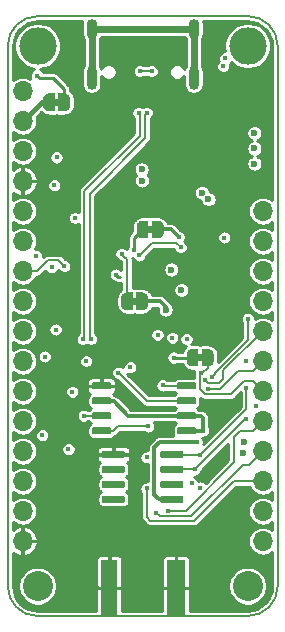
<source format=gbl>
G04 #@! TF.GenerationSoftware,KiCad,Pcbnew,(5.1.4)-1*
G04 #@! TF.CreationDate,2019-11-09T19:33:29+01:00*
G04 #@! TF.ProjectId,TLM-4260-breakout-v1_0,544c4d2d-3432-4363-902d-627265616b6f,1.1*
G04 #@! TF.SameCoordinates,Original*
G04 #@! TF.FileFunction,Copper,L4,Bot*
G04 #@! TF.FilePolarity,Positive*
%FSLAX46Y46*%
G04 Gerber Fmt 4.6, Leading zero omitted, Abs format (unit mm)*
G04 Created by KiCad (PCBNEW (5.1.4)-1) date 2019-11-09 19:33:29*
%MOMM*%
%LPD*%
G04 APERTURE LIST*
%ADD10C,0.150000*%
%ADD11C,0.100000*%
%ADD12R,1.350000X4.700000*%
%ADD13R,1.500000X4.700000*%
%ADD14C,0.500000*%
%ADD15C,0.600000*%
%ADD16C,3.175000*%
%ADD17C,2.540000*%
%ADD18O,1.700000X1.700000*%
%ADD19O,0.900000X2.000000*%
%ADD20O,0.900000X1.700000*%
%ADD21C,0.450000*%
%ADD22C,0.550000*%
%ADD23C,0.180000*%
%ADD24C,0.300000*%
%ADD25C,0.400000*%
%ADD26C,0.250000*%
%ADD27C,0.200000*%
%ADD28C,0.600000*%
%ADD29C,0.254000*%
G04 APERTURE END LIST*
D10*
X127000000Y-119380000D02*
G75*
G02X124460000Y-116840000I0J2540000D01*
G01*
X147320000Y-116840000D02*
G75*
G02X144780000Y-119380000I-2540000J0D01*
G01*
X144780000Y-68580000D02*
G75*
G02X147320000Y-71120000I0J-2540000D01*
G01*
X124460000Y-71120000D02*
G75*
G02X127000000Y-68580000I2540000J0D01*
G01*
X124460000Y-116840000D02*
X124460000Y-71120000D01*
X144780000Y-119380000D02*
X127000000Y-119380000D01*
X147320000Y-71120000D02*
X147320000Y-116840000D01*
X127000000Y-68580000D02*
X144780000Y-68580000D01*
D11*
G36*
X128850000Y-76175000D02*
G01*
X128350000Y-76175000D01*
X128350000Y-75575000D01*
X128850000Y-75575000D01*
X128850000Y-76175000D01*
G37*
G36*
X140500000Y-97200000D02*
G01*
X141000000Y-97200000D01*
X141000000Y-97800000D01*
X140500000Y-97800000D01*
X140500000Y-97200000D01*
G37*
G36*
X134950000Y-92430000D02*
G01*
X135450000Y-92430000D01*
X135450000Y-93030000D01*
X134950000Y-93030000D01*
X134950000Y-92430000D01*
G37*
G36*
X136275000Y-86350000D02*
G01*
X136775000Y-86350000D01*
X136775000Y-86950000D01*
X136275000Y-86950000D01*
X136275000Y-86350000D01*
G37*
D12*
X133065000Y-116990000D03*
D13*
X138715000Y-116990000D03*
D14*
X127950000Y-75875000D03*
D11*
G36*
X128450000Y-76625000D02*
G01*
X127950000Y-76625000D01*
X127950000Y-76624398D01*
X127925466Y-76624398D01*
X127876635Y-76619588D01*
X127828510Y-76610016D01*
X127781555Y-76595772D01*
X127736222Y-76576995D01*
X127692949Y-76553864D01*
X127652150Y-76526604D01*
X127614221Y-76495476D01*
X127579524Y-76460779D01*
X127548396Y-76422850D01*
X127521136Y-76382051D01*
X127498005Y-76338778D01*
X127479228Y-76293445D01*
X127464984Y-76246490D01*
X127455412Y-76198365D01*
X127450602Y-76149534D01*
X127450602Y-76125000D01*
X127450000Y-76125000D01*
X127450000Y-75625000D01*
X127450602Y-75625000D01*
X127450602Y-75600466D01*
X127455412Y-75551635D01*
X127464984Y-75503510D01*
X127479228Y-75456555D01*
X127498005Y-75411222D01*
X127521136Y-75367949D01*
X127548396Y-75327150D01*
X127579524Y-75289221D01*
X127614221Y-75254524D01*
X127652150Y-75223396D01*
X127692949Y-75196136D01*
X127736222Y-75173005D01*
X127781555Y-75154228D01*
X127828510Y-75139984D01*
X127876635Y-75130412D01*
X127925466Y-75125602D01*
X127950000Y-75125602D01*
X127950000Y-75125000D01*
X128450000Y-75125000D01*
X128450000Y-76625000D01*
X128450000Y-76625000D01*
G37*
D14*
X129250000Y-75875000D03*
D11*
G36*
X129250000Y-75125602D02*
G01*
X129274534Y-75125602D01*
X129323365Y-75130412D01*
X129371490Y-75139984D01*
X129418445Y-75154228D01*
X129463778Y-75173005D01*
X129507051Y-75196136D01*
X129547850Y-75223396D01*
X129585779Y-75254524D01*
X129620476Y-75289221D01*
X129651604Y-75327150D01*
X129678864Y-75367949D01*
X129701995Y-75411222D01*
X129720772Y-75456555D01*
X129735016Y-75503510D01*
X129744588Y-75551635D01*
X129749398Y-75600466D01*
X129749398Y-75625000D01*
X129750000Y-75625000D01*
X129750000Y-76125000D01*
X129749398Y-76125000D01*
X129749398Y-76149534D01*
X129744588Y-76198365D01*
X129735016Y-76246490D01*
X129720772Y-76293445D01*
X129701995Y-76338778D01*
X129678864Y-76382051D01*
X129651604Y-76422850D01*
X129620476Y-76460779D01*
X129585779Y-76495476D01*
X129547850Y-76526604D01*
X129507051Y-76553864D01*
X129463778Y-76576995D01*
X129418445Y-76595772D01*
X129371490Y-76610016D01*
X129323365Y-76619588D01*
X129274534Y-76624398D01*
X129250000Y-76624398D01*
X129250000Y-76625000D01*
X128750000Y-76625000D01*
X128750000Y-75125000D01*
X129250000Y-75125000D01*
X129250000Y-75125602D01*
X129250000Y-75125602D01*
G37*
D14*
X141400000Y-97500000D03*
D11*
G36*
X140900000Y-96750000D02*
G01*
X141400000Y-96750000D01*
X141400000Y-96750602D01*
X141424534Y-96750602D01*
X141473365Y-96755412D01*
X141521490Y-96764984D01*
X141568445Y-96779228D01*
X141613778Y-96798005D01*
X141657051Y-96821136D01*
X141697850Y-96848396D01*
X141735779Y-96879524D01*
X141770476Y-96914221D01*
X141801604Y-96952150D01*
X141828864Y-96992949D01*
X141851995Y-97036222D01*
X141870772Y-97081555D01*
X141885016Y-97128510D01*
X141894588Y-97176635D01*
X141899398Y-97225466D01*
X141899398Y-97250000D01*
X141900000Y-97250000D01*
X141900000Y-97750000D01*
X141899398Y-97750000D01*
X141899398Y-97774534D01*
X141894588Y-97823365D01*
X141885016Y-97871490D01*
X141870772Y-97918445D01*
X141851995Y-97963778D01*
X141828864Y-98007051D01*
X141801604Y-98047850D01*
X141770476Y-98085779D01*
X141735779Y-98120476D01*
X141697850Y-98151604D01*
X141657051Y-98178864D01*
X141613778Y-98201995D01*
X141568445Y-98220772D01*
X141521490Y-98235016D01*
X141473365Y-98244588D01*
X141424534Y-98249398D01*
X141400000Y-98249398D01*
X141400000Y-98250000D01*
X140900000Y-98250000D01*
X140900000Y-96750000D01*
X140900000Y-96750000D01*
G37*
D14*
X140100000Y-97500000D03*
D11*
G36*
X140100000Y-98249398D02*
G01*
X140075466Y-98249398D01*
X140026635Y-98244588D01*
X139978510Y-98235016D01*
X139931555Y-98220772D01*
X139886222Y-98201995D01*
X139842949Y-98178864D01*
X139802150Y-98151604D01*
X139764221Y-98120476D01*
X139729524Y-98085779D01*
X139698396Y-98047850D01*
X139671136Y-98007051D01*
X139648005Y-97963778D01*
X139629228Y-97918445D01*
X139614984Y-97871490D01*
X139605412Y-97823365D01*
X139600602Y-97774534D01*
X139600602Y-97750000D01*
X139600000Y-97750000D01*
X139600000Y-97250000D01*
X139600602Y-97250000D01*
X139600602Y-97225466D01*
X139605412Y-97176635D01*
X139614984Y-97128510D01*
X139629228Y-97081555D01*
X139648005Y-97036222D01*
X139671136Y-96992949D01*
X139698396Y-96952150D01*
X139729524Y-96914221D01*
X139764221Y-96879524D01*
X139802150Y-96848396D01*
X139842949Y-96821136D01*
X139886222Y-96798005D01*
X139931555Y-96779228D01*
X139978510Y-96764984D01*
X140026635Y-96755412D01*
X140075466Y-96750602D01*
X140100000Y-96750602D01*
X140100000Y-96750000D01*
X140600000Y-96750000D01*
X140600000Y-98250000D01*
X140100000Y-98250000D01*
X140100000Y-98249398D01*
X140100000Y-98249398D01*
G37*
D14*
X134550000Y-92730000D03*
D11*
G36*
X134550000Y-93479398D02*
G01*
X134525466Y-93479398D01*
X134476635Y-93474588D01*
X134428510Y-93465016D01*
X134381555Y-93450772D01*
X134336222Y-93431995D01*
X134292949Y-93408864D01*
X134252150Y-93381604D01*
X134214221Y-93350476D01*
X134179524Y-93315779D01*
X134148396Y-93277850D01*
X134121136Y-93237051D01*
X134098005Y-93193778D01*
X134079228Y-93148445D01*
X134064984Y-93101490D01*
X134055412Y-93053365D01*
X134050602Y-93004534D01*
X134050602Y-92980000D01*
X134050000Y-92980000D01*
X134050000Y-92480000D01*
X134050602Y-92480000D01*
X134050602Y-92455466D01*
X134055412Y-92406635D01*
X134064984Y-92358510D01*
X134079228Y-92311555D01*
X134098005Y-92266222D01*
X134121136Y-92222949D01*
X134148396Y-92182150D01*
X134179524Y-92144221D01*
X134214221Y-92109524D01*
X134252150Y-92078396D01*
X134292949Y-92051136D01*
X134336222Y-92028005D01*
X134381555Y-92009228D01*
X134428510Y-91994984D01*
X134476635Y-91985412D01*
X134525466Y-91980602D01*
X134550000Y-91980602D01*
X134550000Y-91980000D01*
X135050000Y-91980000D01*
X135050000Y-93480000D01*
X134550000Y-93480000D01*
X134550000Y-93479398D01*
X134550000Y-93479398D01*
G37*
D14*
X135850000Y-92730000D03*
D11*
G36*
X135350000Y-91980000D02*
G01*
X135850000Y-91980000D01*
X135850000Y-91980602D01*
X135874534Y-91980602D01*
X135923365Y-91985412D01*
X135971490Y-91994984D01*
X136018445Y-92009228D01*
X136063778Y-92028005D01*
X136107051Y-92051136D01*
X136147850Y-92078396D01*
X136185779Y-92109524D01*
X136220476Y-92144221D01*
X136251604Y-92182150D01*
X136278864Y-92222949D01*
X136301995Y-92266222D01*
X136320772Y-92311555D01*
X136335016Y-92358510D01*
X136344588Y-92406635D01*
X136349398Y-92455466D01*
X136349398Y-92480000D01*
X136350000Y-92480000D01*
X136350000Y-92980000D01*
X136349398Y-92980000D01*
X136349398Y-93004534D01*
X136344588Y-93053365D01*
X136335016Y-93101490D01*
X136320772Y-93148445D01*
X136301995Y-93193778D01*
X136278864Y-93237051D01*
X136251604Y-93277850D01*
X136220476Y-93315779D01*
X136185779Y-93350476D01*
X136147850Y-93381604D01*
X136107051Y-93408864D01*
X136063778Y-93431995D01*
X136018445Y-93450772D01*
X135971490Y-93465016D01*
X135923365Y-93474588D01*
X135874534Y-93479398D01*
X135850000Y-93479398D01*
X135850000Y-93480000D01*
X135350000Y-93480000D01*
X135350000Y-91980000D01*
X135350000Y-91980000D01*
G37*
D14*
X135875000Y-86650000D03*
D11*
G36*
X135875000Y-87399398D02*
G01*
X135850466Y-87399398D01*
X135801635Y-87394588D01*
X135753510Y-87385016D01*
X135706555Y-87370772D01*
X135661222Y-87351995D01*
X135617949Y-87328864D01*
X135577150Y-87301604D01*
X135539221Y-87270476D01*
X135504524Y-87235779D01*
X135473396Y-87197850D01*
X135446136Y-87157051D01*
X135423005Y-87113778D01*
X135404228Y-87068445D01*
X135389984Y-87021490D01*
X135380412Y-86973365D01*
X135375602Y-86924534D01*
X135375602Y-86900000D01*
X135375000Y-86900000D01*
X135375000Y-86400000D01*
X135375602Y-86400000D01*
X135375602Y-86375466D01*
X135380412Y-86326635D01*
X135389984Y-86278510D01*
X135404228Y-86231555D01*
X135423005Y-86186222D01*
X135446136Y-86142949D01*
X135473396Y-86102150D01*
X135504524Y-86064221D01*
X135539221Y-86029524D01*
X135577150Y-85998396D01*
X135617949Y-85971136D01*
X135661222Y-85948005D01*
X135706555Y-85929228D01*
X135753510Y-85914984D01*
X135801635Y-85905412D01*
X135850466Y-85900602D01*
X135875000Y-85900602D01*
X135875000Y-85900000D01*
X136375000Y-85900000D01*
X136375000Y-87400000D01*
X135875000Y-87400000D01*
X135875000Y-87399398D01*
X135875000Y-87399398D01*
G37*
D14*
X137175000Y-86650000D03*
D11*
G36*
X136675000Y-85900000D02*
G01*
X137175000Y-85900000D01*
X137175000Y-85900602D01*
X137199534Y-85900602D01*
X137248365Y-85905412D01*
X137296490Y-85914984D01*
X137343445Y-85929228D01*
X137388778Y-85948005D01*
X137432051Y-85971136D01*
X137472850Y-85998396D01*
X137510779Y-86029524D01*
X137545476Y-86064221D01*
X137576604Y-86102150D01*
X137603864Y-86142949D01*
X137626995Y-86186222D01*
X137645772Y-86231555D01*
X137660016Y-86278510D01*
X137669588Y-86326635D01*
X137674398Y-86375466D01*
X137674398Y-86400000D01*
X137675000Y-86400000D01*
X137675000Y-86900000D01*
X137674398Y-86900000D01*
X137674398Y-86924534D01*
X137669588Y-86973365D01*
X137660016Y-87021490D01*
X137645772Y-87068445D01*
X137626995Y-87113778D01*
X137603864Y-87157051D01*
X137576604Y-87197850D01*
X137545476Y-87235779D01*
X137510779Y-87270476D01*
X137472850Y-87301604D01*
X137432051Y-87328864D01*
X137388778Y-87351995D01*
X137343445Y-87370772D01*
X137296490Y-87385016D01*
X137248365Y-87394588D01*
X137199534Y-87399398D01*
X137175000Y-87399398D01*
X137175000Y-87400000D01*
X136675000Y-87400000D01*
X136675000Y-85900000D01*
X136675000Y-85900000D01*
G37*
G36*
X134254703Y-109205722D02*
G01*
X134269264Y-109207882D01*
X134283543Y-109211459D01*
X134297403Y-109216418D01*
X134310710Y-109222712D01*
X134323336Y-109230280D01*
X134335159Y-109239048D01*
X134346066Y-109248934D01*
X134355952Y-109259841D01*
X134364720Y-109271664D01*
X134372288Y-109284290D01*
X134378582Y-109297597D01*
X134383541Y-109311457D01*
X134387118Y-109325736D01*
X134389278Y-109340297D01*
X134390000Y-109355000D01*
X134390000Y-109655000D01*
X134389278Y-109669703D01*
X134387118Y-109684264D01*
X134383541Y-109698543D01*
X134378582Y-109712403D01*
X134372288Y-109725710D01*
X134364720Y-109738336D01*
X134355952Y-109750159D01*
X134346066Y-109761066D01*
X134335159Y-109770952D01*
X134323336Y-109779720D01*
X134310710Y-109787288D01*
X134297403Y-109793582D01*
X134283543Y-109798541D01*
X134269264Y-109802118D01*
X134254703Y-109804278D01*
X134240000Y-109805000D01*
X132590000Y-109805000D01*
X132575297Y-109804278D01*
X132560736Y-109802118D01*
X132546457Y-109798541D01*
X132532597Y-109793582D01*
X132519290Y-109787288D01*
X132506664Y-109779720D01*
X132494841Y-109770952D01*
X132483934Y-109761066D01*
X132474048Y-109750159D01*
X132465280Y-109738336D01*
X132457712Y-109725710D01*
X132451418Y-109712403D01*
X132446459Y-109698543D01*
X132442882Y-109684264D01*
X132440722Y-109669703D01*
X132440000Y-109655000D01*
X132440000Y-109355000D01*
X132440722Y-109340297D01*
X132442882Y-109325736D01*
X132446459Y-109311457D01*
X132451418Y-109297597D01*
X132457712Y-109284290D01*
X132465280Y-109271664D01*
X132474048Y-109259841D01*
X132483934Y-109248934D01*
X132494841Y-109239048D01*
X132506664Y-109230280D01*
X132519290Y-109222712D01*
X132532597Y-109216418D01*
X132546457Y-109211459D01*
X132560736Y-109207882D01*
X132575297Y-109205722D01*
X132590000Y-109205000D01*
X134240000Y-109205000D01*
X134254703Y-109205722D01*
X134254703Y-109205722D01*
G37*
D15*
X133415000Y-109505000D03*
D11*
G36*
X134254703Y-107935722D02*
G01*
X134269264Y-107937882D01*
X134283543Y-107941459D01*
X134297403Y-107946418D01*
X134310710Y-107952712D01*
X134323336Y-107960280D01*
X134335159Y-107969048D01*
X134346066Y-107978934D01*
X134355952Y-107989841D01*
X134364720Y-108001664D01*
X134372288Y-108014290D01*
X134378582Y-108027597D01*
X134383541Y-108041457D01*
X134387118Y-108055736D01*
X134389278Y-108070297D01*
X134390000Y-108085000D01*
X134390000Y-108385000D01*
X134389278Y-108399703D01*
X134387118Y-108414264D01*
X134383541Y-108428543D01*
X134378582Y-108442403D01*
X134372288Y-108455710D01*
X134364720Y-108468336D01*
X134355952Y-108480159D01*
X134346066Y-108491066D01*
X134335159Y-108500952D01*
X134323336Y-108509720D01*
X134310710Y-108517288D01*
X134297403Y-108523582D01*
X134283543Y-108528541D01*
X134269264Y-108532118D01*
X134254703Y-108534278D01*
X134240000Y-108535000D01*
X132590000Y-108535000D01*
X132575297Y-108534278D01*
X132560736Y-108532118D01*
X132546457Y-108528541D01*
X132532597Y-108523582D01*
X132519290Y-108517288D01*
X132506664Y-108509720D01*
X132494841Y-108500952D01*
X132483934Y-108491066D01*
X132474048Y-108480159D01*
X132465280Y-108468336D01*
X132457712Y-108455710D01*
X132451418Y-108442403D01*
X132446459Y-108428543D01*
X132442882Y-108414264D01*
X132440722Y-108399703D01*
X132440000Y-108385000D01*
X132440000Y-108085000D01*
X132440722Y-108070297D01*
X132442882Y-108055736D01*
X132446459Y-108041457D01*
X132451418Y-108027597D01*
X132457712Y-108014290D01*
X132465280Y-108001664D01*
X132474048Y-107989841D01*
X132483934Y-107978934D01*
X132494841Y-107969048D01*
X132506664Y-107960280D01*
X132519290Y-107952712D01*
X132532597Y-107946418D01*
X132546457Y-107941459D01*
X132560736Y-107937882D01*
X132575297Y-107935722D01*
X132590000Y-107935000D01*
X134240000Y-107935000D01*
X134254703Y-107935722D01*
X134254703Y-107935722D01*
G37*
D15*
X133415000Y-108235000D03*
D11*
G36*
X134254703Y-106665722D02*
G01*
X134269264Y-106667882D01*
X134283543Y-106671459D01*
X134297403Y-106676418D01*
X134310710Y-106682712D01*
X134323336Y-106690280D01*
X134335159Y-106699048D01*
X134346066Y-106708934D01*
X134355952Y-106719841D01*
X134364720Y-106731664D01*
X134372288Y-106744290D01*
X134378582Y-106757597D01*
X134383541Y-106771457D01*
X134387118Y-106785736D01*
X134389278Y-106800297D01*
X134390000Y-106815000D01*
X134390000Y-107115000D01*
X134389278Y-107129703D01*
X134387118Y-107144264D01*
X134383541Y-107158543D01*
X134378582Y-107172403D01*
X134372288Y-107185710D01*
X134364720Y-107198336D01*
X134355952Y-107210159D01*
X134346066Y-107221066D01*
X134335159Y-107230952D01*
X134323336Y-107239720D01*
X134310710Y-107247288D01*
X134297403Y-107253582D01*
X134283543Y-107258541D01*
X134269264Y-107262118D01*
X134254703Y-107264278D01*
X134240000Y-107265000D01*
X132590000Y-107265000D01*
X132575297Y-107264278D01*
X132560736Y-107262118D01*
X132546457Y-107258541D01*
X132532597Y-107253582D01*
X132519290Y-107247288D01*
X132506664Y-107239720D01*
X132494841Y-107230952D01*
X132483934Y-107221066D01*
X132474048Y-107210159D01*
X132465280Y-107198336D01*
X132457712Y-107185710D01*
X132451418Y-107172403D01*
X132446459Y-107158543D01*
X132442882Y-107144264D01*
X132440722Y-107129703D01*
X132440000Y-107115000D01*
X132440000Y-106815000D01*
X132440722Y-106800297D01*
X132442882Y-106785736D01*
X132446459Y-106771457D01*
X132451418Y-106757597D01*
X132457712Y-106744290D01*
X132465280Y-106731664D01*
X132474048Y-106719841D01*
X132483934Y-106708934D01*
X132494841Y-106699048D01*
X132506664Y-106690280D01*
X132519290Y-106682712D01*
X132532597Y-106676418D01*
X132546457Y-106671459D01*
X132560736Y-106667882D01*
X132575297Y-106665722D01*
X132590000Y-106665000D01*
X134240000Y-106665000D01*
X134254703Y-106665722D01*
X134254703Y-106665722D01*
G37*
D15*
X133415000Y-106965000D03*
D11*
G36*
X134254703Y-105395722D02*
G01*
X134269264Y-105397882D01*
X134283543Y-105401459D01*
X134297403Y-105406418D01*
X134310710Y-105412712D01*
X134323336Y-105420280D01*
X134335159Y-105429048D01*
X134346066Y-105438934D01*
X134355952Y-105449841D01*
X134364720Y-105461664D01*
X134372288Y-105474290D01*
X134378582Y-105487597D01*
X134383541Y-105501457D01*
X134387118Y-105515736D01*
X134389278Y-105530297D01*
X134390000Y-105545000D01*
X134390000Y-105845000D01*
X134389278Y-105859703D01*
X134387118Y-105874264D01*
X134383541Y-105888543D01*
X134378582Y-105902403D01*
X134372288Y-105915710D01*
X134364720Y-105928336D01*
X134355952Y-105940159D01*
X134346066Y-105951066D01*
X134335159Y-105960952D01*
X134323336Y-105969720D01*
X134310710Y-105977288D01*
X134297403Y-105983582D01*
X134283543Y-105988541D01*
X134269264Y-105992118D01*
X134254703Y-105994278D01*
X134240000Y-105995000D01*
X132590000Y-105995000D01*
X132575297Y-105994278D01*
X132560736Y-105992118D01*
X132546457Y-105988541D01*
X132532597Y-105983582D01*
X132519290Y-105977288D01*
X132506664Y-105969720D01*
X132494841Y-105960952D01*
X132483934Y-105951066D01*
X132474048Y-105940159D01*
X132465280Y-105928336D01*
X132457712Y-105915710D01*
X132451418Y-105902403D01*
X132446459Y-105888543D01*
X132442882Y-105874264D01*
X132440722Y-105859703D01*
X132440000Y-105845000D01*
X132440000Y-105545000D01*
X132440722Y-105530297D01*
X132442882Y-105515736D01*
X132446459Y-105501457D01*
X132451418Y-105487597D01*
X132457712Y-105474290D01*
X132465280Y-105461664D01*
X132474048Y-105449841D01*
X132483934Y-105438934D01*
X132494841Y-105429048D01*
X132506664Y-105420280D01*
X132519290Y-105412712D01*
X132532597Y-105406418D01*
X132546457Y-105401459D01*
X132560736Y-105397882D01*
X132575297Y-105395722D01*
X132590000Y-105395000D01*
X134240000Y-105395000D01*
X134254703Y-105395722D01*
X134254703Y-105395722D01*
G37*
D15*
X133415000Y-105695000D03*
D11*
G36*
X139204703Y-105395722D02*
G01*
X139219264Y-105397882D01*
X139233543Y-105401459D01*
X139247403Y-105406418D01*
X139260710Y-105412712D01*
X139273336Y-105420280D01*
X139285159Y-105429048D01*
X139296066Y-105438934D01*
X139305952Y-105449841D01*
X139314720Y-105461664D01*
X139322288Y-105474290D01*
X139328582Y-105487597D01*
X139333541Y-105501457D01*
X139337118Y-105515736D01*
X139339278Y-105530297D01*
X139340000Y-105545000D01*
X139340000Y-105845000D01*
X139339278Y-105859703D01*
X139337118Y-105874264D01*
X139333541Y-105888543D01*
X139328582Y-105902403D01*
X139322288Y-105915710D01*
X139314720Y-105928336D01*
X139305952Y-105940159D01*
X139296066Y-105951066D01*
X139285159Y-105960952D01*
X139273336Y-105969720D01*
X139260710Y-105977288D01*
X139247403Y-105983582D01*
X139233543Y-105988541D01*
X139219264Y-105992118D01*
X139204703Y-105994278D01*
X139190000Y-105995000D01*
X137540000Y-105995000D01*
X137525297Y-105994278D01*
X137510736Y-105992118D01*
X137496457Y-105988541D01*
X137482597Y-105983582D01*
X137469290Y-105977288D01*
X137456664Y-105969720D01*
X137444841Y-105960952D01*
X137433934Y-105951066D01*
X137424048Y-105940159D01*
X137415280Y-105928336D01*
X137407712Y-105915710D01*
X137401418Y-105902403D01*
X137396459Y-105888543D01*
X137392882Y-105874264D01*
X137390722Y-105859703D01*
X137390000Y-105845000D01*
X137390000Y-105545000D01*
X137390722Y-105530297D01*
X137392882Y-105515736D01*
X137396459Y-105501457D01*
X137401418Y-105487597D01*
X137407712Y-105474290D01*
X137415280Y-105461664D01*
X137424048Y-105449841D01*
X137433934Y-105438934D01*
X137444841Y-105429048D01*
X137456664Y-105420280D01*
X137469290Y-105412712D01*
X137482597Y-105406418D01*
X137496457Y-105401459D01*
X137510736Y-105397882D01*
X137525297Y-105395722D01*
X137540000Y-105395000D01*
X139190000Y-105395000D01*
X139204703Y-105395722D01*
X139204703Y-105395722D01*
G37*
D15*
X138365000Y-105695000D03*
D11*
G36*
X139204703Y-106665722D02*
G01*
X139219264Y-106667882D01*
X139233543Y-106671459D01*
X139247403Y-106676418D01*
X139260710Y-106682712D01*
X139273336Y-106690280D01*
X139285159Y-106699048D01*
X139296066Y-106708934D01*
X139305952Y-106719841D01*
X139314720Y-106731664D01*
X139322288Y-106744290D01*
X139328582Y-106757597D01*
X139333541Y-106771457D01*
X139337118Y-106785736D01*
X139339278Y-106800297D01*
X139340000Y-106815000D01*
X139340000Y-107115000D01*
X139339278Y-107129703D01*
X139337118Y-107144264D01*
X139333541Y-107158543D01*
X139328582Y-107172403D01*
X139322288Y-107185710D01*
X139314720Y-107198336D01*
X139305952Y-107210159D01*
X139296066Y-107221066D01*
X139285159Y-107230952D01*
X139273336Y-107239720D01*
X139260710Y-107247288D01*
X139247403Y-107253582D01*
X139233543Y-107258541D01*
X139219264Y-107262118D01*
X139204703Y-107264278D01*
X139190000Y-107265000D01*
X137540000Y-107265000D01*
X137525297Y-107264278D01*
X137510736Y-107262118D01*
X137496457Y-107258541D01*
X137482597Y-107253582D01*
X137469290Y-107247288D01*
X137456664Y-107239720D01*
X137444841Y-107230952D01*
X137433934Y-107221066D01*
X137424048Y-107210159D01*
X137415280Y-107198336D01*
X137407712Y-107185710D01*
X137401418Y-107172403D01*
X137396459Y-107158543D01*
X137392882Y-107144264D01*
X137390722Y-107129703D01*
X137390000Y-107115000D01*
X137390000Y-106815000D01*
X137390722Y-106800297D01*
X137392882Y-106785736D01*
X137396459Y-106771457D01*
X137401418Y-106757597D01*
X137407712Y-106744290D01*
X137415280Y-106731664D01*
X137424048Y-106719841D01*
X137433934Y-106708934D01*
X137444841Y-106699048D01*
X137456664Y-106690280D01*
X137469290Y-106682712D01*
X137482597Y-106676418D01*
X137496457Y-106671459D01*
X137510736Y-106667882D01*
X137525297Y-106665722D01*
X137540000Y-106665000D01*
X139190000Y-106665000D01*
X139204703Y-106665722D01*
X139204703Y-106665722D01*
G37*
D15*
X138365000Y-106965000D03*
D11*
G36*
X139204703Y-107935722D02*
G01*
X139219264Y-107937882D01*
X139233543Y-107941459D01*
X139247403Y-107946418D01*
X139260710Y-107952712D01*
X139273336Y-107960280D01*
X139285159Y-107969048D01*
X139296066Y-107978934D01*
X139305952Y-107989841D01*
X139314720Y-108001664D01*
X139322288Y-108014290D01*
X139328582Y-108027597D01*
X139333541Y-108041457D01*
X139337118Y-108055736D01*
X139339278Y-108070297D01*
X139340000Y-108085000D01*
X139340000Y-108385000D01*
X139339278Y-108399703D01*
X139337118Y-108414264D01*
X139333541Y-108428543D01*
X139328582Y-108442403D01*
X139322288Y-108455710D01*
X139314720Y-108468336D01*
X139305952Y-108480159D01*
X139296066Y-108491066D01*
X139285159Y-108500952D01*
X139273336Y-108509720D01*
X139260710Y-108517288D01*
X139247403Y-108523582D01*
X139233543Y-108528541D01*
X139219264Y-108532118D01*
X139204703Y-108534278D01*
X139190000Y-108535000D01*
X137540000Y-108535000D01*
X137525297Y-108534278D01*
X137510736Y-108532118D01*
X137496457Y-108528541D01*
X137482597Y-108523582D01*
X137469290Y-108517288D01*
X137456664Y-108509720D01*
X137444841Y-108500952D01*
X137433934Y-108491066D01*
X137424048Y-108480159D01*
X137415280Y-108468336D01*
X137407712Y-108455710D01*
X137401418Y-108442403D01*
X137396459Y-108428543D01*
X137392882Y-108414264D01*
X137390722Y-108399703D01*
X137390000Y-108385000D01*
X137390000Y-108085000D01*
X137390722Y-108070297D01*
X137392882Y-108055736D01*
X137396459Y-108041457D01*
X137401418Y-108027597D01*
X137407712Y-108014290D01*
X137415280Y-108001664D01*
X137424048Y-107989841D01*
X137433934Y-107978934D01*
X137444841Y-107969048D01*
X137456664Y-107960280D01*
X137469290Y-107952712D01*
X137482597Y-107946418D01*
X137496457Y-107941459D01*
X137510736Y-107937882D01*
X137525297Y-107935722D01*
X137540000Y-107935000D01*
X139190000Y-107935000D01*
X139204703Y-107935722D01*
X139204703Y-107935722D01*
G37*
D15*
X138365000Y-108235000D03*
D11*
G36*
X139204703Y-109205722D02*
G01*
X139219264Y-109207882D01*
X139233543Y-109211459D01*
X139247403Y-109216418D01*
X139260710Y-109222712D01*
X139273336Y-109230280D01*
X139285159Y-109239048D01*
X139296066Y-109248934D01*
X139305952Y-109259841D01*
X139314720Y-109271664D01*
X139322288Y-109284290D01*
X139328582Y-109297597D01*
X139333541Y-109311457D01*
X139337118Y-109325736D01*
X139339278Y-109340297D01*
X139340000Y-109355000D01*
X139340000Y-109655000D01*
X139339278Y-109669703D01*
X139337118Y-109684264D01*
X139333541Y-109698543D01*
X139328582Y-109712403D01*
X139322288Y-109725710D01*
X139314720Y-109738336D01*
X139305952Y-109750159D01*
X139296066Y-109761066D01*
X139285159Y-109770952D01*
X139273336Y-109779720D01*
X139260710Y-109787288D01*
X139247403Y-109793582D01*
X139233543Y-109798541D01*
X139219264Y-109802118D01*
X139204703Y-109804278D01*
X139190000Y-109805000D01*
X137540000Y-109805000D01*
X137525297Y-109804278D01*
X137510736Y-109802118D01*
X137496457Y-109798541D01*
X137482597Y-109793582D01*
X137469290Y-109787288D01*
X137456664Y-109779720D01*
X137444841Y-109770952D01*
X137433934Y-109761066D01*
X137424048Y-109750159D01*
X137415280Y-109738336D01*
X137407712Y-109725710D01*
X137401418Y-109712403D01*
X137396459Y-109698543D01*
X137392882Y-109684264D01*
X137390722Y-109669703D01*
X137390000Y-109655000D01*
X137390000Y-109355000D01*
X137390722Y-109340297D01*
X137392882Y-109325736D01*
X137396459Y-109311457D01*
X137401418Y-109297597D01*
X137407712Y-109284290D01*
X137415280Y-109271664D01*
X137424048Y-109259841D01*
X137433934Y-109248934D01*
X137444841Y-109239048D01*
X137456664Y-109230280D01*
X137469290Y-109222712D01*
X137482597Y-109216418D01*
X137496457Y-109211459D01*
X137510736Y-109207882D01*
X137525297Y-109205722D01*
X137540000Y-109205000D01*
X139190000Y-109205000D01*
X139204703Y-109205722D01*
X139204703Y-109205722D01*
G37*
D15*
X138365000Y-109505000D03*
D16*
X127000000Y-71120000D03*
X144780000Y-71120000D03*
D17*
X144780000Y-116840000D03*
X127000000Y-116840000D03*
D18*
X125730000Y-74930000D03*
X125730000Y-77470000D03*
X125730000Y-80010000D03*
X125730000Y-82550000D03*
X125730000Y-85090000D03*
X125730000Y-87630000D03*
X125730000Y-90170000D03*
X125730000Y-92710000D03*
X125730000Y-95250000D03*
X125730000Y-97790000D03*
X125730000Y-100330000D03*
X125730000Y-102870000D03*
X125730000Y-105410000D03*
X125730000Y-107950000D03*
X125730000Y-110490000D03*
X125730000Y-113030000D03*
X146050000Y-113030000D03*
X146050000Y-110490000D03*
X146050000Y-107950000D03*
X146050000Y-105410000D03*
X146050000Y-102870000D03*
X146050000Y-100330000D03*
X146050000Y-97790000D03*
X146050000Y-95250000D03*
X146050000Y-92710000D03*
X146050000Y-90170000D03*
X146050000Y-87630000D03*
X146050000Y-85090000D03*
D19*
X140210000Y-73812000D03*
X131570000Y-73812000D03*
D20*
X140210000Y-69642000D03*
X131570000Y-69642000D03*
D11*
G36*
X133064703Y-103405722D02*
G01*
X133079264Y-103407882D01*
X133093543Y-103411459D01*
X133107403Y-103416418D01*
X133120710Y-103422712D01*
X133133336Y-103430280D01*
X133145159Y-103439048D01*
X133156066Y-103448934D01*
X133165952Y-103459841D01*
X133174720Y-103471664D01*
X133182288Y-103484290D01*
X133188582Y-103497597D01*
X133193541Y-103511457D01*
X133197118Y-103525736D01*
X133199278Y-103540297D01*
X133200000Y-103555000D01*
X133200000Y-103855000D01*
X133199278Y-103869703D01*
X133197118Y-103884264D01*
X133193541Y-103898543D01*
X133188582Y-103912403D01*
X133182288Y-103925710D01*
X133174720Y-103938336D01*
X133165952Y-103950159D01*
X133156066Y-103961066D01*
X133145159Y-103970952D01*
X133133336Y-103979720D01*
X133120710Y-103987288D01*
X133107403Y-103993582D01*
X133093543Y-103998541D01*
X133079264Y-104002118D01*
X133064703Y-104004278D01*
X133050000Y-104005000D01*
X131750000Y-104005000D01*
X131735297Y-104004278D01*
X131720736Y-104002118D01*
X131706457Y-103998541D01*
X131692597Y-103993582D01*
X131679290Y-103987288D01*
X131666664Y-103979720D01*
X131654841Y-103970952D01*
X131643934Y-103961066D01*
X131634048Y-103950159D01*
X131625280Y-103938336D01*
X131617712Y-103925710D01*
X131611418Y-103912403D01*
X131606459Y-103898543D01*
X131602882Y-103884264D01*
X131600722Y-103869703D01*
X131600000Y-103855000D01*
X131600000Y-103555000D01*
X131600722Y-103540297D01*
X131602882Y-103525736D01*
X131606459Y-103511457D01*
X131611418Y-103497597D01*
X131617712Y-103484290D01*
X131625280Y-103471664D01*
X131634048Y-103459841D01*
X131643934Y-103448934D01*
X131654841Y-103439048D01*
X131666664Y-103430280D01*
X131679290Y-103422712D01*
X131692597Y-103416418D01*
X131706457Y-103411459D01*
X131720736Y-103407882D01*
X131735297Y-103405722D01*
X131750000Y-103405000D01*
X133050000Y-103405000D01*
X133064703Y-103405722D01*
X133064703Y-103405722D01*
G37*
D15*
X132400000Y-103705000D03*
D11*
G36*
X133064703Y-102135722D02*
G01*
X133079264Y-102137882D01*
X133093543Y-102141459D01*
X133107403Y-102146418D01*
X133120710Y-102152712D01*
X133133336Y-102160280D01*
X133145159Y-102169048D01*
X133156066Y-102178934D01*
X133165952Y-102189841D01*
X133174720Y-102201664D01*
X133182288Y-102214290D01*
X133188582Y-102227597D01*
X133193541Y-102241457D01*
X133197118Y-102255736D01*
X133199278Y-102270297D01*
X133200000Y-102285000D01*
X133200000Y-102585000D01*
X133199278Y-102599703D01*
X133197118Y-102614264D01*
X133193541Y-102628543D01*
X133188582Y-102642403D01*
X133182288Y-102655710D01*
X133174720Y-102668336D01*
X133165952Y-102680159D01*
X133156066Y-102691066D01*
X133145159Y-102700952D01*
X133133336Y-102709720D01*
X133120710Y-102717288D01*
X133107403Y-102723582D01*
X133093543Y-102728541D01*
X133079264Y-102732118D01*
X133064703Y-102734278D01*
X133050000Y-102735000D01*
X131750000Y-102735000D01*
X131735297Y-102734278D01*
X131720736Y-102732118D01*
X131706457Y-102728541D01*
X131692597Y-102723582D01*
X131679290Y-102717288D01*
X131666664Y-102709720D01*
X131654841Y-102700952D01*
X131643934Y-102691066D01*
X131634048Y-102680159D01*
X131625280Y-102668336D01*
X131617712Y-102655710D01*
X131611418Y-102642403D01*
X131606459Y-102628543D01*
X131602882Y-102614264D01*
X131600722Y-102599703D01*
X131600000Y-102585000D01*
X131600000Y-102285000D01*
X131600722Y-102270297D01*
X131602882Y-102255736D01*
X131606459Y-102241457D01*
X131611418Y-102227597D01*
X131617712Y-102214290D01*
X131625280Y-102201664D01*
X131634048Y-102189841D01*
X131643934Y-102178934D01*
X131654841Y-102169048D01*
X131666664Y-102160280D01*
X131679290Y-102152712D01*
X131692597Y-102146418D01*
X131706457Y-102141459D01*
X131720736Y-102137882D01*
X131735297Y-102135722D01*
X131750000Y-102135000D01*
X133050000Y-102135000D01*
X133064703Y-102135722D01*
X133064703Y-102135722D01*
G37*
D15*
X132400000Y-102435000D03*
D11*
G36*
X133064703Y-100865722D02*
G01*
X133079264Y-100867882D01*
X133093543Y-100871459D01*
X133107403Y-100876418D01*
X133120710Y-100882712D01*
X133133336Y-100890280D01*
X133145159Y-100899048D01*
X133156066Y-100908934D01*
X133165952Y-100919841D01*
X133174720Y-100931664D01*
X133182288Y-100944290D01*
X133188582Y-100957597D01*
X133193541Y-100971457D01*
X133197118Y-100985736D01*
X133199278Y-101000297D01*
X133200000Y-101015000D01*
X133200000Y-101315000D01*
X133199278Y-101329703D01*
X133197118Y-101344264D01*
X133193541Y-101358543D01*
X133188582Y-101372403D01*
X133182288Y-101385710D01*
X133174720Y-101398336D01*
X133165952Y-101410159D01*
X133156066Y-101421066D01*
X133145159Y-101430952D01*
X133133336Y-101439720D01*
X133120710Y-101447288D01*
X133107403Y-101453582D01*
X133093543Y-101458541D01*
X133079264Y-101462118D01*
X133064703Y-101464278D01*
X133050000Y-101465000D01*
X131750000Y-101465000D01*
X131735297Y-101464278D01*
X131720736Y-101462118D01*
X131706457Y-101458541D01*
X131692597Y-101453582D01*
X131679290Y-101447288D01*
X131666664Y-101439720D01*
X131654841Y-101430952D01*
X131643934Y-101421066D01*
X131634048Y-101410159D01*
X131625280Y-101398336D01*
X131617712Y-101385710D01*
X131611418Y-101372403D01*
X131606459Y-101358543D01*
X131602882Y-101344264D01*
X131600722Y-101329703D01*
X131600000Y-101315000D01*
X131600000Y-101015000D01*
X131600722Y-101000297D01*
X131602882Y-100985736D01*
X131606459Y-100971457D01*
X131611418Y-100957597D01*
X131617712Y-100944290D01*
X131625280Y-100931664D01*
X131634048Y-100919841D01*
X131643934Y-100908934D01*
X131654841Y-100899048D01*
X131666664Y-100890280D01*
X131679290Y-100882712D01*
X131692597Y-100876418D01*
X131706457Y-100871459D01*
X131720736Y-100867882D01*
X131735297Y-100865722D01*
X131750000Y-100865000D01*
X133050000Y-100865000D01*
X133064703Y-100865722D01*
X133064703Y-100865722D01*
G37*
D15*
X132400000Y-101165000D03*
D11*
G36*
X133064703Y-99595722D02*
G01*
X133079264Y-99597882D01*
X133093543Y-99601459D01*
X133107403Y-99606418D01*
X133120710Y-99612712D01*
X133133336Y-99620280D01*
X133145159Y-99629048D01*
X133156066Y-99638934D01*
X133165952Y-99649841D01*
X133174720Y-99661664D01*
X133182288Y-99674290D01*
X133188582Y-99687597D01*
X133193541Y-99701457D01*
X133197118Y-99715736D01*
X133199278Y-99730297D01*
X133200000Y-99745000D01*
X133200000Y-100045000D01*
X133199278Y-100059703D01*
X133197118Y-100074264D01*
X133193541Y-100088543D01*
X133188582Y-100102403D01*
X133182288Y-100115710D01*
X133174720Y-100128336D01*
X133165952Y-100140159D01*
X133156066Y-100151066D01*
X133145159Y-100160952D01*
X133133336Y-100169720D01*
X133120710Y-100177288D01*
X133107403Y-100183582D01*
X133093543Y-100188541D01*
X133079264Y-100192118D01*
X133064703Y-100194278D01*
X133050000Y-100195000D01*
X131750000Y-100195000D01*
X131735297Y-100194278D01*
X131720736Y-100192118D01*
X131706457Y-100188541D01*
X131692597Y-100183582D01*
X131679290Y-100177288D01*
X131666664Y-100169720D01*
X131654841Y-100160952D01*
X131643934Y-100151066D01*
X131634048Y-100140159D01*
X131625280Y-100128336D01*
X131617712Y-100115710D01*
X131611418Y-100102403D01*
X131606459Y-100088543D01*
X131602882Y-100074264D01*
X131600722Y-100059703D01*
X131600000Y-100045000D01*
X131600000Y-99745000D01*
X131600722Y-99730297D01*
X131602882Y-99715736D01*
X131606459Y-99701457D01*
X131611418Y-99687597D01*
X131617712Y-99674290D01*
X131625280Y-99661664D01*
X131634048Y-99649841D01*
X131643934Y-99638934D01*
X131654841Y-99629048D01*
X131666664Y-99620280D01*
X131679290Y-99612712D01*
X131692597Y-99606418D01*
X131706457Y-99601459D01*
X131720736Y-99597882D01*
X131735297Y-99595722D01*
X131750000Y-99595000D01*
X133050000Y-99595000D01*
X133064703Y-99595722D01*
X133064703Y-99595722D01*
G37*
D15*
X132400000Y-99895000D03*
D11*
G36*
X140264703Y-99595722D02*
G01*
X140279264Y-99597882D01*
X140293543Y-99601459D01*
X140307403Y-99606418D01*
X140320710Y-99612712D01*
X140333336Y-99620280D01*
X140345159Y-99629048D01*
X140356066Y-99638934D01*
X140365952Y-99649841D01*
X140374720Y-99661664D01*
X140382288Y-99674290D01*
X140388582Y-99687597D01*
X140393541Y-99701457D01*
X140397118Y-99715736D01*
X140399278Y-99730297D01*
X140400000Y-99745000D01*
X140400000Y-100045000D01*
X140399278Y-100059703D01*
X140397118Y-100074264D01*
X140393541Y-100088543D01*
X140388582Y-100102403D01*
X140382288Y-100115710D01*
X140374720Y-100128336D01*
X140365952Y-100140159D01*
X140356066Y-100151066D01*
X140345159Y-100160952D01*
X140333336Y-100169720D01*
X140320710Y-100177288D01*
X140307403Y-100183582D01*
X140293543Y-100188541D01*
X140279264Y-100192118D01*
X140264703Y-100194278D01*
X140250000Y-100195000D01*
X138950000Y-100195000D01*
X138935297Y-100194278D01*
X138920736Y-100192118D01*
X138906457Y-100188541D01*
X138892597Y-100183582D01*
X138879290Y-100177288D01*
X138866664Y-100169720D01*
X138854841Y-100160952D01*
X138843934Y-100151066D01*
X138834048Y-100140159D01*
X138825280Y-100128336D01*
X138817712Y-100115710D01*
X138811418Y-100102403D01*
X138806459Y-100088543D01*
X138802882Y-100074264D01*
X138800722Y-100059703D01*
X138800000Y-100045000D01*
X138800000Y-99745000D01*
X138800722Y-99730297D01*
X138802882Y-99715736D01*
X138806459Y-99701457D01*
X138811418Y-99687597D01*
X138817712Y-99674290D01*
X138825280Y-99661664D01*
X138834048Y-99649841D01*
X138843934Y-99638934D01*
X138854841Y-99629048D01*
X138866664Y-99620280D01*
X138879290Y-99612712D01*
X138892597Y-99606418D01*
X138906457Y-99601459D01*
X138920736Y-99597882D01*
X138935297Y-99595722D01*
X138950000Y-99595000D01*
X140250000Y-99595000D01*
X140264703Y-99595722D01*
X140264703Y-99595722D01*
G37*
D15*
X139600000Y-99895000D03*
D11*
G36*
X140264703Y-100865722D02*
G01*
X140279264Y-100867882D01*
X140293543Y-100871459D01*
X140307403Y-100876418D01*
X140320710Y-100882712D01*
X140333336Y-100890280D01*
X140345159Y-100899048D01*
X140356066Y-100908934D01*
X140365952Y-100919841D01*
X140374720Y-100931664D01*
X140382288Y-100944290D01*
X140388582Y-100957597D01*
X140393541Y-100971457D01*
X140397118Y-100985736D01*
X140399278Y-101000297D01*
X140400000Y-101015000D01*
X140400000Y-101315000D01*
X140399278Y-101329703D01*
X140397118Y-101344264D01*
X140393541Y-101358543D01*
X140388582Y-101372403D01*
X140382288Y-101385710D01*
X140374720Y-101398336D01*
X140365952Y-101410159D01*
X140356066Y-101421066D01*
X140345159Y-101430952D01*
X140333336Y-101439720D01*
X140320710Y-101447288D01*
X140307403Y-101453582D01*
X140293543Y-101458541D01*
X140279264Y-101462118D01*
X140264703Y-101464278D01*
X140250000Y-101465000D01*
X138950000Y-101465000D01*
X138935297Y-101464278D01*
X138920736Y-101462118D01*
X138906457Y-101458541D01*
X138892597Y-101453582D01*
X138879290Y-101447288D01*
X138866664Y-101439720D01*
X138854841Y-101430952D01*
X138843934Y-101421066D01*
X138834048Y-101410159D01*
X138825280Y-101398336D01*
X138817712Y-101385710D01*
X138811418Y-101372403D01*
X138806459Y-101358543D01*
X138802882Y-101344264D01*
X138800722Y-101329703D01*
X138800000Y-101315000D01*
X138800000Y-101015000D01*
X138800722Y-101000297D01*
X138802882Y-100985736D01*
X138806459Y-100971457D01*
X138811418Y-100957597D01*
X138817712Y-100944290D01*
X138825280Y-100931664D01*
X138834048Y-100919841D01*
X138843934Y-100908934D01*
X138854841Y-100899048D01*
X138866664Y-100890280D01*
X138879290Y-100882712D01*
X138892597Y-100876418D01*
X138906457Y-100871459D01*
X138920736Y-100867882D01*
X138935297Y-100865722D01*
X138950000Y-100865000D01*
X140250000Y-100865000D01*
X140264703Y-100865722D01*
X140264703Y-100865722D01*
G37*
D15*
X139600000Y-101165000D03*
D11*
G36*
X140264703Y-102135722D02*
G01*
X140279264Y-102137882D01*
X140293543Y-102141459D01*
X140307403Y-102146418D01*
X140320710Y-102152712D01*
X140333336Y-102160280D01*
X140345159Y-102169048D01*
X140356066Y-102178934D01*
X140365952Y-102189841D01*
X140374720Y-102201664D01*
X140382288Y-102214290D01*
X140388582Y-102227597D01*
X140393541Y-102241457D01*
X140397118Y-102255736D01*
X140399278Y-102270297D01*
X140400000Y-102285000D01*
X140400000Y-102585000D01*
X140399278Y-102599703D01*
X140397118Y-102614264D01*
X140393541Y-102628543D01*
X140388582Y-102642403D01*
X140382288Y-102655710D01*
X140374720Y-102668336D01*
X140365952Y-102680159D01*
X140356066Y-102691066D01*
X140345159Y-102700952D01*
X140333336Y-102709720D01*
X140320710Y-102717288D01*
X140307403Y-102723582D01*
X140293543Y-102728541D01*
X140279264Y-102732118D01*
X140264703Y-102734278D01*
X140250000Y-102735000D01*
X138950000Y-102735000D01*
X138935297Y-102734278D01*
X138920736Y-102732118D01*
X138906457Y-102728541D01*
X138892597Y-102723582D01*
X138879290Y-102717288D01*
X138866664Y-102709720D01*
X138854841Y-102700952D01*
X138843934Y-102691066D01*
X138834048Y-102680159D01*
X138825280Y-102668336D01*
X138817712Y-102655710D01*
X138811418Y-102642403D01*
X138806459Y-102628543D01*
X138802882Y-102614264D01*
X138800722Y-102599703D01*
X138800000Y-102585000D01*
X138800000Y-102285000D01*
X138800722Y-102270297D01*
X138802882Y-102255736D01*
X138806459Y-102241457D01*
X138811418Y-102227597D01*
X138817712Y-102214290D01*
X138825280Y-102201664D01*
X138834048Y-102189841D01*
X138843934Y-102178934D01*
X138854841Y-102169048D01*
X138866664Y-102160280D01*
X138879290Y-102152712D01*
X138892597Y-102146418D01*
X138906457Y-102141459D01*
X138920736Y-102137882D01*
X138935297Y-102135722D01*
X138950000Y-102135000D01*
X140250000Y-102135000D01*
X140264703Y-102135722D01*
X140264703Y-102135722D01*
G37*
D15*
X139600000Y-102435000D03*
D11*
G36*
X140264703Y-103405722D02*
G01*
X140279264Y-103407882D01*
X140293543Y-103411459D01*
X140307403Y-103416418D01*
X140320710Y-103422712D01*
X140333336Y-103430280D01*
X140345159Y-103439048D01*
X140356066Y-103448934D01*
X140365952Y-103459841D01*
X140374720Y-103471664D01*
X140382288Y-103484290D01*
X140388582Y-103497597D01*
X140393541Y-103511457D01*
X140397118Y-103525736D01*
X140399278Y-103540297D01*
X140400000Y-103555000D01*
X140400000Y-103855000D01*
X140399278Y-103869703D01*
X140397118Y-103884264D01*
X140393541Y-103898543D01*
X140388582Y-103912403D01*
X140382288Y-103925710D01*
X140374720Y-103938336D01*
X140365952Y-103950159D01*
X140356066Y-103961066D01*
X140345159Y-103970952D01*
X140333336Y-103979720D01*
X140320710Y-103987288D01*
X140307403Y-103993582D01*
X140293543Y-103998541D01*
X140279264Y-104002118D01*
X140264703Y-104004278D01*
X140250000Y-104005000D01*
X138950000Y-104005000D01*
X138935297Y-104004278D01*
X138920736Y-104002118D01*
X138906457Y-103998541D01*
X138892597Y-103993582D01*
X138879290Y-103987288D01*
X138866664Y-103979720D01*
X138854841Y-103970952D01*
X138843934Y-103961066D01*
X138834048Y-103950159D01*
X138825280Y-103938336D01*
X138817712Y-103925710D01*
X138811418Y-103912403D01*
X138806459Y-103898543D01*
X138802882Y-103884264D01*
X138800722Y-103869703D01*
X138800000Y-103855000D01*
X138800000Y-103555000D01*
X138800722Y-103540297D01*
X138802882Y-103525736D01*
X138806459Y-103511457D01*
X138811418Y-103497597D01*
X138817712Y-103484290D01*
X138825280Y-103471664D01*
X138834048Y-103459841D01*
X138843934Y-103448934D01*
X138854841Y-103439048D01*
X138866664Y-103430280D01*
X138879290Y-103422712D01*
X138892597Y-103416418D01*
X138906457Y-103411459D01*
X138920736Y-103407882D01*
X138935297Y-103405722D01*
X138950000Y-103405000D01*
X140250000Y-103405000D01*
X140264703Y-103405722D01*
X140264703Y-103405722D01*
G37*
D15*
X139600000Y-103705000D03*
X145350000Y-81080000D03*
X145350000Y-78480000D03*
X145350007Y-79790007D03*
D21*
X137915802Y-113844150D03*
X138473812Y-113844150D03*
X139031821Y-113844150D03*
X139031821Y-112244150D03*
X138473812Y-112244150D03*
X137915802Y-112244150D03*
D15*
X131700000Y-75490000D03*
X139070000Y-75710000D03*
X146080000Y-73190000D03*
X142650000Y-86350000D03*
X145060000Y-86350000D03*
X137380000Y-90020000D03*
X137400000Y-90860000D03*
D21*
X134020000Y-77290000D03*
D22*
X141150000Y-90790000D03*
X134100000Y-83000000D03*
X142350000Y-78750000D03*
X139600000Y-77550000D03*
D21*
X137390000Y-84970000D03*
X131825000Y-105675000D03*
X130175000Y-107250000D03*
X131675000Y-108475000D03*
X135075000Y-108100000D03*
D22*
X130290000Y-93570000D03*
D21*
X129475001Y-97967778D03*
X126795002Y-93680000D03*
X141875000Y-106275000D03*
X140455410Y-95930009D03*
D22*
X134283747Y-87740189D03*
D21*
X129848000Y-79823000D03*
X139600000Y-112250000D03*
X139600000Y-113850000D03*
X140200000Y-114000000D03*
X140650000Y-114400000D03*
X140200000Y-112050000D03*
X140650000Y-111750000D03*
X137350000Y-112244150D03*
X137350000Y-113850000D03*
X136800000Y-113850000D03*
X136800000Y-112250000D03*
X136250000Y-112250000D03*
X135700000Y-112250000D03*
X134350000Y-111900000D03*
X133900000Y-111500000D03*
X133560000Y-111050000D03*
X133550000Y-110475000D03*
X131950000Y-111450000D03*
X132275000Y-111975000D03*
X132700000Y-112400000D03*
X133050000Y-112800000D03*
X134375000Y-113700000D03*
X135100000Y-113750000D03*
X134875000Y-114350000D03*
X136925000Y-114400000D03*
X137050000Y-115000000D03*
X134750000Y-115000000D03*
X134750000Y-115600000D03*
X134750000Y-116150000D03*
X134750000Y-116750000D03*
X134750000Y-117300000D03*
X134750000Y-117850000D03*
X134750000Y-118400000D03*
X134750000Y-118950000D03*
X137050000Y-118950000D03*
X137050000Y-118400000D03*
X137050000Y-117850000D03*
X137050000Y-117300000D03*
X137050000Y-116750000D03*
X137050000Y-116150000D03*
X137050000Y-115600000D03*
X125849600Y-114620600D03*
X127054400Y-112211000D03*
X127656800Y-108596600D03*
X128861600Y-114018200D03*
X128861600Y-118235000D03*
X129464000Y-69440600D03*
X129464000Y-103175000D03*
X129464000Y-110403800D03*
X130668800Y-105584600D03*
X130668800Y-115825400D03*
X131271200Y-112813400D03*
X132476000Y-71247800D03*
X133680800Y-100163000D03*
X134840000Y-75630000D03*
X134885600Y-104982200D03*
X134885600Y-111006200D03*
X135488000Y-70645400D03*
X136090400Y-107391800D03*
X136800000Y-75650000D03*
X137295200Y-79681400D03*
X138500000Y-71247800D03*
X140307200Y-115825400D03*
X141512000Y-69440600D03*
X141512000Y-76067000D03*
X141512000Y-101367800D03*
X141512000Y-118235000D03*
X142114400Y-80283800D03*
X142114400Y-112813400D03*
X143319200Y-91127000D03*
X143921600Y-114620600D03*
X142240000Y-116840000D03*
X129540000Y-116840000D03*
X129540000Y-111760000D03*
X127000000Y-114300000D03*
X143510000Y-113030000D03*
X128570000Y-109310000D03*
X142340000Y-110180000D03*
X140350000Y-118050000D03*
X131460000Y-117830000D03*
X131540000Y-116580000D03*
X129040000Y-115420000D03*
X128410000Y-111360000D03*
D22*
X133845414Y-79650963D03*
D21*
X135770000Y-72030000D03*
X138925000Y-87275000D03*
D15*
X135820000Y-82510000D03*
X141460000Y-84100000D03*
X140890000Y-83530000D03*
X135800000Y-81560000D03*
D21*
X142702420Y-72817580D03*
D15*
X138310000Y-90040000D03*
X139170000Y-91770000D03*
X137830000Y-93430000D03*
X144400000Y-105600000D03*
D21*
X141000000Y-103675000D03*
X140450000Y-104650000D03*
D15*
X144453113Y-104653113D03*
D21*
X145450000Y-101575000D03*
X144657420Y-97767420D03*
X133607590Y-90463751D03*
X134105179Y-88714980D03*
X135540000Y-76781246D03*
X130820000Y-95930000D03*
X135650000Y-73240000D03*
X136660000Y-73240000D03*
X136240000Y-76781246D03*
X131520000Y-95930000D03*
X126825000Y-88875000D03*
X127591397Y-97405378D03*
X129925000Y-100400000D03*
X128402894Y-82901438D03*
X128195188Y-89850000D03*
X131098026Y-97791707D03*
X139110000Y-88140000D03*
X135592410Y-88850000D03*
X136225000Y-105950000D03*
X140825000Y-98825000D03*
X130150000Y-85675000D03*
X129250000Y-89750000D03*
X138400000Y-95825000D03*
X144670000Y-100080000D03*
X140750000Y-105775000D03*
X139603285Y-95930009D03*
X144650000Y-102675000D03*
X140285000Y-106965000D03*
X128594168Y-80544168D03*
X137150000Y-95572590D03*
X144800000Y-94200000D03*
X141774920Y-99125081D03*
X129600000Y-105250000D03*
X134842075Y-98304821D03*
X133820961Y-98772231D03*
X137580068Y-99849061D03*
X130900000Y-102425000D03*
X127375000Y-104075000D03*
X136225000Y-108575000D03*
X137050000Y-110675000D03*
X138050000Y-110470179D03*
X140025000Y-108125000D03*
X141394563Y-100141744D03*
X138500000Y-97500000D03*
X128519643Y-95120022D03*
X142890000Y-72140000D03*
X142780000Y-87330000D03*
X126940000Y-73630000D03*
X135175000Y-88375000D03*
X140775000Y-108500000D03*
X136345187Y-103324873D03*
X141189329Y-99413178D03*
D23*
X133415000Y-105695000D02*
X131845000Y-105695000D01*
X131845000Y-105695000D02*
X131825000Y-105675000D01*
D24*
X137175000Y-86650000D02*
X138300000Y-86650000D01*
X138300000Y-86650000D02*
X138925000Y-87275000D01*
D25*
X127325000Y-75875000D02*
X125730000Y-77470000D01*
X127950000Y-75875000D02*
X127325000Y-75875000D01*
D24*
X139600000Y-103705000D02*
X140970000Y-103705000D01*
X140970000Y-103705000D02*
X141000000Y-103675000D01*
X141000000Y-103675000D02*
X141000000Y-102575000D01*
X140860000Y-102435000D02*
X139600000Y-102435000D01*
X141000000Y-102575000D02*
X140860000Y-102435000D01*
X140131802Y-104650000D02*
X140450000Y-104650000D01*
X137325000Y-104650000D02*
X140131802Y-104650000D01*
X136875001Y-105099999D02*
X137325000Y-104650000D01*
X136875001Y-109090001D02*
X136875001Y-105099999D01*
X138365000Y-109505000D02*
X137290000Y-109505000D01*
X137290000Y-109505000D02*
X136875001Y-109090001D01*
D26*
X144657420Y-97772580D02*
X144657420Y-97767420D01*
X144650000Y-97780000D02*
X144657420Y-97772580D01*
D24*
X137850000Y-93410000D02*
X137830000Y-93430000D01*
X137850000Y-93200000D02*
X137850000Y-93410000D01*
X135850000Y-92730000D02*
X137380000Y-92730000D01*
X137380000Y-92730000D02*
X137850000Y-93200000D01*
D26*
X133990000Y-90670000D02*
X133971250Y-90688750D01*
X133971250Y-90688750D02*
X133832589Y-90688750D01*
X133832589Y-90688750D02*
X133607590Y-90463751D01*
D24*
X134685000Y-102435000D02*
X139600000Y-102435000D01*
X133450000Y-101200000D02*
X134685000Y-102435000D01*
X132400000Y-101165000D02*
X132435000Y-101200000D01*
X132435000Y-101200000D02*
X133450000Y-101200000D01*
D27*
X134550000Y-92730000D02*
X134550000Y-89159801D01*
X134330178Y-88939979D02*
X134105179Y-88714980D01*
X134550000Y-89159801D02*
X134330178Y-88939979D01*
X135665000Y-76906246D02*
X135665000Y-78706800D01*
X135540000Y-76781246D02*
X135665000Y-76906246D01*
X130945000Y-95805000D02*
X130820000Y-95930000D01*
X130945000Y-83426800D02*
X130945000Y-95805000D01*
X135665000Y-78706800D02*
X130945000Y-83426800D01*
X135650000Y-73240000D02*
X136660000Y-73240000D01*
X136240000Y-76781246D02*
X136115000Y-76906246D01*
X136115000Y-76906246D02*
X136115000Y-78893200D01*
X136115000Y-78893200D02*
X131395000Y-83613200D01*
X131395000Y-83613200D02*
X131395000Y-95805000D01*
X131395000Y-95805000D02*
X131520000Y-95930000D01*
X135817409Y-88625001D02*
X135592410Y-88850000D01*
X136662410Y-87780000D02*
X135817409Y-88625001D01*
X139110000Y-88140000D02*
X138750000Y-87780000D01*
X138750000Y-87780000D02*
X136662410Y-87780000D01*
X141400000Y-97500000D02*
X141400000Y-98347592D01*
X140922592Y-98825000D02*
X140825000Y-98825000D01*
X141400000Y-98347592D02*
X140922592Y-98825000D01*
X146050000Y-100330000D02*
X145200001Y-99480001D01*
X143329238Y-100619146D02*
X141165409Y-100619146D01*
X140711928Y-98938072D02*
X140825000Y-98825000D01*
X145200001Y-99480001D02*
X144468383Y-99480001D01*
X144468383Y-99480001D02*
X143329238Y-100619146D01*
X141165409Y-100619146D02*
X140711928Y-100165665D01*
X140711928Y-100165665D02*
X140711928Y-98938072D01*
X126932081Y-90170000D02*
X125730000Y-90170000D01*
X127852081Y-89250000D02*
X126932081Y-90170000D01*
X129250000Y-89750000D02*
X128750000Y-89250000D01*
X128750000Y-89250000D02*
X127852081Y-89250000D01*
X144670000Y-101855000D02*
X144670000Y-100080000D01*
X140750000Y-105775000D02*
X144670000Y-101855000D01*
X138365000Y-105695000D02*
X138445000Y-105775000D01*
X138445000Y-105775000D02*
X140750000Y-105775000D01*
X139440000Y-106965000D02*
X138365000Y-106965000D01*
X140285000Y-106965000D02*
X139440000Y-106965000D01*
X144650000Y-102675000D02*
X144575000Y-102675000D01*
X144575000Y-102675000D02*
X140285000Y-106965000D01*
D23*
X144800000Y-96000001D02*
X141999919Y-98800082D01*
X141999919Y-98900082D02*
X141774920Y-99125081D01*
X144800000Y-94200000D02*
X144800000Y-96000001D01*
X141999919Y-98800082D02*
X141999919Y-98900082D01*
D27*
X139600000Y-101165000D02*
X136213730Y-101165000D01*
X136213730Y-101165000D02*
X134045960Y-98997230D01*
X134045960Y-98997230D02*
X133820961Y-98772231D01*
X139600000Y-99895000D02*
X137626007Y-99895000D01*
X137626007Y-99895000D02*
X137580068Y-99849061D01*
X132390000Y-102425000D02*
X132400000Y-102435000D01*
X130900000Y-102425000D02*
X132390000Y-102425000D01*
X136225000Y-110975000D02*
X136225000Y-108575000D01*
X136550000Y-111300000D02*
X136225000Y-110975000D01*
X140262500Y-111300000D02*
X136550000Y-111300000D01*
X146050000Y-107950000D02*
X143612500Y-107950000D01*
X143612500Y-107950000D02*
X140262500Y-111300000D01*
X145200001Y-106259999D02*
X146050000Y-105410000D01*
X144375000Y-106550000D02*
X144910000Y-106550000D01*
X144910000Y-106550000D02*
X145200001Y-106259999D01*
X137050000Y-110675000D02*
X137322589Y-110947589D01*
X139977411Y-110947589D02*
X144375000Y-106550000D01*
X137322589Y-110947589D02*
X139977411Y-110947589D01*
X138368198Y-110470179D02*
X138050000Y-110470179D01*
X145200001Y-103719999D02*
X144170001Y-103719999D01*
X146050000Y-102870000D02*
X145200001Y-103719999D01*
X144170001Y-103719999D02*
X143630000Y-104260000D01*
X143630000Y-104260000D02*
X143630000Y-106370000D01*
X143630000Y-106370000D02*
X139529821Y-110470179D01*
X139529821Y-110470179D02*
X138368198Y-110470179D01*
X146050000Y-97790000D02*
X145200001Y-98639999D01*
X142463194Y-100141744D02*
X141712761Y-100141744D01*
X143964939Y-98639999D02*
X142463194Y-100141744D01*
X141712761Y-100141744D02*
X141394563Y-100141744D01*
X145200001Y-98639999D02*
X143964939Y-98639999D01*
D28*
X131570000Y-73812000D02*
X131570000Y-69642000D01*
X132620000Y-69642000D02*
X140210000Y-69642000D01*
X131570000Y-69642000D02*
X132620000Y-69642000D01*
X140210000Y-69642000D02*
X140210000Y-73812000D01*
D26*
X140100000Y-97500000D02*
X138500000Y-97500000D01*
X129250000Y-74790000D02*
X129250000Y-75875000D01*
X128314999Y-73854999D02*
X129250000Y-74790000D01*
X126940000Y-73630000D02*
X127164999Y-73854999D01*
X127164999Y-73854999D02*
X128314999Y-73854999D01*
X135175000Y-87350000D02*
X135875000Y-86650000D01*
X135175000Y-88375000D02*
X135175000Y-87350000D01*
D27*
X141414328Y-99638177D02*
X141189329Y-99413178D01*
X142721901Y-98578099D02*
X142721901Y-99309653D01*
X142721901Y-99309653D02*
X142393377Y-99638177D01*
X142393377Y-99638177D02*
X141414328Y-99638177D01*
X146050000Y-95250000D02*
X142721901Y-98578099D01*
D23*
X133775127Y-103324873D02*
X136345187Y-103324873D01*
X132400000Y-103705000D02*
X133395000Y-103705000D01*
X133395000Y-103705000D02*
X133775127Y-103324873D01*
D29*
G36*
X130751026Y-69079096D02*
G01*
X130739000Y-69201185D01*
X130739000Y-70082814D01*
X130751025Y-70204903D01*
X130798542Y-70361547D01*
X130875706Y-70505911D01*
X130889001Y-70522111D01*
X130889000Y-72781890D01*
X130875707Y-72798088D01*
X130798543Y-72942452D01*
X130751026Y-73099096D01*
X130739001Y-73221185D01*
X130739000Y-74402814D01*
X130751025Y-74524903D01*
X130798542Y-74681547D01*
X130875706Y-74825911D01*
X130979552Y-74952448D01*
X131106088Y-75056294D01*
X131250452Y-75133458D01*
X131407096Y-75180975D01*
X131570000Y-75197020D01*
X131732903Y-75180975D01*
X131889547Y-75133458D01*
X132033911Y-75056294D01*
X132160448Y-74952448D01*
X132264294Y-74825912D01*
X132341458Y-74681548D01*
X132388975Y-74524904D01*
X132401000Y-74402815D01*
X132401000Y-73661300D01*
X132471033Y-73766112D01*
X132565888Y-73860967D01*
X132677426Y-73935494D01*
X132801360Y-73986829D01*
X132932927Y-74013000D01*
X133067073Y-74013000D01*
X133198640Y-73986829D01*
X133322574Y-73935494D01*
X133434112Y-73860967D01*
X133528967Y-73766112D01*
X133603494Y-73654574D01*
X133654829Y-73530640D01*
X133681000Y-73399073D01*
X133681000Y-73264927D01*
X133664169Y-73180314D01*
X135044000Y-73180314D01*
X135044000Y-73299686D01*
X135067288Y-73416764D01*
X135112970Y-73527049D01*
X135179289Y-73626302D01*
X135263698Y-73710711D01*
X135362951Y-73777030D01*
X135473236Y-73822712D01*
X135590314Y-73846000D01*
X135709686Y-73846000D01*
X135826764Y-73822712D01*
X135937049Y-73777030D01*
X136020903Y-73721000D01*
X136289097Y-73721000D01*
X136372951Y-73777030D01*
X136483236Y-73822712D01*
X136600314Y-73846000D01*
X136719686Y-73846000D01*
X136836764Y-73822712D01*
X136947049Y-73777030D01*
X137046302Y-73710711D01*
X137130711Y-73626302D01*
X137197030Y-73527049D01*
X137242712Y-73416764D01*
X137266000Y-73299686D01*
X137266000Y-73180314D01*
X137242712Y-73063236D01*
X137197030Y-72952951D01*
X137130711Y-72853698D01*
X137046302Y-72769289D01*
X136947049Y-72702970D01*
X136836764Y-72657288D01*
X136719686Y-72634000D01*
X136600314Y-72634000D01*
X136483236Y-72657288D01*
X136372951Y-72702970D01*
X136289097Y-72759000D01*
X136020903Y-72759000D01*
X135937049Y-72702970D01*
X135826764Y-72657288D01*
X135709686Y-72634000D01*
X135590314Y-72634000D01*
X135473236Y-72657288D01*
X135362951Y-72702970D01*
X135263698Y-72769289D01*
X135179289Y-72853698D01*
X135112970Y-72952951D01*
X135067288Y-73063236D01*
X135044000Y-73180314D01*
X133664169Y-73180314D01*
X133654829Y-73133360D01*
X133603494Y-73009426D01*
X133528967Y-72897888D01*
X133434112Y-72803033D01*
X133322574Y-72728506D01*
X133198640Y-72677171D01*
X133067073Y-72651000D01*
X132932927Y-72651000D01*
X132801360Y-72677171D01*
X132677426Y-72728506D01*
X132565888Y-72803033D01*
X132471033Y-72897888D01*
X132396506Y-73009426D01*
X132376457Y-73057829D01*
X132341458Y-72942452D01*
X132264294Y-72798088D01*
X132251000Y-72781889D01*
X132251000Y-70522111D01*
X132264294Y-70505912D01*
X132341458Y-70361548D01*
X132353151Y-70323000D01*
X139426849Y-70323000D01*
X139438542Y-70361547D01*
X139515706Y-70505911D01*
X139529000Y-70522110D01*
X139529001Y-72781890D01*
X139515707Y-72798088D01*
X139438543Y-72942452D01*
X139403544Y-73057829D01*
X139383494Y-73009426D01*
X139308967Y-72897888D01*
X139214112Y-72803033D01*
X139102574Y-72728506D01*
X138978640Y-72677171D01*
X138847073Y-72651000D01*
X138712927Y-72651000D01*
X138581360Y-72677171D01*
X138457426Y-72728506D01*
X138345888Y-72803033D01*
X138251033Y-72897888D01*
X138176506Y-73009426D01*
X138125171Y-73133360D01*
X138099000Y-73264927D01*
X138099000Y-73399073D01*
X138125171Y-73530640D01*
X138176506Y-73654574D01*
X138251033Y-73766112D01*
X138345888Y-73860967D01*
X138457426Y-73935494D01*
X138581360Y-73986829D01*
X138712927Y-74013000D01*
X138847073Y-74013000D01*
X138978640Y-73986829D01*
X139102574Y-73935494D01*
X139214112Y-73860967D01*
X139308967Y-73766112D01*
X139379001Y-73661299D01*
X139379000Y-74402814D01*
X139391025Y-74524903D01*
X139438542Y-74681547D01*
X139515706Y-74825911D01*
X139619552Y-74952448D01*
X139746088Y-75056294D01*
X139890452Y-75133458D01*
X140047096Y-75180975D01*
X140210000Y-75197020D01*
X140372903Y-75180975D01*
X140529547Y-75133458D01*
X140673911Y-75056294D01*
X140800448Y-74952448D01*
X140904294Y-74825912D01*
X140981458Y-74681548D01*
X141028975Y-74524904D01*
X141041000Y-74402815D01*
X141041000Y-73221185D01*
X141028975Y-73099096D01*
X140981458Y-72942452D01*
X140904294Y-72798088D01*
X140891000Y-72781889D01*
X140891000Y-72757894D01*
X142096420Y-72757894D01*
X142096420Y-72877266D01*
X142119708Y-72994344D01*
X142165390Y-73104629D01*
X142231709Y-73203882D01*
X142316118Y-73288291D01*
X142415371Y-73354610D01*
X142525656Y-73400292D01*
X142642734Y-73423580D01*
X142762106Y-73423580D01*
X142879184Y-73400292D01*
X142989469Y-73354610D01*
X143088722Y-73288291D01*
X143173131Y-73203882D01*
X143239450Y-73104629D01*
X143285132Y-72994344D01*
X143308420Y-72877266D01*
X143308420Y-72757894D01*
X143285132Y-72640816D01*
X143273451Y-72612616D01*
X143276302Y-72610711D01*
X143360711Y-72526302D01*
X143377418Y-72501298D01*
X143525154Y-72649034D01*
X143847565Y-72864462D01*
X144205810Y-73012852D01*
X144586120Y-73088500D01*
X144973880Y-73088500D01*
X145354190Y-73012852D01*
X145712435Y-72864462D01*
X146034846Y-72649034D01*
X146309034Y-72374846D01*
X146524462Y-72052435D01*
X146672852Y-71694190D01*
X146748500Y-71313880D01*
X146748500Y-70926120D01*
X146672852Y-70545810D01*
X146524462Y-70187565D01*
X146309034Y-69865154D01*
X146034846Y-69590966D01*
X145712435Y-69375538D01*
X145354190Y-69227148D01*
X144973880Y-69151500D01*
X144586120Y-69151500D01*
X144205810Y-69227148D01*
X143847565Y-69375538D01*
X143525154Y-69590966D01*
X143250966Y-69865154D01*
X143035538Y-70187565D01*
X142887148Y-70545810D01*
X142811500Y-70926120D01*
X142811500Y-71313880D01*
X142855284Y-71534000D01*
X142830314Y-71534000D01*
X142713236Y-71557288D01*
X142602951Y-71602970D01*
X142503698Y-71669289D01*
X142419289Y-71753698D01*
X142352970Y-71852951D01*
X142307288Y-71963236D01*
X142284000Y-72080314D01*
X142284000Y-72199686D01*
X142307288Y-72316764D01*
X142318969Y-72344964D01*
X142316118Y-72346869D01*
X142231709Y-72431278D01*
X142165390Y-72530531D01*
X142119708Y-72640816D01*
X142096420Y-72757894D01*
X140891000Y-72757894D01*
X140891000Y-70522111D01*
X140904294Y-70505912D01*
X140981458Y-70361548D01*
X141028975Y-70204904D01*
X141041000Y-70082815D01*
X141041000Y-69201185D01*
X141028975Y-69079096D01*
X141015902Y-69036000D01*
X144757695Y-69036000D01*
X145184360Y-69077835D01*
X145573319Y-69195268D01*
X145932058Y-69386013D01*
X146246918Y-69642807D01*
X146505899Y-69955862D01*
X146699147Y-70313266D01*
X146819293Y-70701394D01*
X146864000Y-71126756D01*
X146864000Y-84165558D01*
X146737216Y-84061509D01*
X146523363Y-83947202D01*
X146291318Y-83876812D01*
X146110472Y-83859000D01*
X145989528Y-83859000D01*
X145808682Y-83876812D01*
X145576637Y-83947202D01*
X145362784Y-84061509D01*
X145175340Y-84215340D01*
X145021509Y-84402784D01*
X144907202Y-84616637D01*
X144836812Y-84848682D01*
X144813044Y-85090000D01*
X144836812Y-85331318D01*
X144907202Y-85563363D01*
X145021509Y-85777216D01*
X145175340Y-85964660D01*
X145362784Y-86118491D01*
X145576637Y-86232798D01*
X145808682Y-86303188D01*
X145989528Y-86321000D01*
X146110472Y-86321000D01*
X146291318Y-86303188D01*
X146523363Y-86232798D01*
X146737216Y-86118491D01*
X146864000Y-86014442D01*
X146864000Y-86705558D01*
X146737216Y-86601509D01*
X146523363Y-86487202D01*
X146291318Y-86416812D01*
X146110472Y-86399000D01*
X145989528Y-86399000D01*
X145808682Y-86416812D01*
X145576637Y-86487202D01*
X145362784Y-86601509D01*
X145175340Y-86755340D01*
X145021509Y-86942784D01*
X144907202Y-87156637D01*
X144836812Y-87388682D01*
X144813044Y-87630000D01*
X144836812Y-87871318D01*
X144907202Y-88103363D01*
X145021509Y-88317216D01*
X145175340Y-88504660D01*
X145362784Y-88658491D01*
X145576637Y-88772798D01*
X145808682Y-88843188D01*
X145989528Y-88861000D01*
X146110472Y-88861000D01*
X146291318Y-88843188D01*
X146523363Y-88772798D01*
X146737216Y-88658491D01*
X146864000Y-88554442D01*
X146864000Y-89245558D01*
X146737216Y-89141509D01*
X146523363Y-89027202D01*
X146291318Y-88956812D01*
X146110472Y-88939000D01*
X145989528Y-88939000D01*
X145808682Y-88956812D01*
X145576637Y-89027202D01*
X145362784Y-89141509D01*
X145175340Y-89295340D01*
X145021509Y-89482784D01*
X144907202Y-89696637D01*
X144836812Y-89928682D01*
X144813044Y-90170000D01*
X144836812Y-90411318D01*
X144907202Y-90643363D01*
X145021509Y-90857216D01*
X145175340Y-91044660D01*
X145362784Y-91198491D01*
X145576637Y-91312798D01*
X145808682Y-91383188D01*
X145989528Y-91401000D01*
X146110472Y-91401000D01*
X146291318Y-91383188D01*
X146523363Y-91312798D01*
X146737216Y-91198491D01*
X146864000Y-91094442D01*
X146864000Y-91785558D01*
X146737216Y-91681509D01*
X146523363Y-91567202D01*
X146291318Y-91496812D01*
X146110472Y-91479000D01*
X145989528Y-91479000D01*
X145808682Y-91496812D01*
X145576637Y-91567202D01*
X145362784Y-91681509D01*
X145175340Y-91835340D01*
X145021509Y-92022784D01*
X144907202Y-92236637D01*
X144836812Y-92468682D01*
X144813044Y-92710000D01*
X144836812Y-92951318D01*
X144907202Y-93183363D01*
X145021509Y-93397216D01*
X145175340Y-93584660D01*
X145362784Y-93738491D01*
X145576637Y-93852798D01*
X145808682Y-93923188D01*
X145989528Y-93941000D01*
X146110472Y-93941000D01*
X146291318Y-93923188D01*
X146523363Y-93852798D01*
X146737216Y-93738491D01*
X146864000Y-93634442D01*
X146864001Y-94325558D01*
X146737216Y-94221509D01*
X146523363Y-94107202D01*
X146291318Y-94036812D01*
X146110472Y-94019000D01*
X145989528Y-94019000D01*
X145808682Y-94036812D01*
X145576637Y-94107202D01*
X145406000Y-94198410D01*
X145406000Y-94140314D01*
X145382712Y-94023236D01*
X145337030Y-93912951D01*
X145270711Y-93813698D01*
X145186302Y-93729289D01*
X145087049Y-93662970D01*
X144976764Y-93617288D01*
X144859686Y-93594000D01*
X144740314Y-93594000D01*
X144623236Y-93617288D01*
X144512951Y-93662970D01*
X144413698Y-93729289D01*
X144329289Y-93813698D01*
X144262970Y-93912951D01*
X144217288Y-94023236D01*
X144194000Y-94140314D01*
X144194000Y-94259686D01*
X144217288Y-94376764D01*
X144262970Y-94487049D01*
X144329000Y-94585870D01*
X144329001Y-95804905D01*
X142274485Y-97859423D01*
X142280435Y-97799009D01*
X142280435Y-97774450D01*
X142282843Y-97750000D01*
X142282843Y-97250000D01*
X142280435Y-97225550D01*
X142280435Y-97200991D01*
X142273079Y-97126302D01*
X142253957Y-97030169D01*
X142232172Y-96958352D01*
X142194663Y-96867796D01*
X142159283Y-96801606D01*
X142104827Y-96720107D01*
X142057216Y-96662092D01*
X141987908Y-96592784D01*
X141929893Y-96545173D01*
X141848394Y-96490717D01*
X141782204Y-96455337D01*
X141691648Y-96417828D01*
X141619831Y-96396043D01*
X141523698Y-96376921D01*
X141449009Y-96369565D01*
X141424450Y-96369565D01*
X141400000Y-96367157D01*
X140900000Y-96367157D01*
X140825311Y-96374513D01*
X140753492Y-96396299D01*
X140750000Y-96398166D01*
X140746508Y-96396299D01*
X140674689Y-96374513D01*
X140600000Y-96367157D01*
X140100000Y-96367157D01*
X140075550Y-96369565D01*
X140050991Y-96369565D01*
X140017437Y-96372870D01*
X140073996Y-96316311D01*
X140140315Y-96217058D01*
X140185997Y-96106773D01*
X140209285Y-95989695D01*
X140209285Y-95870323D01*
X140185997Y-95753245D01*
X140140315Y-95642960D01*
X140073996Y-95543707D01*
X139989587Y-95459298D01*
X139890334Y-95392979D01*
X139780049Y-95347297D01*
X139662971Y-95324009D01*
X139543599Y-95324009D01*
X139426521Y-95347297D01*
X139316236Y-95392979D01*
X139216983Y-95459298D01*
X139132574Y-95543707D01*
X139066255Y-95642960D01*
X139020573Y-95753245D01*
X139006000Y-95826509D01*
X139006000Y-95765314D01*
X138982712Y-95648236D01*
X138937030Y-95537951D01*
X138870711Y-95438698D01*
X138786302Y-95354289D01*
X138687049Y-95287970D01*
X138576764Y-95242288D01*
X138459686Y-95219000D01*
X138340314Y-95219000D01*
X138223236Y-95242288D01*
X138112951Y-95287970D01*
X138013698Y-95354289D01*
X137929289Y-95438698D01*
X137862970Y-95537951D01*
X137817288Y-95648236D01*
X137794000Y-95765314D01*
X137794000Y-95884686D01*
X137817288Y-96001764D01*
X137862970Y-96112049D01*
X137929289Y-96211302D01*
X138013698Y-96295711D01*
X138112951Y-96362030D01*
X138223236Y-96407712D01*
X138340314Y-96431000D01*
X138459686Y-96431000D01*
X138576764Y-96407712D01*
X138687049Y-96362030D01*
X138786302Y-96295711D01*
X138870711Y-96211302D01*
X138937030Y-96112049D01*
X138982712Y-96001764D01*
X138997285Y-95928500D01*
X138997285Y-95989695D01*
X139020573Y-96106773D01*
X139066255Y-96217058D01*
X139132574Y-96316311D01*
X139216983Y-96400720D01*
X139316236Y-96467039D01*
X139426521Y-96512721D01*
X139543599Y-96536009D01*
X139583822Y-96536009D01*
X139570107Y-96545173D01*
X139512092Y-96592784D01*
X139442784Y-96662092D01*
X139395173Y-96720107D01*
X139340717Y-96801606D01*
X139305337Y-96867796D01*
X139267828Y-96958352D01*
X139257015Y-96994000D01*
X138833488Y-96994000D01*
X138787049Y-96962970D01*
X138676764Y-96917288D01*
X138559686Y-96894000D01*
X138440314Y-96894000D01*
X138323236Y-96917288D01*
X138212951Y-96962970D01*
X138113698Y-97029289D01*
X138029289Y-97113698D01*
X137962970Y-97212951D01*
X137917288Y-97323236D01*
X137894000Y-97440314D01*
X137894000Y-97559686D01*
X137917288Y-97676764D01*
X137962970Y-97787049D01*
X138029289Y-97886302D01*
X138113698Y-97970711D01*
X138212951Y-98037030D01*
X138323236Y-98082712D01*
X138440314Y-98106000D01*
X138559686Y-98106000D01*
X138676764Y-98082712D01*
X138787049Y-98037030D01*
X138833488Y-98006000D01*
X139257015Y-98006000D01*
X139267828Y-98041648D01*
X139305337Y-98132204D01*
X139340717Y-98198394D01*
X139395173Y-98279893D01*
X139442784Y-98337908D01*
X139512092Y-98407216D01*
X139570107Y-98454827D01*
X139651606Y-98509283D01*
X139717796Y-98544663D01*
X139808352Y-98582172D01*
X139880169Y-98603957D01*
X139976302Y-98623079D01*
X140050991Y-98630435D01*
X140075550Y-98630435D01*
X140100000Y-98632843D01*
X140248664Y-98632843D01*
X140242288Y-98648236D01*
X140219000Y-98765314D01*
X140219000Y-98884686D01*
X140228938Y-98934649D01*
X140228601Y-98938072D01*
X140230929Y-98961708D01*
X140230929Y-99212157D01*
X138950000Y-99212157D01*
X138846047Y-99222395D01*
X138746090Y-99252717D01*
X138653968Y-99301957D01*
X138573223Y-99368223D01*
X138535655Y-99414000D01*
X138002020Y-99414000D01*
X137966370Y-99378350D01*
X137867117Y-99312031D01*
X137756832Y-99266349D01*
X137639754Y-99243061D01*
X137520382Y-99243061D01*
X137403304Y-99266349D01*
X137293019Y-99312031D01*
X137193766Y-99378350D01*
X137109357Y-99462759D01*
X137043038Y-99562012D01*
X136997356Y-99672297D01*
X136974068Y-99789375D01*
X136974068Y-99908747D01*
X136997356Y-100025825D01*
X137043038Y-100136110D01*
X137109357Y-100235363D01*
X137193766Y-100319772D01*
X137293019Y-100386091D01*
X137403304Y-100431773D01*
X137520382Y-100455061D01*
X137639754Y-100455061D01*
X137756832Y-100431773D01*
X137867117Y-100386091D01*
X137882219Y-100376000D01*
X138535655Y-100376000D01*
X138573223Y-100421777D01*
X138653968Y-100488043D01*
X138732464Y-100530000D01*
X138653968Y-100571957D01*
X138573223Y-100638223D01*
X138535655Y-100684000D01*
X136412967Y-100684000D01*
X134581983Y-98853017D01*
X134665311Y-98887533D01*
X134782389Y-98910821D01*
X134901761Y-98910821D01*
X135018839Y-98887533D01*
X135129124Y-98841851D01*
X135228377Y-98775532D01*
X135312786Y-98691123D01*
X135379105Y-98591870D01*
X135424787Y-98481585D01*
X135448075Y-98364507D01*
X135448075Y-98245135D01*
X135424787Y-98128057D01*
X135379105Y-98017772D01*
X135312786Y-97918519D01*
X135228377Y-97834110D01*
X135129124Y-97767791D01*
X135018839Y-97722109D01*
X134901761Y-97698821D01*
X134782389Y-97698821D01*
X134665311Y-97722109D01*
X134555026Y-97767791D01*
X134455773Y-97834110D01*
X134371364Y-97918519D01*
X134305045Y-98017772D01*
X134259363Y-98128057D01*
X134236075Y-98245135D01*
X134236075Y-98330332D01*
X134207263Y-98301520D01*
X134108010Y-98235201D01*
X133997725Y-98189519D01*
X133880647Y-98166231D01*
X133761275Y-98166231D01*
X133644197Y-98189519D01*
X133533912Y-98235201D01*
X133434659Y-98301520D01*
X133350250Y-98385929D01*
X133283931Y-98485182D01*
X133238249Y-98595467D01*
X133214961Y-98712545D01*
X133214961Y-98831917D01*
X133238249Y-98948995D01*
X133283931Y-99059280D01*
X133350250Y-99158533D01*
X133420300Y-99228583D01*
X133364196Y-99198595D01*
X133283707Y-99174178D01*
X133200000Y-99165934D01*
X132529750Y-99168000D01*
X132423000Y-99274750D01*
X132423000Y-99872000D01*
X133520250Y-99872000D01*
X133627000Y-99765250D01*
X133629066Y-99595000D01*
X133620822Y-99511293D01*
X133596405Y-99430804D01*
X133556755Y-99356624D01*
X133503395Y-99291605D01*
X133485462Y-99276887D01*
X133533912Y-99309261D01*
X133644197Y-99354943D01*
X133743112Y-99374618D01*
X135856905Y-101488412D01*
X135871966Y-101506764D01*
X135945208Y-101566872D01*
X136028769Y-101611536D01*
X136091933Y-101630696D01*
X136119437Y-101639040D01*
X136213730Y-101648327D01*
X136237356Y-101646000D01*
X138535655Y-101646000D01*
X138573223Y-101691777D01*
X138653968Y-101758043D01*
X138732464Y-101800000D01*
X138653968Y-101841957D01*
X138578369Y-101904000D01*
X134904948Y-101904000D01*
X133843921Y-100842975D01*
X133827290Y-100822710D01*
X133746435Y-100756354D01*
X133654188Y-100707047D01*
X133554094Y-100676683D01*
X133476084Y-100669000D01*
X133476074Y-100669000D01*
X133450000Y-100666432D01*
X133449933Y-100666439D01*
X133426777Y-100638223D01*
X133367547Y-100589614D01*
X133438376Y-100551755D01*
X133503395Y-100498395D01*
X133556755Y-100433376D01*
X133596405Y-100359196D01*
X133620822Y-100278707D01*
X133629066Y-100195000D01*
X133627000Y-100024750D01*
X133520250Y-99918000D01*
X132423000Y-99918000D01*
X132423000Y-99938000D01*
X132377000Y-99938000D01*
X132377000Y-99918000D01*
X131279750Y-99918000D01*
X131173000Y-100024750D01*
X131170934Y-100195000D01*
X131179178Y-100278707D01*
X131203595Y-100359196D01*
X131243245Y-100433376D01*
X131296605Y-100498395D01*
X131361624Y-100551755D01*
X131432453Y-100589614D01*
X131373223Y-100638223D01*
X131306957Y-100718968D01*
X131257717Y-100811090D01*
X131227395Y-100911047D01*
X131217157Y-101015000D01*
X131217157Y-101315000D01*
X131227395Y-101418953D01*
X131257717Y-101518910D01*
X131306957Y-101611032D01*
X131373223Y-101691777D01*
X131453968Y-101758043D01*
X131532464Y-101800000D01*
X131453968Y-101841957D01*
X131373223Y-101908223D01*
X131343861Y-101944000D01*
X131270903Y-101944000D01*
X131187049Y-101887970D01*
X131076764Y-101842288D01*
X130959686Y-101819000D01*
X130840314Y-101819000D01*
X130723236Y-101842288D01*
X130612951Y-101887970D01*
X130513698Y-101954289D01*
X130429289Y-102038698D01*
X130362970Y-102137951D01*
X130317288Y-102248236D01*
X130294000Y-102365314D01*
X130294000Y-102484686D01*
X130317288Y-102601764D01*
X130362970Y-102712049D01*
X130429289Y-102811302D01*
X130513698Y-102895711D01*
X130612951Y-102962030D01*
X130723236Y-103007712D01*
X130840314Y-103031000D01*
X130959686Y-103031000D01*
X131076764Y-103007712D01*
X131187049Y-102962030D01*
X131270903Y-102906000D01*
X131327448Y-102906000D01*
X131373223Y-102961777D01*
X131453968Y-103028043D01*
X131532464Y-103070000D01*
X131453968Y-103111957D01*
X131373223Y-103178223D01*
X131306957Y-103258968D01*
X131257717Y-103351090D01*
X131227395Y-103451047D01*
X131217157Y-103555000D01*
X131217157Y-103855000D01*
X131227395Y-103958953D01*
X131257717Y-104058910D01*
X131306957Y-104151032D01*
X131373223Y-104231777D01*
X131453968Y-104298043D01*
X131546090Y-104347283D01*
X131646047Y-104377605D01*
X131750000Y-104387843D01*
X133050000Y-104387843D01*
X133153953Y-104377605D01*
X133253910Y-104347283D01*
X133346032Y-104298043D01*
X133426777Y-104231777D01*
X133477338Y-104170168D01*
X133487332Y-104169184D01*
X133576116Y-104142252D01*
X133657939Y-104098516D01*
X133729658Y-104039658D01*
X133744407Y-104021686D01*
X133970221Y-103795873D01*
X135959318Y-103795873D01*
X136058138Y-103861903D01*
X136168423Y-103907585D01*
X136285501Y-103930873D01*
X136404873Y-103930873D01*
X136521951Y-103907585D01*
X136632236Y-103861903D01*
X136731489Y-103795584D01*
X136815898Y-103711175D01*
X136882217Y-103611922D01*
X136927899Y-103501637D01*
X136951187Y-103384559D01*
X136951187Y-103265187D01*
X136927899Y-103148109D01*
X136882217Y-103037824D01*
X136834226Y-102966000D01*
X138578369Y-102966000D01*
X138653968Y-103028043D01*
X138732464Y-103070000D01*
X138653968Y-103111957D01*
X138573223Y-103178223D01*
X138506957Y-103258968D01*
X138457717Y-103351090D01*
X138427395Y-103451047D01*
X138417157Y-103555000D01*
X138417157Y-103855000D01*
X138427395Y-103958953D01*
X138457717Y-104058910D01*
X138489836Y-104119000D01*
X137351074Y-104119000D01*
X137325000Y-104116432D01*
X137298926Y-104119000D01*
X137298916Y-104119000D01*
X137220906Y-104126683D01*
X137120812Y-104157047D01*
X137028564Y-104206354D01*
X136967970Y-104256082D01*
X136967964Y-104256088D01*
X136947710Y-104272710D01*
X136931087Y-104292965D01*
X136517971Y-104706083D01*
X136497712Y-104722709D01*
X136481085Y-104742969D01*
X136481084Y-104742970D01*
X136431355Y-104803564D01*
X136382048Y-104895812D01*
X136351685Y-104995906D01*
X136341433Y-105099999D01*
X136344002Y-105126083D01*
X136344002Y-105355799D01*
X136284686Y-105344000D01*
X136165314Y-105344000D01*
X136048236Y-105367288D01*
X135937951Y-105412970D01*
X135838698Y-105479289D01*
X135754289Y-105563698D01*
X135687970Y-105662951D01*
X135642288Y-105773236D01*
X135619000Y-105890314D01*
X135619000Y-106009686D01*
X135642288Y-106126764D01*
X135687970Y-106237049D01*
X135754289Y-106336302D01*
X135838698Y-106420711D01*
X135937951Y-106487030D01*
X136048236Y-106532712D01*
X136165314Y-106556000D01*
X136284686Y-106556000D01*
X136344002Y-106544202D01*
X136344001Y-107980798D01*
X136284686Y-107969000D01*
X136165314Y-107969000D01*
X136048236Y-107992288D01*
X135937951Y-108037970D01*
X135838698Y-108104289D01*
X135754289Y-108188698D01*
X135687970Y-108287951D01*
X135642288Y-108398236D01*
X135619000Y-108515314D01*
X135619000Y-108634686D01*
X135642288Y-108751764D01*
X135687970Y-108862049D01*
X135744001Y-108945905D01*
X135744000Y-110951374D01*
X135741673Y-110975000D01*
X135744000Y-110998625D01*
X135750960Y-111069291D01*
X135778464Y-111159960D01*
X135823128Y-111243522D01*
X135883236Y-111316764D01*
X135901593Y-111331829D01*
X136193174Y-111623411D01*
X136208236Y-111641764D01*
X136281478Y-111701872D01*
X136365039Y-111746536D01*
X136455708Y-111774040D01*
X136526374Y-111781000D01*
X136526383Y-111781000D01*
X136549999Y-111783326D01*
X136573615Y-111781000D01*
X140238874Y-111781000D01*
X140262500Y-111783327D01*
X140286126Y-111781000D01*
X140356792Y-111774040D01*
X140447461Y-111746536D01*
X140531022Y-111701872D01*
X140604264Y-111641764D01*
X140619330Y-111623406D01*
X143811737Y-108431000D01*
X144911284Y-108431000D01*
X145021509Y-108637216D01*
X145175340Y-108824660D01*
X145362784Y-108978491D01*
X145576637Y-109092798D01*
X145808682Y-109163188D01*
X145989528Y-109181000D01*
X146110472Y-109181000D01*
X146291318Y-109163188D01*
X146523363Y-109092798D01*
X146737216Y-108978491D01*
X146864001Y-108874442D01*
X146864001Y-109565558D01*
X146737216Y-109461509D01*
X146523363Y-109347202D01*
X146291318Y-109276812D01*
X146110472Y-109259000D01*
X145989528Y-109259000D01*
X145808682Y-109276812D01*
X145576637Y-109347202D01*
X145362784Y-109461509D01*
X145175340Y-109615340D01*
X145021509Y-109802784D01*
X144907202Y-110016637D01*
X144836812Y-110248682D01*
X144813044Y-110490000D01*
X144836812Y-110731318D01*
X144907202Y-110963363D01*
X145021509Y-111177216D01*
X145175340Y-111364660D01*
X145362784Y-111518491D01*
X145576637Y-111632798D01*
X145808682Y-111703188D01*
X145989528Y-111721000D01*
X146110472Y-111721000D01*
X146291318Y-111703188D01*
X146523363Y-111632798D01*
X146737216Y-111518491D01*
X146864001Y-111414442D01*
X146864001Y-112105558D01*
X146737216Y-112001509D01*
X146523363Y-111887202D01*
X146291318Y-111816812D01*
X146110472Y-111799000D01*
X145989528Y-111799000D01*
X145808682Y-111816812D01*
X145576637Y-111887202D01*
X145362784Y-112001509D01*
X145175340Y-112155340D01*
X145021509Y-112342784D01*
X144907202Y-112556637D01*
X144836812Y-112788682D01*
X144813044Y-113030000D01*
X144836812Y-113271318D01*
X144907202Y-113503363D01*
X145021509Y-113717216D01*
X145175340Y-113904660D01*
X145362784Y-114058491D01*
X145576637Y-114172798D01*
X145808682Y-114243188D01*
X145989528Y-114261000D01*
X146110472Y-114261000D01*
X146291318Y-114243188D01*
X146523363Y-114172798D01*
X146737216Y-114058491D01*
X146864001Y-113954442D01*
X146864001Y-116817684D01*
X146822165Y-117244359D01*
X146704732Y-117633319D01*
X146513987Y-117992058D01*
X146257193Y-118306918D01*
X145944138Y-118565899D01*
X145586734Y-118759147D01*
X145198606Y-118879293D01*
X144773244Y-118924000D01*
X139893679Y-118924000D01*
X139892000Y-117119750D01*
X139785250Y-117013000D01*
X138738000Y-117013000D01*
X138738000Y-117033000D01*
X138692000Y-117033000D01*
X138692000Y-117013000D01*
X137644750Y-117013000D01*
X137538000Y-117119750D01*
X137536321Y-118924000D01*
X134168679Y-118924000D01*
X134167000Y-117119750D01*
X134060250Y-117013000D01*
X133088000Y-117013000D01*
X133088000Y-117033000D01*
X133042000Y-117033000D01*
X133042000Y-117013000D01*
X132069750Y-117013000D01*
X131963000Y-117119750D01*
X131961321Y-118924000D01*
X127022305Y-118924000D01*
X126595641Y-118882165D01*
X126206681Y-118764732D01*
X125847942Y-118573987D01*
X125533082Y-118317193D01*
X125274101Y-118004138D01*
X125080853Y-117646734D01*
X124960707Y-117258606D01*
X124916000Y-116833244D01*
X124916000Y-116677391D01*
X125349000Y-116677391D01*
X125349000Y-117002609D01*
X125412447Y-117321579D01*
X125536903Y-117622042D01*
X125717585Y-117892451D01*
X125947549Y-118122415D01*
X126217958Y-118303097D01*
X126518421Y-118427553D01*
X126837391Y-118491000D01*
X127162609Y-118491000D01*
X127481579Y-118427553D01*
X127782042Y-118303097D01*
X128052451Y-118122415D01*
X128282415Y-117892451D01*
X128463097Y-117622042D01*
X128587553Y-117321579D01*
X128651000Y-117002609D01*
X128651000Y-116677391D01*
X128587553Y-116358421D01*
X128463097Y-116057958D01*
X128282415Y-115787549D01*
X128052451Y-115557585D01*
X127782042Y-115376903D01*
X127481579Y-115252447D01*
X127162609Y-115189000D01*
X126837391Y-115189000D01*
X126518421Y-115252447D01*
X126217958Y-115376903D01*
X125947549Y-115557585D01*
X125717585Y-115787549D01*
X125536903Y-116057958D01*
X125412447Y-116358421D01*
X125349000Y-116677391D01*
X124916000Y-116677391D01*
X124916000Y-114640000D01*
X131960934Y-114640000D01*
X131963000Y-116860250D01*
X132069750Y-116967000D01*
X133042000Y-116967000D01*
X133042000Y-114319750D01*
X133088000Y-114319750D01*
X133088000Y-116967000D01*
X134060250Y-116967000D01*
X134167000Y-116860250D01*
X134169066Y-114640000D01*
X137535934Y-114640000D01*
X137538000Y-116860250D01*
X137644750Y-116967000D01*
X138692000Y-116967000D01*
X138692000Y-114319750D01*
X138738000Y-114319750D01*
X138738000Y-116967000D01*
X139785250Y-116967000D01*
X139892000Y-116860250D01*
X139892170Y-116677391D01*
X143129000Y-116677391D01*
X143129000Y-117002609D01*
X143192447Y-117321579D01*
X143316903Y-117622042D01*
X143497585Y-117892451D01*
X143727549Y-118122415D01*
X143997958Y-118303097D01*
X144298421Y-118427553D01*
X144617391Y-118491000D01*
X144942609Y-118491000D01*
X145261579Y-118427553D01*
X145562042Y-118303097D01*
X145832451Y-118122415D01*
X146062415Y-117892451D01*
X146243097Y-117622042D01*
X146367553Y-117321579D01*
X146431000Y-117002609D01*
X146431000Y-116677391D01*
X146367553Y-116358421D01*
X146243097Y-116057958D01*
X146062415Y-115787549D01*
X145832451Y-115557585D01*
X145562042Y-115376903D01*
X145261579Y-115252447D01*
X144942609Y-115189000D01*
X144617391Y-115189000D01*
X144298421Y-115252447D01*
X143997958Y-115376903D01*
X143727549Y-115557585D01*
X143497585Y-115787549D01*
X143316903Y-116057958D01*
X143192447Y-116358421D01*
X143129000Y-116677391D01*
X139892170Y-116677391D01*
X139894066Y-114640000D01*
X139885822Y-114556293D01*
X139861405Y-114475804D01*
X139821755Y-114401624D01*
X139768395Y-114336605D01*
X139703376Y-114283245D01*
X139629196Y-114243595D01*
X139548707Y-114219178D01*
X139465000Y-114210934D01*
X138844750Y-114213000D01*
X138738000Y-114319750D01*
X138692000Y-114319750D01*
X138585250Y-114213000D01*
X137965000Y-114210934D01*
X137881293Y-114219178D01*
X137800804Y-114243595D01*
X137726624Y-114283245D01*
X137661605Y-114336605D01*
X137608245Y-114401624D01*
X137568595Y-114475804D01*
X137544178Y-114556293D01*
X137535934Y-114640000D01*
X134169066Y-114640000D01*
X134160822Y-114556293D01*
X134136405Y-114475804D01*
X134096755Y-114401624D01*
X134043395Y-114336605D01*
X133978376Y-114283245D01*
X133904196Y-114243595D01*
X133823707Y-114219178D01*
X133740000Y-114210934D01*
X133194750Y-114213000D01*
X133088000Y-114319750D01*
X133042000Y-114319750D01*
X132935250Y-114213000D01*
X132390000Y-114210934D01*
X132306293Y-114219178D01*
X132225804Y-114243595D01*
X132151624Y-114283245D01*
X132086605Y-114336605D01*
X132033245Y-114401624D01*
X131993595Y-114475804D01*
X131969178Y-114556293D01*
X131960934Y-114640000D01*
X124916000Y-114640000D01*
X124916000Y-114006635D01*
X125043267Y-114106629D01*
X125266502Y-114219917D01*
X125507549Y-114287477D01*
X125707000Y-114200044D01*
X125707000Y-113053000D01*
X125753000Y-113053000D01*
X125753000Y-114200044D01*
X125952451Y-114287477D01*
X126193498Y-114219917D01*
X126416733Y-114106629D01*
X126613578Y-113951967D01*
X126776467Y-113761874D01*
X126899141Y-113543656D01*
X126976886Y-113305698D01*
X126987476Y-113252451D01*
X126900024Y-113053000D01*
X125753000Y-113053000D01*
X125707000Y-113053000D01*
X125687000Y-113053000D01*
X125687000Y-113007000D01*
X125707000Y-113007000D01*
X125707000Y-111859956D01*
X125753000Y-111859956D01*
X125753000Y-113007000D01*
X126900024Y-113007000D01*
X126987476Y-112807549D01*
X126976886Y-112754302D01*
X126899141Y-112516344D01*
X126776467Y-112298126D01*
X126613578Y-112108033D01*
X126416733Y-111953371D01*
X126193498Y-111840083D01*
X125952451Y-111772523D01*
X125753000Y-111859956D01*
X125707000Y-111859956D01*
X125507549Y-111772523D01*
X125266502Y-111840083D01*
X125043267Y-111953371D01*
X124916000Y-112053365D01*
X124916000Y-111414442D01*
X125042784Y-111518491D01*
X125256637Y-111632798D01*
X125488682Y-111703188D01*
X125669528Y-111721000D01*
X125790472Y-111721000D01*
X125971318Y-111703188D01*
X126203363Y-111632798D01*
X126417216Y-111518491D01*
X126604660Y-111364660D01*
X126758491Y-111177216D01*
X126872798Y-110963363D01*
X126943188Y-110731318D01*
X126966956Y-110490000D01*
X126943188Y-110248682D01*
X126872798Y-110016637D01*
X126758491Y-109802784D01*
X126604660Y-109615340D01*
X126417216Y-109461509D01*
X126203363Y-109347202D01*
X125971318Y-109276812D01*
X125790472Y-109259000D01*
X125669528Y-109259000D01*
X125488682Y-109276812D01*
X125256637Y-109347202D01*
X125042784Y-109461509D01*
X124916000Y-109565558D01*
X124916000Y-108874442D01*
X125042784Y-108978491D01*
X125256637Y-109092798D01*
X125488682Y-109163188D01*
X125669528Y-109181000D01*
X125790472Y-109181000D01*
X125971318Y-109163188D01*
X126203363Y-109092798D01*
X126417216Y-108978491D01*
X126604660Y-108824660D01*
X126758491Y-108637216D01*
X126872798Y-108423363D01*
X126943188Y-108191318D01*
X126966956Y-107950000D01*
X126943188Y-107708682D01*
X126872798Y-107476637D01*
X126758491Y-107262784D01*
X126604660Y-107075340D01*
X126417216Y-106921509D01*
X126203363Y-106807202D01*
X125971318Y-106736812D01*
X125790472Y-106719000D01*
X125669528Y-106719000D01*
X125488682Y-106736812D01*
X125256637Y-106807202D01*
X125042784Y-106921509D01*
X124916000Y-107025558D01*
X124916000Y-106334442D01*
X125042784Y-106438491D01*
X125256637Y-106552798D01*
X125488682Y-106623188D01*
X125669528Y-106641000D01*
X125790472Y-106641000D01*
X125971318Y-106623188D01*
X126203363Y-106552798D01*
X126417216Y-106438491D01*
X126604660Y-106284660D01*
X126758491Y-106097216D01*
X126813126Y-105995000D01*
X132010934Y-105995000D01*
X132019178Y-106078707D01*
X132043595Y-106159196D01*
X132083245Y-106233376D01*
X132136605Y-106298395D01*
X132201624Y-106351755D01*
X132272453Y-106389614D01*
X132213223Y-106438223D01*
X132146957Y-106518968D01*
X132097717Y-106611090D01*
X132067395Y-106711047D01*
X132057157Y-106815000D01*
X132057157Y-107115000D01*
X132067395Y-107218953D01*
X132097717Y-107318910D01*
X132146957Y-107411032D01*
X132213223Y-107491777D01*
X132293968Y-107558043D01*
X132372464Y-107600000D01*
X132293968Y-107641957D01*
X132213223Y-107708223D01*
X132146957Y-107788968D01*
X132097717Y-107881090D01*
X132067395Y-107981047D01*
X132057157Y-108085000D01*
X132057157Y-108385000D01*
X132067395Y-108488953D01*
X132097717Y-108588910D01*
X132146957Y-108681032D01*
X132213223Y-108761777D01*
X132293968Y-108828043D01*
X132372464Y-108870000D01*
X132293968Y-108911957D01*
X132213223Y-108978223D01*
X132146957Y-109058968D01*
X132097717Y-109151090D01*
X132067395Y-109251047D01*
X132057157Y-109355000D01*
X132057157Y-109655000D01*
X132067395Y-109758953D01*
X132097717Y-109858910D01*
X132146957Y-109951032D01*
X132213223Y-110031777D01*
X132293968Y-110098043D01*
X132386090Y-110147283D01*
X132486047Y-110177605D01*
X132590000Y-110187843D01*
X134240000Y-110187843D01*
X134343953Y-110177605D01*
X134443910Y-110147283D01*
X134536032Y-110098043D01*
X134616777Y-110031777D01*
X134683043Y-109951032D01*
X134732283Y-109858910D01*
X134762605Y-109758953D01*
X134772843Y-109655000D01*
X134772843Y-109355000D01*
X134762605Y-109251047D01*
X134732283Y-109151090D01*
X134683043Y-109058968D01*
X134616777Y-108978223D01*
X134536032Y-108911957D01*
X134457536Y-108870000D01*
X134536032Y-108828043D01*
X134616777Y-108761777D01*
X134683043Y-108681032D01*
X134732283Y-108588910D01*
X134762605Y-108488953D01*
X134772843Y-108385000D01*
X134772843Y-108085000D01*
X134762605Y-107981047D01*
X134732283Y-107881090D01*
X134683043Y-107788968D01*
X134616777Y-107708223D01*
X134536032Y-107641957D01*
X134457536Y-107600000D01*
X134536032Y-107558043D01*
X134616777Y-107491777D01*
X134683043Y-107411032D01*
X134732283Y-107318910D01*
X134762605Y-107218953D01*
X134772843Y-107115000D01*
X134772843Y-106815000D01*
X134762605Y-106711047D01*
X134732283Y-106611090D01*
X134683043Y-106518968D01*
X134616777Y-106438223D01*
X134557547Y-106389614D01*
X134628376Y-106351755D01*
X134693395Y-106298395D01*
X134746755Y-106233376D01*
X134786405Y-106159196D01*
X134810822Y-106078707D01*
X134819066Y-105995000D01*
X134817000Y-105824750D01*
X134710250Y-105718000D01*
X133438000Y-105718000D01*
X133438000Y-105738000D01*
X133392000Y-105738000D01*
X133392000Y-105718000D01*
X132119750Y-105718000D01*
X132013000Y-105824750D01*
X132010934Y-105995000D01*
X126813126Y-105995000D01*
X126872798Y-105883363D01*
X126943188Y-105651318D01*
X126966956Y-105410000D01*
X126945319Y-105190314D01*
X128994000Y-105190314D01*
X128994000Y-105309686D01*
X129017288Y-105426764D01*
X129062970Y-105537049D01*
X129129289Y-105636302D01*
X129213698Y-105720711D01*
X129312951Y-105787030D01*
X129423236Y-105832712D01*
X129540314Y-105856000D01*
X129659686Y-105856000D01*
X129776764Y-105832712D01*
X129887049Y-105787030D01*
X129986302Y-105720711D01*
X130070711Y-105636302D01*
X130137030Y-105537049D01*
X130182712Y-105426764D01*
X130189030Y-105395000D01*
X132010934Y-105395000D01*
X132013000Y-105565250D01*
X132119750Y-105672000D01*
X133392000Y-105672000D01*
X133392000Y-105074750D01*
X133438000Y-105074750D01*
X133438000Y-105672000D01*
X134710250Y-105672000D01*
X134817000Y-105565250D01*
X134819066Y-105395000D01*
X134810822Y-105311293D01*
X134786405Y-105230804D01*
X134746755Y-105156624D01*
X134693395Y-105091605D01*
X134628376Y-105038245D01*
X134554196Y-104998595D01*
X134473707Y-104974178D01*
X134390000Y-104965934D01*
X133544750Y-104968000D01*
X133438000Y-105074750D01*
X133392000Y-105074750D01*
X133285250Y-104968000D01*
X132440000Y-104965934D01*
X132356293Y-104974178D01*
X132275804Y-104998595D01*
X132201624Y-105038245D01*
X132136605Y-105091605D01*
X132083245Y-105156624D01*
X132043595Y-105230804D01*
X132019178Y-105311293D01*
X132010934Y-105395000D01*
X130189030Y-105395000D01*
X130206000Y-105309686D01*
X130206000Y-105190314D01*
X130182712Y-105073236D01*
X130137030Y-104962951D01*
X130070711Y-104863698D01*
X129986302Y-104779289D01*
X129887049Y-104712970D01*
X129776764Y-104667288D01*
X129659686Y-104644000D01*
X129540314Y-104644000D01*
X129423236Y-104667288D01*
X129312951Y-104712970D01*
X129213698Y-104779289D01*
X129129289Y-104863698D01*
X129062970Y-104962951D01*
X129017288Y-105073236D01*
X128994000Y-105190314D01*
X126945319Y-105190314D01*
X126943188Y-105168682D01*
X126872798Y-104936637D01*
X126758491Y-104722784D01*
X126604660Y-104535340D01*
X126417216Y-104381509D01*
X126203363Y-104267202D01*
X125971318Y-104196812D01*
X125790472Y-104179000D01*
X125669528Y-104179000D01*
X125488682Y-104196812D01*
X125256637Y-104267202D01*
X125042784Y-104381509D01*
X124916000Y-104485558D01*
X124916000Y-103794442D01*
X125042784Y-103898491D01*
X125256637Y-104012798D01*
X125488682Y-104083188D01*
X125669528Y-104101000D01*
X125790472Y-104101000D01*
X125971318Y-104083188D01*
X126195068Y-104015314D01*
X126769000Y-104015314D01*
X126769000Y-104134686D01*
X126792288Y-104251764D01*
X126837970Y-104362049D01*
X126904289Y-104461302D01*
X126988698Y-104545711D01*
X127087951Y-104612030D01*
X127198236Y-104657712D01*
X127315314Y-104681000D01*
X127434686Y-104681000D01*
X127551764Y-104657712D01*
X127662049Y-104612030D01*
X127761302Y-104545711D01*
X127845711Y-104461302D01*
X127912030Y-104362049D01*
X127957712Y-104251764D01*
X127981000Y-104134686D01*
X127981000Y-104015314D01*
X127957712Y-103898236D01*
X127912030Y-103787951D01*
X127845711Y-103688698D01*
X127761302Y-103604289D01*
X127662049Y-103537970D01*
X127551764Y-103492288D01*
X127434686Y-103469000D01*
X127315314Y-103469000D01*
X127198236Y-103492288D01*
X127087951Y-103537970D01*
X126988698Y-103604289D01*
X126904289Y-103688698D01*
X126837970Y-103787951D01*
X126792288Y-103898236D01*
X126769000Y-104015314D01*
X126195068Y-104015314D01*
X126203363Y-104012798D01*
X126417216Y-103898491D01*
X126604660Y-103744660D01*
X126758491Y-103557216D01*
X126872798Y-103343363D01*
X126943188Y-103111318D01*
X126966956Y-102870000D01*
X126943188Y-102628682D01*
X126872798Y-102396637D01*
X126758491Y-102182784D01*
X126604660Y-101995340D01*
X126417216Y-101841509D01*
X126203363Y-101727202D01*
X125971318Y-101656812D01*
X125790472Y-101639000D01*
X125669528Y-101639000D01*
X125488682Y-101656812D01*
X125256637Y-101727202D01*
X125042784Y-101841509D01*
X124916000Y-101945558D01*
X124916000Y-101254442D01*
X125042784Y-101358491D01*
X125256637Y-101472798D01*
X125488682Y-101543188D01*
X125669528Y-101561000D01*
X125790472Y-101561000D01*
X125971318Y-101543188D01*
X126203363Y-101472798D01*
X126417216Y-101358491D01*
X126604660Y-101204660D01*
X126758491Y-101017216D01*
X126872798Y-100803363D01*
X126943188Y-100571318D01*
X126965940Y-100340314D01*
X129319000Y-100340314D01*
X129319000Y-100459686D01*
X129342288Y-100576764D01*
X129387970Y-100687049D01*
X129454289Y-100786302D01*
X129538698Y-100870711D01*
X129637951Y-100937030D01*
X129748236Y-100982712D01*
X129865314Y-101006000D01*
X129984686Y-101006000D01*
X130101764Y-100982712D01*
X130212049Y-100937030D01*
X130311302Y-100870711D01*
X130395711Y-100786302D01*
X130462030Y-100687049D01*
X130507712Y-100576764D01*
X130531000Y-100459686D01*
X130531000Y-100340314D01*
X130507712Y-100223236D01*
X130462030Y-100112951D01*
X130395711Y-100013698D01*
X130311302Y-99929289D01*
X130212049Y-99862970D01*
X130101764Y-99817288D01*
X129984686Y-99794000D01*
X129865314Y-99794000D01*
X129748236Y-99817288D01*
X129637951Y-99862970D01*
X129538698Y-99929289D01*
X129454289Y-100013698D01*
X129387970Y-100112951D01*
X129342288Y-100223236D01*
X129319000Y-100340314D01*
X126965940Y-100340314D01*
X126966956Y-100330000D01*
X126943188Y-100088682D01*
X126872798Y-99856637D01*
X126758491Y-99642784D01*
X126719276Y-99595000D01*
X131170934Y-99595000D01*
X131173000Y-99765250D01*
X131279750Y-99872000D01*
X132377000Y-99872000D01*
X132377000Y-99274750D01*
X132270250Y-99168000D01*
X131600000Y-99165934D01*
X131516293Y-99174178D01*
X131435804Y-99198595D01*
X131361624Y-99238245D01*
X131296605Y-99291605D01*
X131243245Y-99356624D01*
X131203595Y-99430804D01*
X131179178Y-99511293D01*
X131170934Y-99595000D01*
X126719276Y-99595000D01*
X126604660Y-99455340D01*
X126417216Y-99301509D01*
X126203363Y-99187202D01*
X125971318Y-99116812D01*
X125790472Y-99099000D01*
X125669528Y-99099000D01*
X125488682Y-99116812D01*
X125256637Y-99187202D01*
X125042784Y-99301509D01*
X124916000Y-99405558D01*
X124916000Y-98714442D01*
X125042784Y-98818491D01*
X125256637Y-98932798D01*
X125488682Y-99003188D01*
X125669528Y-99021000D01*
X125790472Y-99021000D01*
X125971318Y-99003188D01*
X126203363Y-98932798D01*
X126417216Y-98818491D01*
X126604660Y-98664660D01*
X126758491Y-98477216D01*
X126872798Y-98263363D01*
X126943188Y-98031318D01*
X126966956Y-97790000D01*
X126943188Y-97548682D01*
X126881612Y-97345692D01*
X126985397Y-97345692D01*
X126985397Y-97465064D01*
X127008685Y-97582142D01*
X127054367Y-97692427D01*
X127120686Y-97791680D01*
X127205095Y-97876089D01*
X127304348Y-97942408D01*
X127414633Y-97988090D01*
X127531711Y-98011378D01*
X127651083Y-98011378D01*
X127768161Y-97988090D01*
X127878446Y-97942408D01*
X127977699Y-97876089D01*
X128062108Y-97791680D01*
X128101971Y-97732021D01*
X130492026Y-97732021D01*
X130492026Y-97851393D01*
X130515314Y-97968471D01*
X130560996Y-98078756D01*
X130627315Y-98178009D01*
X130711724Y-98262418D01*
X130810977Y-98328737D01*
X130921262Y-98374419D01*
X131038340Y-98397707D01*
X131157712Y-98397707D01*
X131274790Y-98374419D01*
X131385075Y-98328737D01*
X131484328Y-98262418D01*
X131568737Y-98178009D01*
X131635056Y-98078756D01*
X131680738Y-97968471D01*
X131704026Y-97851393D01*
X131704026Y-97732021D01*
X131680738Y-97614943D01*
X131635056Y-97504658D01*
X131568737Y-97405405D01*
X131484328Y-97320996D01*
X131385075Y-97254677D01*
X131274790Y-97208995D01*
X131157712Y-97185707D01*
X131038340Y-97185707D01*
X130921262Y-97208995D01*
X130810977Y-97254677D01*
X130711724Y-97320996D01*
X130627315Y-97405405D01*
X130560996Y-97504658D01*
X130515314Y-97614943D01*
X130492026Y-97732021D01*
X128101971Y-97732021D01*
X128128427Y-97692427D01*
X128174109Y-97582142D01*
X128197397Y-97465064D01*
X128197397Y-97345692D01*
X128174109Y-97228614D01*
X128128427Y-97118329D01*
X128062108Y-97019076D01*
X127977699Y-96934667D01*
X127878446Y-96868348D01*
X127768161Y-96822666D01*
X127651083Y-96799378D01*
X127531711Y-96799378D01*
X127414633Y-96822666D01*
X127304348Y-96868348D01*
X127205095Y-96934667D01*
X127120686Y-97019076D01*
X127054367Y-97118329D01*
X127008685Y-97228614D01*
X126985397Y-97345692D01*
X126881612Y-97345692D01*
X126872798Y-97316637D01*
X126758491Y-97102784D01*
X126604660Y-96915340D01*
X126417216Y-96761509D01*
X126203363Y-96647202D01*
X125971318Y-96576812D01*
X125790472Y-96559000D01*
X125669528Y-96559000D01*
X125488682Y-96576812D01*
X125256637Y-96647202D01*
X125042784Y-96761509D01*
X124916000Y-96865558D01*
X124916000Y-96174442D01*
X125042784Y-96278491D01*
X125256637Y-96392798D01*
X125488682Y-96463188D01*
X125669528Y-96481000D01*
X125790472Y-96481000D01*
X125971318Y-96463188D01*
X126203363Y-96392798D01*
X126417216Y-96278491D01*
X126604660Y-96124660D01*
X126758491Y-95937216D01*
X126872798Y-95723363D01*
X126943188Y-95491318D01*
X126966956Y-95250000D01*
X126948276Y-95060336D01*
X127913643Y-95060336D01*
X127913643Y-95179708D01*
X127936931Y-95296786D01*
X127982613Y-95407071D01*
X128048932Y-95506324D01*
X128133341Y-95590733D01*
X128232594Y-95657052D01*
X128342879Y-95702734D01*
X128459957Y-95726022D01*
X128579329Y-95726022D01*
X128696407Y-95702734D01*
X128806692Y-95657052D01*
X128905945Y-95590733D01*
X128990354Y-95506324D01*
X129056673Y-95407071D01*
X129102355Y-95296786D01*
X129125643Y-95179708D01*
X129125643Y-95060336D01*
X129102355Y-94943258D01*
X129056673Y-94832973D01*
X128990354Y-94733720D01*
X128905945Y-94649311D01*
X128806692Y-94582992D01*
X128696407Y-94537310D01*
X128579329Y-94514022D01*
X128459957Y-94514022D01*
X128342879Y-94537310D01*
X128232594Y-94582992D01*
X128133341Y-94649311D01*
X128048932Y-94733720D01*
X127982613Y-94832973D01*
X127936931Y-94943258D01*
X127913643Y-95060336D01*
X126948276Y-95060336D01*
X126943188Y-95008682D01*
X126872798Y-94776637D01*
X126758491Y-94562784D01*
X126604660Y-94375340D01*
X126417216Y-94221509D01*
X126203363Y-94107202D01*
X125971318Y-94036812D01*
X125790472Y-94019000D01*
X125669528Y-94019000D01*
X125488682Y-94036812D01*
X125256637Y-94107202D01*
X125042784Y-94221509D01*
X124916000Y-94325558D01*
X124916000Y-93634442D01*
X125042784Y-93738491D01*
X125256637Y-93852798D01*
X125488682Y-93923188D01*
X125669528Y-93941000D01*
X125790472Y-93941000D01*
X125971318Y-93923188D01*
X126203363Y-93852798D01*
X126417216Y-93738491D01*
X126604660Y-93584660D01*
X126758491Y-93397216D01*
X126872798Y-93183363D01*
X126943188Y-92951318D01*
X126966956Y-92710000D01*
X126943188Y-92468682D01*
X126872798Y-92236637D01*
X126758491Y-92022784D01*
X126604660Y-91835340D01*
X126417216Y-91681509D01*
X126203363Y-91567202D01*
X125971318Y-91496812D01*
X125790472Y-91479000D01*
X125669528Y-91479000D01*
X125488682Y-91496812D01*
X125256637Y-91567202D01*
X125042784Y-91681509D01*
X124916000Y-91785558D01*
X124916000Y-91094442D01*
X125042784Y-91198491D01*
X125256637Y-91312798D01*
X125488682Y-91383188D01*
X125669528Y-91401000D01*
X125790472Y-91401000D01*
X125971318Y-91383188D01*
X126203363Y-91312798D01*
X126417216Y-91198491D01*
X126604660Y-91044660D01*
X126758491Y-90857216D01*
X126868716Y-90651000D01*
X126908455Y-90651000D01*
X126932081Y-90653327D01*
X126955707Y-90651000D01*
X127026373Y-90644040D01*
X127117042Y-90616536D01*
X127200603Y-90571872D01*
X127273845Y-90511764D01*
X127288911Y-90493406D01*
X127654383Y-90127935D01*
X127658158Y-90137049D01*
X127724477Y-90236302D01*
X127808886Y-90320711D01*
X127908139Y-90387030D01*
X128018424Y-90432712D01*
X128135502Y-90456000D01*
X128254874Y-90456000D01*
X128371952Y-90432712D01*
X128482237Y-90387030D01*
X128581490Y-90320711D01*
X128665899Y-90236302D01*
X128732218Y-90137049D01*
X128750422Y-90093100D01*
X128779289Y-90136302D01*
X128863698Y-90220711D01*
X128962951Y-90287030D01*
X129073236Y-90332712D01*
X129190314Y-90356000D01*
X129309686Y-90356000D01*
X129426764Y-90332712D01*
X129537049Y-90287030D01*
X129636302Y-90220711D01*
X129720711Y-90136302D01*
X129787030Y-90037049D01*
X129832712Y-89926764D01*
X129856000Y-89809686D01*
X129856000Y-89690314D01*
X129832712Y-89573236D01*
X129787030Y-89462951D01*
X129720711Y-89363698D01*
X129636302Y-89279289D01*
X129537049Y-89212970D01*
X129426764Y-89167288D01*
X129327849Y-89147613D01*
X129106830Y-88926594D01*
X129091764Y-88908236D01*
X129018522Y-88848128D01*
X128934961Y-88803464D01*
X128844292Y-88775960D01*
X128773626Y-88769000D01*
X128750000Y-88766673D01*
X128726374Y-88769000D01*
X127875696Y-88769000D01*
X127852080Y-88766674D01*
X127828464Y-88769000D01*
X127828455Y-88769000D01*
X127757789Y-88775960D01*
X127667120Y-88803464D01*
X127583559Y-88848128D01*
X127510317Y-88908236D01*
X127495256Y-88926589D01*
X127417056Y-89004788D01*
X127431000Y-88934686D01*
X127431000Y-88815314D01*
X127407712Y-88698236D01*
X127362030Y-88587951D01*
X127295711Y-88488698D01*
X127211302Y-88404289D01*
X127112049Y-88337970D01*
X127001764Y-88292288D01*
X126884686Y-88269000D01*
X126784263Y-88269000D01*
X126872798Y-88103363D01*
X126943188Y-87871318D01*
X126966956Y-87630000D01*
X126943188Y-87388682D01*
X126872798Y-87156637D01*
X126758491Y-86942784D01*
X126604660Y-86755340D01*
X126417216Y-86601509D01*
X126203363Y-86487202D01*
X125971318Y-86416812D01*
X125790472Y-86399000D01*
X125669528Y-86399000D01*
X125488682Y-86416812D01*
X125256637Y-86487202D01*
X125042784Y-86601509D01*
X124916000Y-86705558D01*
X124916000Y-86014442D01*
X125042784Y-86118491D01*
X125256637Y-86232798D01*
X125488682Y-86303188D01*
X125669528Y-86321000D01*
X125790472Y-86321000D01*
X125971318Y-86303188D01*
X126203363Y-86232798D01*
X126417216Y-86118491D01*
X126604660Y-85964660D01*
X126758491Y-85777216D01*
X126845029Y-85615314D01*
X129544000Y-85615314D01*
X129544000Y-85734686D01*
X129567288Y-85851764D01*
X129612970Y-85962049D01*
X129679289Y-86061302D01*
X129763698Y-86145711D01*
X129862951Y-86212030D01*
X129973236Y-86257712D01*
X130090314Y-86281000D01*
X130209686Y-86281000D01*
X130326764Y-86257712D01*
X130437049Y-86212030D01*
X130464000Y-86194022D01*
X130464001Y-95439041D01*
X130433698Y-95459289D01*
X130349289Y-95543698D01*
X130282970Y-95642951D01*
X130237288Y-95753236D01*
X130214000Y-95870314D01*
X130214000Y-95989686D01*
X130237288Y-96106764D01*
X130282970Y-96217049D01*
X130349289Y-96316302D01*
X130433698Y-96400711D01*
X130532951Y-96467030D01*
X130643236Y-96512712D01*
X130760314Y-96536000D01*
X130879686Y-96536000D01*
X130996764Y-96512712D01*
X131107049Y-96467030D01*
X131170000Y-96424967D01*
X131232951Y-96467030D01*
X131343236Y-96512712D01*
X131460314Y-96536000D01*
X131579686Y-96536000D01*
X131696764Y-96512712D01*
X131807049Y-96467030D01*
X131906302Y-96400711D01*
X131990711Y-96316302D01*
X132057030Y-96217049D01*
X132102712Y-96106764D01*
X132126000Y-95989686D01*
X132126000Y-95870314D01*
X132102712Y-95753236D01*
X132057030Y-95642951D01*
X131990711Y-95543698D01*
X131959917Y-95512904D01*
X136544000Y-95512904D01*
X136544000Y-95632276D01*
X136567288Y-95749354D01*
X136612970Y-95859639D01*
X136679289Y-95958892D01*
X136763698Y-96043301D01*
X136862951Y-96109620D01*
X136973236Y-96155302D01*
X137090314Y-96178590D01*
X137209686Y-96178590D01*
X137326764Y-96155302D01*
X137437049Y-96109620D01*
X137536302Y-96043301D01*
X137620711Y-95958892D01*
X137687030Y-95859639D01*
X137732712Y-95749354D01*
X137756000Y-95632276D01*
X137756000Y-95512904D01*
X137732712Y-95395826D01*
X137687030Y-95285541D01*
X137620711Y-95186288D01*
X137536302Y-95101879D01*
X137437049Y-95035560D01*
X137326764Y-94989878D01*
X137209686Y-94966590D01*
X137090314Y-94966590D01*
X136973236Y-94989878D01*
X136862951Y-95035560D01*
X136763698Y-95101879D01*
X136679289Y-95186288D01*
X136612970Y-95285541D01*
X136567288Y-95395826D01*
X136544000Y-95512904D01*
X131959917Y-95512904D01*
X131906302Y-95459289D01*
X131876000Y-95439042D01*
X131876000Y-90404065D01*
X133001590Y-90404065D01*
X133001590Y-90523437D01*
X133024878Y-90640515D01*
X133070560Y-90750800D01*
X133136879Y-90850053D01*
X133221288Y-90934462D01*
X133320541Y-91000781D01*
X133430826Y-91046463D01*
X133483656Y-91056971D01*
X133550110Y-91111509D01*
X133638014Y-91158495D01*
X133733396Y-91187428D01*
X133832589Y-91197198D01*
X133857443Y-91194750D01*
X133946404Y-91194750D01*
X133971250Y-91197197D01*
X133996096Y-91194750D01*
X133996104Y-91194750D01*
X134069000Y-91187570D01*
X134069000Y-91742503D01*
X134020107Y-91775173D01*
X133962092Y-91822784D01*
X133892784Y-91892092D01*
X133845173Y-91950107D01*
X133790717Y-92031606D01*
X133755337Y-92097796D01*
X133717828Y-92188352D01*
X133696043Y-92260169D01*
X133676921Y-92356302D01*
X133669565Y-92430991D01*
X133669565Y-92455550D01*
X133667157Y-92480000D01*
X133667157Y-92980000D01*
X133669565Y-93004450D01*
X133669565Y-93029009D01*
X133676921Y-93103698D01*
X133696043Y-93199831D01*
X133717828Y-93271648D01*
X133755337Y-93362204D01*
X133790717Y-93428394D01*
X133845173Y-93509893D01*
X133892784Y-93567908D01*
X133962092Y-93637216D01*
X134020107Y-93684827D01*
X134101606Y-93739283D01*
X134167796Y-93774663D01*
X134258352Y-93812172D01*
X134330169Y-93833957D01*
X134426302Y-93853079D01*
X134500991Y-93860435D01*
X134525550Y-93860435D01*
X134550000Y-93862843D01*
X135050000Y-93862843D01*
X135124689Y-93855487D01*
X135196508Y-93833701D01*
X135200000Y-93831834D01*
X135203492Y-93833701D01*
X135275311Y-93855487D01*
X135350000Y-93862843D01*
X135850000Y-93862843D01*
X135874450Y-93860435D01*
X135899009Y-93860435D01*
X135973698Y-93853079D01*
X136069831Y-93833957D01*
X136141648Y-93812172D01*
X136232204Y-93774663D01*
X136298394Y-93739283D01*
X136379893Y-93684827D01*
X136437908Y-93637216D01*
X136507216Y-93567908D01*
X136554827Y-93509893D01*
X136609283Y-93428394D01*
X136644663Y-93362204D01*
X136682172Y-93271648D01*
X136685402Y-93261000D01*
X137160054Y-93261000D01*
X137167745Y-93268691D01*
X137149000Y-93362927D01*
X137149000Y-93497073D01*
X137175171Y-93628640D01*
X137226506Y-93752574D01*
X137301033Y-93864112D01*
X137395888Y-93958967D01*
X137507426Y-94033494D01*
X137631360Y-94084829D01*
X137762927Y-94111000D01*
X137897073Y-94111000D01*
X138028640Y-94084829D01*
X138152574Y-94033494D01*
X138264112Y-93958967D01*
X138358967Y-93864112D01*
X138433494Y-93752574D01*
X138484829Y-93628640D01*
X138511000Y-93497073D01*
X138511000Y-93362927D01*
X138484829Y-93231360D01*
X138433494Y-93107426D01*
X138358967Y-92995888D01*
X138324652Y-92961573D01*
X138300853Y-92917048D01*
X138293646Y-92903564D01*
X138243917Y-92842970D01*
X138227290Y-92822710D01*
X138207030Y-92806083D01*
X137773921Y-92372975D01*
X137757290Y-92352710D01*
X137676435Y-92286354D01*
X137584188Y-92237047D01*
X137484094Y-92206683D01*
X137406084Y-92199000D01*
X137406074Y-92199000D01*
X137380000Y-92196432D01*
X137353926Y-92199000D01*
X136685402Y-92199000D01*
X136682172Y-92188352D01*
X136644663Y-92097796D01*
X136609283Y-92031606D01*
X136554827Y-91950107D01*
X136507216Y-91892092D01*
X136437908Y-91822784D01*
X136379893Y-91775173D01*
X136298394Y-91720717D01*
X136265112Y-91702927D01*
X138489000Y-91702927D01*
X138489000Y-91837073D01*
X138515171Y-91968640D01*
X138566506Y-92092574D01*
X138641033Y-92204112D01*
X138735888Y-92298967D01*
X138847426Y-92373494D01*
X138971360Y-92424829D01*
X139102927Y-92451000D01*
X139237073Y-92451000D01*
X139368640Y-92424829D01*
X139492574Y-92373494D01*
X139604112Y-92298967D01*
X139698967Y-92204112D01*
X139773494Y-92092574D01*
X139824829Y-91968640D01*
X139851000Y-91837073D01*
X139851000Y-91702927D01*
X139824829Y-91571360D01*
X139773494Y-91447426D01*
X139698967Y-91335888D01*
X139604112Y-91241033D01*
X139492574Y-91166506D01*
X139368640Y-91115171D01*
X139237073Y-91089000D01*
X139102927Y-91089000D01*
X138971360Y-91115171D01*
X138847426Y-91166506D01*
X138735888Y-91241033D01*
X138641033Y-91335888D01*
X138566506Y-91447426D01*
X138515171Y-91571360D01*
X138489000Y-91702927D01*
X136265112Y-91702927D01*
X136232204Y-91685337D01*
X136141648Y-91647828D01*
X136069831Y-91626043D01*
X135973698Y-91606921D01*
X135899009Y-91599565D01*
X135874450Y-91599565D01*
X135850000Y-91597157D01*
X135350000Y-91597157D01*
X135275311Y-91604513D01*
X135203492Y-91626299D01*
X135200000Y-91628166D01*
X135196508Y-91626299D01*
X135124689Y-91604513D01*
X135050000Y-91597157D01*
X135031000Y-91597157D01*
X135031000Y-89972927D01*
X137629000Y-89972927D01*
X137629000Y-90107073D01*
X137655171Y-90238640D01*
X137706506Y-90362574D01*
X137781033Y-90474112D01*
X137875888Y-90568967D01*
X137987426Y-90643494D01*
X138111360Y-90694829D01*
X138242927Y-90721000D01*
X138377073Y-90721000D01*
X138508640Y-90694829D01*
X138632574Y-90643494D01*
X138744112Y-90568967D01*
X138838967Y-90474112D01*
X138913494Y-90362574D01*
X138964829Y-90238640D01*
X138991000Y-90107073D01*
X138991000Y-89972927D01*
X138964829Y-89841360D01*
X138913494Y-89717426D01*
X138838967Y-89605888D01*
X138744112Y-89511033D01*
X138632574Y-89436506D01*
X138508640Y-89385171D01*
X138377073Y-89359000D01*
X138242927Y-89359000D01*
X138111360Y-89385171D01*
X137987426Y-89436506D01*
X137875888Y-89511033D01*
X137781033Y-89605888D01*
X137706506Y-89717426D01*
X137655171Y-89841360D01*
X137629000Y-89972927D01*
X135031000Y-89972927D01*
X135031000Y-89183424D01*
X135033327Y-89159800D01*
X135027563Y-89101282D01*
X135024040Y-89065509D01*
X135019370Y-89050114D01*
X135055380Y-89137049D01*
X135121699Y-89236302D01*
X135206108Y-89320711D01*
X135305361Y-89387030D01*
X135415646Y-89432712D01*
X135532724Y-89456000D01*
X135652096Y-89456000D01*
X135769174Y-89432712D01*
X135879459Y-89387030D01*
X135978712Y-89320711D01*
X136063121Y-89236302D01*
X136129440Y-89137049D01*
X136175122Y-89026764D01*
X136194797Y-88927849D01*
X136861647Y-88261000D01*
X138516196Y-88261000D01*
X138527288Y-88316764D01*
X138572970Y-88427049D01*
X138639289Y-88526302D01*
X138723698Y-88610711D01*
X138822951Y-88677030D01*
X138933236Y-88722712D01*
X139050314Y-88746000D01*
X139169686Y-88746000D01*
X139286764Y-88722712D01*
X139397049Y-88677030D01*
X139496302Y-88610711D01*
X139580711Y-88526302D01*
X139647030Y-88427049D01*
X139692712Y-88316764D01*
X139716000Y-88199686D01*
X139716000Y-88080314D01*
X139692712Y-87963236D01*
X139647030Y-87852951D01*
X139580711Y-87753698D01*
X139496302Y-87669289D01*
X139423070Y-87620357D01*
X139462030Y-87562049D01*
X139507712Y-87451764D01*
X139531000Y-87334686D01*
X139531000Y-87270314D01*
X142174000Y-87270314D01*
X142174000Y-87389686D01*
X142197288Y-87506764D01*
X142242970Y-87617049D01*
X142309289Y-87716302D01*
X142393698Y-87800711D01*
X142492951Y-87867030D01*
X142603236Y-87912712D01*
X142720314Y-87936000D01*
X142839686Y-87936000D01*
X142956764Y-87912712D01*
X143067049Y-87867030D01*
X143166302Y-87800711D01*
X143250711Y-87716302D01*
X143317030Y-87617049D01*
X143362712Y-87506764D01*
X143386000Y-87389686D01*
X143386000Y-87270314D01*
X143362712Y-87153236D01*
X143317030Y-87042951D01*
X143250711Y-86943698D01*
X143166302Y-86859289D01*
X143067049Y-86792970D01*
X142956764Y-86747288D01*
X142839686Y-86724000D01*
X142720314Y-86724000D01*
X142603236Y-86747288D01*
X142492951Y-86792970D01*
X142393698Y-86859289D01*
X142309289Y-86943698D01*
X142242970Y-87042951D01*
X142197288Y-87153236D01*
X142174000Y-87270314D01*
X139531000Y-87270314D01*
X139531000Y-87215314D01*
X139507712Y-87098236D01*
X139462030Y-86987951D01*
X139395711Y-86888698D01*
X139311302Y-86804289D01*
X139212049Y-86737970D01*
X139101764Y-86692288D01*
X139091117Y-86690170D01*
X138693921Y-86292975D01*
X138677290Y-86272710D01*
X138596435Y-86206354D01*
X138504188Y-86157047D01*
X138404094Y-86126683D01*
X138326084Y-86119000D01*
X138326074Y-86119000D01*
X138300000Y-86116432D01*
X138273926Y-86119000D01*
X138010402Y-86119000D01*
X138007172Y-86108352D01*
X137969663Y-86017796D01*
X137934283Y-85951606D01*
X137879827Y-85870107D01*
X137832216Y-85812092D01*
X137762908Y-85742784D01*
X137704893Y-85695173D01*
X137623394Y-85640717D01*
X137557204Y-85605337D01*
X137466648Y-85567828D01*
X137394831Y-85546043D01*
X137298698Y-85526921D01*
X137224009Y-85519565D01*
X137199450Y-85519565D01*
X137175000Y-85517157D01*
X136675000Y-85517157D01*
X136600311Y-85524513D01*
X136528492Y-85546299D01*
X136525000Y-85548166D01*
X136521508Y-85546299D01*
X136449689Y-85524513D01*
X136375000Y-85517157D01*
X135875000Y-85517157D01*
X135850550Y-85519565D01*
X135825991Y-85519565D01*
X135751302Y-85526921D01*
X135655169Y-85546043D01*
X135583352Y-85567828D01*
X135492796Y-85605337D01*
X135426606Y-85640717D01*
X135345107Y-85695173D01*
X135287092Y-85742784D01*
X135217784Y-85812092D01*
X135170173Y-85870107D01*
X135115717Y-85951606D01*
X135080337Y-86017796D01*
X135042828Y-86108352D01*
X135021043Y-86180169D01*
X135001921Y-86276302D01*
X134994565Y-86350991D01*
X134994565Y-86375550D01*
X134992157Y-86400000D01*
X134992157Y-86817252D01*
X134834780Y-86974629D01*
X134815474Y-86990473D01*
X134752242Y-87067521D01*
X134734832Y-87100092D01*
X134705255Y-87155426D01*
X134676322Y-87250808D01*
X134666553Y-87350000D01*
X134669001Y-87374856D01*
X134669000Y-88041511D01*
X134637970Y-88087951D01*
X134592288Y-88198236D01*
X134569000Y-88315314D01*
X134569000Y-88321788D01*
X134491481Y-88244269D01*
X134392228Y-88177950D01*
X134281943Y-88132268D01*
X134164865Y-88108980D01*
X134045493Y-88108980D01*
X133928415Y-88132268D01*
X133818130Y-88177950D01*
X133718877Y-88244269D01*
X133634468Y-88328678D01*
X133568149Y-88427931D01*
X133522467Y-88538216D01*
X133499179Y-88655294D01*
X133499179Y-88774666D01*
X133522467Y-88891744D01*
X133568149Y-89002029D01*
X133634468Y-89101282D01*
X133718877Y-89185691D01*
X133818130Y-89252010D01*
X133928415Y-89297692D01*
X134027330Y-89317367D01*
X134069001Y-89359038D01*
X134069001Y-90068149D01*
X133993892Y-89993040D01*
X133894639Y-89926721D01*
X133784354Y-89881039D01*
X133667276Y-89857751D01*
X133547904Y-89857751D01*
X133430826Y-89881039D01*
X133320541Y-89926721D01*
X133221288Y-89993040D01*
X133136879Y-90077449D01*
X133070560Y-90176702D01*
X133024878Y-90286987D01*
X133001590Y-90404065D01*
X131876000Y-90404065D01*
X131876000Y-83812436D01*
X132225509Y-83462927D01*
X140209000Y-83462927D01*
X140209000Y-83597073D01*
X140235171Y-83728640D01*
X140286506Y-83852574D01*
X140361033Y-83964112D01*
X140455888Y-84058967D01*
X140567426Y-84133494D01*
X140691360Y-84184829D01*
X140786288Y-84203712D01*
X140805171Y-84298640D01*
X140856506Y-84422574D01*
X140931033Y-84534112D01*
X141025888Y-84628967D01*
X141137426Y-84703494D01*
X141261360Y-84754829D01*
X141392927Y-84781000D01*
X141527073Y-84781000D01*
X141658640Y-84754829D01*
X141782574Y-84703494D01*
X141894112Y-84628967D01*
X141988967Y-84534112D01*
X142063494Y-84422574D01*
X142114829Y-84298640D01*
X142141000Y-84167073D01*
X142141000Y-84032927D01*
X142114829Y-83901360D01*
X142063494Y-83777426D01*
X141988967Y-83665888D01*
X141894112Y-83571033D01*
X141782574Y-83496506D01*
X141658640Y-83445171D01*
X141563712Y-83426288D01*
X141544829Y-83331360D01*
X141493494Y-83207426D01*
X141418967Y-83095888D01*
X141324112Y-83001033D01*
X141212574Y-82926506D01*
X141088640Y-82875171D01*
X140957073Y-82849000D01*
X140822927Y-82849000D01*
X140691360Y-82875171D01*
X140567426Y-82926506D01*
X140455888Y-83001033D01*
X140361033Y-83095888D01*
X140286506Y-83207426D01*
X140235171Y-83331360D01*
X140209000Y-83462927D01*
X132225509Y-83462927D01*
X134195509Y-81492927D01*
X135119000Y-81492927D01*
X135119000Y-81627073D01*
X135145171Y-81758640D01*
X135196506Y-81882574D01*
X135271033Y-81994112D01*
X135321921Y-82045000D01*
X135291033Y-82075888D01*
X135216506Y-82187426D01*
X135165171Y-82311360D01*
X135139000Y-82442927D01*
X135139000Y-82577073D01*
X135165171Y-82708640D01*
X135216506Y-82832574D01*
X135291033Y-82944112D01*
X135385888Y-83038967D01*
X135497426Y-83113494D01*
X135621360Y-83164829D01*
X135752927Y-83191000D01*
X135887073Y-83191000D01*
X136018640Y-83164829D01*
X136142574Y-83113494D01*
X136254112Y-83038967D01*
X136348967Y-82944112D01*
X136423494Y-82832574D01*
X136474829Y-82708640D01*
X136501000Y-82577073D01*
X136501000Y-82442927D01*
X136474829Y-82311360D01*
X136423494Y-82187426D01*
X136348967Y-82075888D01*
X136298079Y-82025000D01*
X136328967Y-81994112D01*
X136403494Y-81882574D01*
X136454829Y-81758640D01*
X136481000Y-81627073D01*
X136481000Y-81492927D01*
X136454829Y-81361360D01*
X136403494Y-81237426D01*
X136328967Y-81125888D01*
X136234112Y-81031033D01*
X136122574Y-80956506D01*
X135998640Y-80905171D01*
X135867073Y-80879000D01*
X135732927Y-80879000D01*
X135601360Y-80905171D01*
X135477426Y-80956506D01*
X135365888Y-81031033D01*
X135271033Y-81125888D01*
X135196506Y-81237426D01*
X135145171Y-81361360D01*
X135119000Y-81492927D01*
X134195509Y-81492927D01*
X136438412Y-79250025D01*
X136456764Y-79234964D01*
X136516872Y-79161722D01*
X136561536Y-79078161D01*
X136589040Y-78987492D01*
X136596000Y-78916826D01*
X136598327Y-78893201D01*
X136596000Y-78869574D01*
X136596000Y-78412927D01*
X144669000Y-78412927D01*
X144669000Y-78547073D01*
X144695171Y-78678640D01*
X144746506Y-78802574D01*
X144821033Y-78914112D01*
X144915888Y-79008967D01*
X145027426Y-79083494D01*
X145151360Y-79134829D01*
X145152241Y-79135004D01*
X145151367Y-79135178D01*
X145027433Y-79186513D01*
X144915895Y-79261040D01*
X144821040Y-79355895D01*
X144746513Y-79467433D01*
X144695178Y-79591367D01*
X144669007Y-79722934D01*
X144669007Y-79857080D01*
X144695178Y-79988647D01*
X144746513Y-80112581D01*
X144821040Y-80224119D01*
X144915895Y-80318974D01*
X145027433Y-80393501D01*
X145127626Y-80435002D01*
X145027426Y-80476506D01*
X144915888Y-80551033D01*
X144821033Y-80645888D01*
X144746506Y-80757426D01*
X144695171Y-80881360D01*
X144669000Y-81012927D01*
X144669000Y-81147073D01*
X144695171Y-81278640D01*
X144746506Y-81402574D01*
X144821033Y-81514112D01*
X144915888Y-81608967D01*
X145027426Y-81683494D01*
X145151360Y-81734829D01*
X145282927Y-81761000D01*
X145417073Y-81761000D01*
X145548640Y-81734829D01*
X145672574Y-81683494D01*
X145784112Y-81608967D01*
X145878967Y-81514112D01*
X145953494Y-81402574D01*
X146004829Y-81278640D01*
X146031000Y-81147073D01*
X146031000Y-81012927D01*
X146004829Y-80881360D01*
X145953494Y-80757426D01*
X145878967Y-80645888D01*
X145784112Y-80551033D01*
X145672574Y-80476506D01*
X145572381Y-80435005D01*
X145672581Y-80393501D01*
X145784119Y-80318974D01*
X145878974Y-80224119D01*
X145953501Y-80112581D01*
X146004836Y-79988647D01*
X146031007Y-79857080D01*
X146031007Y-79722934D01*
X146004836Y-79591367D01*
X145953501Y-79467433D01*
X145878974Y-79355895D01*
X145784119Y-79261040D01*
X145672581Y-79186513D01*
X145548647Y-79135178D01*
X145547766Y-79135003D01*
X145548640Y-79134829D01*
X145672574Y-79083494D01*
X145784112Y-79008967D01*
X145878967Y-78914112D01*
X145953494Y-78802574D01*
X146004829Y-78678640D01*
X146031000Y-78547073D01*
X146031000Y-78412927D01*
X146004829Y-78281360D01*
X145953494Y-78157426D01*
X145878967Y-78045888D01*
X145784112Y-77951033D01*
X145672574Y-77876506D01*
X145548640Y-77825171D01*
X145417073Y-77799000D01*
X145282927Y-77799000D01*
X145151360Y-77825171D01*
X145027426Y-77876506D01*
X144915888Y-77951033D01*
X144821033Y-78045888D01*
X144746506Y-78157426D01*
X144695171Y-78281360D01*
X144669000Y-78412927D01*
X136596000Y-78412927D01*
X136596000Y-77272204D01*
X136626302Y-77251957D01*
X136710711Y-77167548D01*
X136777030Y-77068295D01*
X136822712Y-76958010D01*
X136846000Y-76840932D01*
X136846000Y-76721560D01*
X136822712Y-76604482D01*
X136777030Y-76494197D01*
X136710711Y-76394944D01*
X136626302Y-76310535D01*
X136527049Y-76244216D01*
X136416764Y-76198534D01*
X136299686Y-76175246D01*
X136180314Y-76175246D01*
X136063236Y-76198534D01*
X135952951Y-76244216D01*
X135890000Y-76286279D01*
X135827049Y-76244216D01*
X135716764Y-76198534D01*
X135599686Y-76175246D01*
X135480314Y-76175246D01*
X135363236Y-76198534D01*
X135252951Y-76244216D01*
X135153698Y-76310535D01*
X135069289Y-76394944D01*
X135002970Y-76494197D01*
X134957288Y-76604482D01*
X134934000Y-76721560D01*
X134934000Y-76840932D01*
X134957288Y-76958010D01*
X135002970Y-77068295D01*
X135069289Y-77167548D01*
X135153698Y-77251957D01*
X135184000Y-77272204D01*
X135184001Y-78507562D01*
X130621594Y-83069970D01*
X130603236Y-83085036D01*
X130543128Y-83158278D01*
X130498464Y-83241840D01*
X130483919Y-83289788D01*
X130470960Y-83332508D01*
X130461673Y-83426800D01*
X130464000Y-83450426D01*
X130464000Y-85155978D01*
X130437049Y-85137970D01*
X130326764Y-85092288D01*
X130209686Y-85069000D01*
X130090314Y-85069000D01*
X129973236Y-85092288D01*
X129862951Y-85137970D01*
X129763698Y-85204289D01*
X129679289Y-85288698D01*
X129612970Y-85387951D01*
X129567288Y-85498236D01*
X129544000Y-85615314D01*
X126845029Y-85615314D01*
X126872798Y-85563363D01*
X126943188Y-85331318D01*
X126966956Y-85090000D01*
X126943188Y-84848682D01*
X126872798Y-84616637D01*
X126758491Y-84402784D01*
X126604660Y-84215340D01*
X126417216Y-84061509D01*
X126203363Y-83947202D01*
X125971318Y-83876812D01*
X125790472Y-83859000D01*
X125669528Y-83859000D01*
X125488682Y-83876812D01*
X125256637Y-83947202D01*
X125042784Y-84061509D01*
X124916000Y-84165558D01*
X124916000Y-83526635D01*
X125043267Y-83626629D01*
X125266502Y-83739917D01*
X125507549Y-83807477D01*
X125707000Y-83720044D01*
X125707000Y-82573000D01*
X125753000Y-82573000D01*
X125753000Y-83720044D01*
X125952451Y-83807477D01*
X126193498Y-83739917D01*
X126416733Y-83626629D01*
X126613578Y-83471967D01*
X126776467Y-83281874D01*
X126899141Y-83063656D01*
X126971640Y-82841752D01*
X127796894Y-82841752D01*
X127796894Y-82961124D01*
X127820182Y-83078202D01*
X127865864Y-83188487D01*
X127932183Y-83287740D01*
X128016592Y-83372149D01*
X128115845Y-83438468D01*
X128226130Y-83484150D01*
X128343208Y-83507438D01*
X128462580Y-83507438D01*
X128579658Y-83484150D01*
X128689943Y-83438468D01*
X128789196Y-83372149D01*
X128873605Y-83287740D01*
X128939924Y-83188487D01*
X128985606Y-83078202D01*
X129008894Y-82961124D01*
X129008894Y-82841752D01*
X128985606Y-82724674D01*
X128939924Y-82614389D01*
X128873605Y-82515136D01*
X128789196Y-82430727D01*
X128689943Y-82364408D01*
X128579658Y-82318726D01*
X128462580Y-82295438D01*
X128343208Y-82295438D01*
X128226130Y-82318726D01*
X128115845Y-82364408D01*
X128016592Y-82430727D01*
X127932183Y-82515136D01*
X127865864Y-82614389D01*
X127820182Y-82724674D01*
X127796894Y-82841752D01*
X126971640Y-82841752D01*
X126976886Y-82825698D01*
X126987476Y-82772451D01*
X126900024Y-82573000D01*
X125753000Y-82573000D01*
X125707000Y-82573000D01*
X125687000Y-82573000D01*
X125687000Y-82527000D01*
X125707000Y-82527000D01*
X125707000Y-81379956D01*
X125753000Y-81379956D01*
X125753000Y-82527000D01*
X126900024Y-82527000D01*
X126987476Y-82327549D01*
X126976886Y-82274302D01*
X126899141Y-82036344D01*
X126776467Y-81818126D01*
X126613578Y-81628033D01*
X126416733Y-81473371D01*
X126193498Y-81360083D01*
X125952451Y-81292523D01*
X125753000Y-81379956D01*
X125707000Y-81379956D01*
X125507549Y-81292523D01*
X125266502Y-81360083D01*
X125043267Y-81473371D01*
X124916000Y-81573365D01*
X124916000Y-80934442D01*
X125042784Y-81038491D01*
X125256637Y-81152798D01*
X125488682Y-81223188D01*
X125669528Y-81241000D01*
X125790472Y-81241000D01*
X125971318Y-81223188D01*
X126203363Y-81152798D01*
X126417216Y-81038491D01*
X126604660Y-80884660D01*
X126758491Y-80697216D01*
X126872199Y-80484482D01*
X127988168Y-80484482D01*
X127988168Y-80603854D01*
X128011456Y-80720932D01*
X128057138Y-80831217D01*
X128123457Y-80930470D01*
X128207866Y-81014879D01*
X128307119Y-81081198D01*
X128417404Y-81126880D01*
X128534482Y-81150168D01*
X128653854Y-81150168D01*
X128770932Y-81126880D01*
X128881217Y-81081198D01*
X128980470Y-81014879D01*
X129064879Y-80930470D01*
X129131198Y-80831217D01*
X129176880Y-80720932D01*
X129200168Y-80603854D01*
X129200168Y-80484482D01*
X129176880Y-80367404D01*
X129131198Y-80257119D01*
X129064879Y-80157866D01*
X128980470Y-80073457D01*
X128881217Y-80007138D01*
X128770932Y-79961456D01*
X128653854Y-79938168D01*
X128534482Y-79938168D01*
X128417404Y-79961456D01*
X128307119Y-80007138D01*
X128207866Y-80073457D01*
X128123457Y-80157866D01*
X128057138Y-80257119D01*
X128011456Y-80367404D01*
X127988168Y-80484482D01*
X126872199Y-80484482D01*
X126872798Y-80483363D01*
X126943188Y-80251318D01*
X126966956Y-80010000D01*
X126943188Y-79768682D01*
X126872798Y-79536637D01*
X126758491Y-79322784D01*
X126604660Y-79135340D01*
X126417216Y-78981509D01*
X126203363Y-78867202D01*
X125971318Y-78796812D01*
X125790472Y-78779000D01*
X125669528Y-78779000D01*
X125488682Y-78796812D01*
X125256637Y-78867202D01*
X125042784Y-78981509D01*
X124916000Y-79085558D01*
X124916000Y-78394442D01*
X125042784Y-78498491D01*
X125256637Y-78612798D01*
X125488682Y-78683188D01*
X125669528Y-78701000D01*
X125790472Y-78701000D01*
X125971318Y-78683188D01*
X126203363Y-78612798D01*
X126417216Y-78498491D01*
X126604660Y-78344660D01*
X126758491Y-78157216D01*
X126872798Y-77943363D01*
X126943188Y-77711318D01*
X126966956Y-77470000D01*
X126943188Y-77228682D01*
X126908227Y-77113431D01*
X127300767Y-76720891D01*
X127362092Y-76782216D01*
X127420107Y-76829827D01*
X127501606Y-76884283D01*
X127567796Y-76919663D01*
X127658352Y-76957172D01*
X127730169Y-76978957D01*
X127826302Y-76998079D01*
X127900991Y-77005435D01*
X127925550Y-77005435D01*
X127950000Y-77007843D01*
X128450000Y-77007843D01*
X128524689Y-77000487D01*
X128596508Y-76978701D01*
X128600000Y-76976834D01*
X128603492Y-76978701D01*
X128675311Y-77000487D01*
X128750000Y-77007843D01*
X129250000Y-77007843D01*
X129274450Y-77005435D01*
X129299009Y-77005435D01*
X129373698Y-76998079D01*
X129469831Y-76978957D01*
X129541648Y-76957172D01*
X129632204Y-76919663D01*
X129698394Y-76884283D01*
X129779893Y-76829827D01*
X129837908Y-76782216D01*
X129907216Y-76712908D01*
X129954827Y-76654893D01*
X130009283Y-76573394D01*
X130044663Y-76507204D01*
X130082172Y-76416648D01*
X130103957Y-76344831D01*
X130123079Y-76248698D01*
X130130435Y-76174009D01*
X130130435Y-76149450D01*
X130132843Y-76125000D01*
X130132843Y-75625000D01*
X130130435Y-75600550D01*
X130130435Y-75575991D01*
X130123079Y-75501302D01*
X130103957Y-75405169D01*
X130082172Y-75333352D01*
X130044663Y-75242796D01*
X130009283Y-75176606D01*
X129954827Y-75095107D01*
X129907216Y-75037092D01*
X129837908Y-74967784D01*
X129779893Y-74920173D01*
X129756000Y-74904208D01*
X129756000Y-74814845D01*
X129758447Y-74789999D01*
X129756000Y-74765153D01*
X129756000Y-74765146D01*
X129748678Y-74690807D01*
X129748034Y-74688682D01*
X129719745Y-74595425D01*
X129682050Y-74524904D01*
X129672759Y-74507521D01*
X129609527Y-74430473D01*
X129590220Y-74414628D01*
X128690375Y-73514784D01*
X128674526Y-73495472D01*
X128597478Y-73432240D01*
X128509574Y-73385254D01*
X128414192Y-73356321D01*
X128339853Y-73348999D01*
X128339845Y-73348999D01*
X128314999Y-73346552D01*
X128290153Y-73348999D01*
X127479535Y-73348999D01*
X127477030Y-73342951D01*
X127410711Y-73243698D01*
X127326302Y-73159289D01*
X127227049Y-73092970D01*
X127208998Y-73085493D01*
X127574190Y-73012852D01*
X127932435Y-72864462D01*
X128254846Y-72649034D01*
X128529034Y-72374846D01*
X128744462Y-72052435D01*
X128892852Y-71694190D01*
X128968500Y-71313880D01*
X128968500Y-70926120D01*
X128892852Y-70545810D01*
X128744462Y-70187565D01*
X128529034Y-69865154D01*
X128254846Y-69590966D01*
X127932435Y-69375538D01*
X127574190Y-69227148D01*
X127193880Y-69151500D01*
X126806120Y-69151500D01*
X126425810Y-69227148D01*
X126067565Y-69375538D01*
X125745154Y-69590966D01*
X125470966Y-69865154D01*
X125255538Y-70187565D01*
X125107148Y-70545810D01*
X125031500Y-70926120D01*
X125031500Y-71313880D01*
X125107148Y-71694190D01*
X125255538Y-72052435D01*
X125470966Y-72374846D01*
X125745154Y-72649034D01*
X126067565Y-72864462D01*
X126425810Y-73012852D01*
X126709933Y-73069367D01*
X126652951Y-73092970D01*
X126553698Y-73159289D01*
X126469289Y-73243698D01*
X126402970Y-73342951D01*
X126357288Y-73453236D01*
X126334000Y-73570314D01*
X126334000Y-73689686D01*
X126357288Y-73806764D01*
X126390652Y-73887310D01*
X126203363Y-73787202D01*
X125971318Y-73716812D01*
X125790472Y-73699000D01*
X125669528Y-73699000D01*
X125488682Y-73716812D01*
X125256637Y-73787202D01*
X125042784Y-73901509D01*
X124916000Y-74005558D01*
X124916000Y-71142305D01*
X124957835Y-70715640D01*
X125075268Y-70326681D01*
X125266013Y-69967942D01*
X125522807Y-69653082D01*
X125835862Y-69394101D01*
X126193266Y-69200853D01*
X126581394Y-69080707D01*
X127006756Y-69036000D01*
X130764099Y-69036000D01*
X130751026Y-69079096D01*
X130751026Y-69079096D01*
G37*
X130751026Y-69079096D02*
X130739000Y-69201185D01*
X130739000Y-70082814D01*
X130751025Y-70204903D01*
X130798542Y-70361547D01*
X130875706Y-70505911D01*
X130889001Y-70522111D01*
X130889000Y-72781890D01*
X130875707Y-72798088D01*
X130798543Y-72942452D01*
X130751026Y-73099096D01*
X130739001Y-73221185D01*
X130739000Y-74402814D01*
X130751025Y-74524903D01*
X130798542Y-74681547D01*
X130875706Y-74825911D01*
X130979552Y-74952448D01*
X131106088Y-75056294D01*
X131250452Y-75133458D01*
X131407096Y-75180975D01*
X131570000Y-75197020D01*
X131732903Y-75180975D01*
X131889547Y-75133458D01*
X132033911Y-75056294D01*
X132160448Y-74952448D01*
X132264294Y-74825912D01*
X132341458Y-74681548D01*
X132388975Y-74524904D01*
X132401000Y-74402815D01*
X132401000Y-73661300D01*
X132471033Y-73766112D01*
X132565888Y-73860967D01*
X132677426Y-73935494D01*
X132801360Y-73986829D01*
X132932927Y-74013000D01*
X133067073Y-74013000D01*
X133198640Y-73986829D01*
X133322574Y-73935494D01*
X133434112Y-73860967D01*
X133528967Y-73766112D01*
X133603494Y-73654574D01*
X133654829Y-73530640D01*
X133681000Y-73399073D01*
X133681000Y-73264927D01*
X133664169Y-73180314D01*
X135044000Y-73180314D01*
X135044000Y-73299686D01*
X135067288Y-73416764D01*
X135112970Y-73527049D01*
X135179289Y-73626302D01*
X135263698Y-73710711D01*
X135362951Y-73777030D01*
X135473236Y-73822712D01*
X135590314Y-73846000D01*
X135709686Y-73846000D01*
X135826764Y-73822712D01*
X135937049Y-73777030D01*
X136020903Y-73721000D01*
X136289097Y-73721000D01*
X136372951Y-73777030D01*
X136483236Y-73822712D01*
X136600314Y-73846000D01*
X136719686Y-73846000D01*
X136836764Y-73822712D01*
X136947049Y-73777030D01*
X137046302Y-73710711D01*
X137130711Y-73626302D01*
X137197030Y-73527049D01*
X137242712Y-73416764D01*
X137266000Y-73299686D01*
X137266000Y-73180314D01*
X137242712Y-73063236D01*
X137197030Y-72952951D01*
X137130711Y-72853698D01*
X137046302Y-72769289D01*
X136947049Y-72702970D01*
X136836764Y-72657288D01*
X136719686Y-72634000D01*
X136600314Y-72634000D01*
X136483236Y-72657288D01*
X136372951Y-72702970D01*
X136289097Y-72759000D01*
X136020903Y-72759000D01*
X135937049Y-72702970D01*
X135826764Y-72657288D01*
X135709686Y-72634000D01*
X135590314Y-72634000D01*
X135473236Y-72657288D01*
X135362951Y-72702970D01*
X135263698Y-72769289D01*
X135179289Y-72853698D01*
X135112970Y-72952951D01*
X135067288Y-73063236D01*
X135044000Y-73180314D01*
X133664169Y-73180314D01*
X133654829Y-73133360D01*
X133603494Y-73009426D01*
X133528967Y-72897888D01*
X133434112Y-72803033D01*
X133322574Y-72728506D01*
X133198640Y-72677171D01*
X133067073Y-72651000D01*
X132932927Y-72651000D01*
X132801360Y-72677171D01*
X132677426Y-72728506D01*
X132565888Y-72803033D01*
X132471033Y-72897888D01*
X132396506Y-73009426D01*
X132376457Y-73057829D01*
X132341458Y-72942452D01*
X132264294Y-72798088D01*
X132251000Y-72781889D01*
X132251000Y-70522111D01*
X132264294Y-70505912D01*
X132341458Y-70361548D01*
X132353151Y-70323000D01*
X139426849Y-70323000D01*
X139438542Y-70361547D01*
X139515706Y-70505911D01*
X139529000Y-70522110D01*
X139529001Y-72781890D01*
X139515707Y-72798088D01*
X139438543Y-72942452D01*
X139403544Y-73057829D01*
X139383494Y-73009426D01*
X139308967Y-72897888D01*
X139214112Y-72803033D01*
X139102574Y-72728506D01*
X138978640Y-72677171D01*
X138847073Y-72651000D01*
X138712927Y-72651000D01*
X138581360Y-72677171D01*
X138457426Y-72728506D01*
X138345888Y-72803033D01*
X138251033Y-72897888D01*
X138176506Y-73009426D01*
X138125171Y-73133360D01*
X138099000Y-73264927D01*
X138099000Y-73399073D01*
X138125171Y-73530640D01*
X138176506Y-73654574D01*
X138251033Y-73766112D01*
X138345888Y-73860967D01*
X138457426Y-73935494D01*
X138581360Y-73986829D01*
X138712927Y-74013000D01*
X138847073Y-74013000D01*
X138978640Y-73986829D01*
X139102574Y-73935494D01*
X139214112Y-73860967D01*
X139308967Y-73766112D01*
X139379001Y-73661299D01*
X139379000Y-74402814D01*
X139391025Y-74524903D01*
X139438542Y-74681547D01*
X139515706Y-74825911D01*
X139619552Y-74952448D01*
X139746088Y-75056294D01*
X139890452Y-75133458D01*
X140047096Y-75180975D01*
X140210000Y-75197020D01*
X140372903Y-75180975D01*
X140529547Y-75133458D01*
X140673911Y-75056294D01*
X140800448Y-74952448D01*
X140904294Y-74825912D01*
X140981458Y-74681548D01*
X141028975Y-74524904D01*
X141041000Y-74402815D01*
X141041000Y-73221185D01*
X141028975Y-73099096D01*
X140981458Y-72942452D01*
X140904294Y-72798088D01*
X140891000Y-72781889D01*
X140891000Y-72757894D01*
X142096420Y-72757894D01*
X142096420Y-72877266D01*
X142119708Y-72994344D01*
X142165390Y-73104629D01*
X142231709Y-73203882D01*
X142316118Y-73288291D01*
X142415371Y-73354610D01*
X142525656Y-73400292D01*
X142642734Y-73423580D01*
X142762106Y-73423580D01*
X142879184Y-73400292D01*
X142989469Y-73354610D01*
X143088722Y-73288291D01*
X143173131Y-73203882D01*
X143239450Y-73104629D01*
X143285132Y-72994344D01*
X143308420Y-72877266D01*
X143308420Y-72757894D01*
X143285132Y-72640816D01*
X143273451Y-72612616D01*
X143276302Y-72610711D01*
X143360711Y-72526302D01*
X143377418Y-72501298D01*
X143525154Y-72649034D01*
X143847565Y-72864462D01*
X144205810Y-73012852D01*
X144586120Y-73088500D01*
X144973880Y-73088500D01*
X145354190Y-73012852D01*
X145712435Y-72864462D01*
X146034846Y-72649034D01*
X146309034Y-72374846D01*
X146524462Y-72052435D01*
X146672852Y-71694190D01*
X146748500Y-71313880D01*
X146748500Y-70926120D01*
X146672852Y-70545810D01*
X146524462Y-70187565D01*
X146309034Y-69865154D01*
X146034846Y-69590966D01*
X145712435Y-69375538D01*
X145354190Y-69227148D01*
X144973880Y-69151500D01*
X144586120Y-69151500D01*
X144205810Y-69227148D01*
X143847565Y-69375538D01*
X143525154Y-69590966D01*
X143250966Y-69865154D01*
X143035538Y-70187565D01*
X142887148Y-70545810D01*
X142811500Y-70926120D01*
X142811500Y-71313880D01*
X142855284Y-71534000D01*
X142830314Y-71534000D01*
X142713236Y-71557288D01*
X142602951Y-71602970D01*
X142503698Y-71669289D01*
X142419289Y-71753698D01*
X142352970Y-71852951D01*
X142307288Y-71963236D01*
X142284000Y-72080314D01*
X142284000Y-72199686D01*
X142307288Y-72316764D01*
X142318969Y-72344964D01*
X142316118Y-72346869D01*
X142231709Y-72431278D01*
X142165390Y-72530531D01*
X142119708Y-72640816D01*
X142096420Y-72757894D01*
X140891000Y-72757894D01*
X140891000Y-70522111D01*
X140904294Y-70505912D01*
X140981458Y-70361548D01*
X141028975Y-70204904D01*
X141041000Y-70082815D01*
X141041000Y-69201185D01*
X141028975Y-69079096D01*
X141015902Y-69036000D01*
X144757695Y-69036000D01*
X145184360Y-69077835D01*
X145573319Y-69195268D01*
X145932058Y-69386013D01*
X146246918Y-69642807D01*
X146505899Y-69955862D01*
X146699147Y-70313266D01*
X146819293Y-70701394D01*
X146864000Y-71126756D01*
X146864000Y-84165558D01*
X146737216Y-84061509D01*
X146523363Y-83947202D01*
X146291318Y-83876812D01*
X146110472Y-83859000D01*
X145989528Y-83859000D01*
X145808682Y-83876812D01*
X145576637Y-83947202D01*
X145362784Y-84061509D01*
X145175340Y-84215340D01*
X145021509Y-84402784D01*
X144907202Y-84616637D01*
X144836812Y-84848682D01*
X144813044Y-85090000D01*
X144836812Y-85331318D01*
X144907202Y-85563363D01*
X145021509Y-85777216D01*
X145175340Y-85964660D01*
X145362784Y-86118491D01*
X145576637Y-86232798D01*
X145808682Y-86303188D01*
X145989528Y-86321000D01*
X146110472Y-86321000D01*
X146291318Y-86303188D01*
X146523363Y-86232798D01*
X146737216Y-86118491D01*
X146864000Y-86014442D01*
X146864000Y-86705558D01*
X146737216Y-86601509D01*
X146523363Y-86487202D01*
X146291318Y-86416812D01*
X146110472Y-86399000D01*
X145989528Y-86399000D01*
X145808682Y-86416812D01*
X145576637Y-86487202D01*
X145362784Y-86601509D01*
X145175340Y-86755340D01*
X145021509Y-86942784D01*
X144907202Y-87156637D01*
X144836812Y-87388682D01*
X144813044Y-87630000D01*
X144836812Y-87871318D01*
X144907202Y-88103363D01*
X145021509Y-88317216D01*
X145175340Y-88504660D01*
X145362784Y-88658491D01*
X145576637Y-88772798D01*
X145808682Y-88843188D01*
X145989528Y-88861000D01*
X146110472Y-88861000D01*
X146291318Y-88843188D01*
X146523363Y-88772798D01*
X146737216Y-88658491D01*
X146864000Y-88554442D01*
X146864000Y-89245558D01*
X146737216Y-89141509D01*
X146523363Y-89027202D01*
X146291318Y-88956812D01*
X146110472Y-88939000D01*
X145989528Y-88939000D01*
X145808682Y-88956812D01*
X145576637Y-89027202D01*
X145362784Y-89141509D01*
X145175340Y-89295340D01*
X145021509Y-89482784D01*
X144907202Y-89696637D01*
X144836812Y-89928682D01*
X144813044Y-90170000D01*
X144836812Y-90411318D01*
X144907202Y-90643363D01*
X145021509Y-90857216D01*
X145175340Y-91044660D01*
X145362784Y-91198491D01*
X145576637Y-91312798D01*
X145808682Y-91383188D01*
X145989528Y-91401000D01*
X146110472Y-91401000D01*
X146291318Y-91383188D01*
X146523363Y-91312798D01*
X146737216Y-91198491D01*
X146864000Y-91094442D01*
X146864000Y-91785558D01*
X146737216Y-91681509D01*
X146523363Y-91567202D01*
X146291318Y-91496812D01*
X146110472Y-91479000D01*
X145989528Y-91479000D01*
X145808682Y-91496812D01*
X145576637Y-91567202D01*
X145362784Y-91681509D01*
X145175340Y-91835340D01*
X145021509Y-92022784D01*
X144907202Y-92236637D01*
X144836812Y-92468682D01*
X144813044Y-92710000D01*
X144836812Y-92951318D01*
X144907202Y-93183363D01*
X145021509Y-93397216D01*
X145175340Y-93584660D01*
X145362784Y-93738491D01*
X145576637Y-93852798D01*
X145808682Y-93923188D01*
X145989528Y-93941000D01*
X146110472Y-93941000D01*
X146291318Y-93923188D01*
X146523363Y-93852798D01*
X146737216Y-93738491D01*
X146864000Y-93634442D01*
X146864001Y-94325558D01*
X146737216Y-94221509D01*
X146523363Y-94107202D01*
X146291318Y-94036812D01*
X146110472Y-94019000D01*
X145989528Y-94019000D01*
X145808682Y-94036812D01*
X145576637Y-94107202D01*
X145406000Y-94198410D01*
X145406000Y-94140314D01*
X145382712Y-94023236D01*
X145337030Y-93912951D01*
X145270711Y-93813698D01*
X145186302Y-93729289D01*
X145087049Y-93662970D01*
X144976764Y-93617288D01*
X144859686Y-93594000D01*
X144740314Y-93594000D01*
X144623236Y-93617288D01*
X144512951Y-93662970D01*
X144413698Y-93729289D01*
X144329289Y-93813698D01*
X144262970Y-93912951D01*
X144217288Y-94023236D01*
X144194000Y-94140314D01*
X144194000Y-94259686D01*
X144217288Y-94376764D01*
X144262970Y-94487049D01*
X144329000Y-94585870D01*
X144329001Y-95804905D01*
X142274485Y-97859423D01*
X142280435Y-97799009D01*
X142280435Y-97774450D01*
X142282843Y-97750000D01*
X142282843Y-97250000D01*
X142280435Y-97225550D01*
X142280435Y-97200991D01*
X142273079Y-97126302D01*
X142253957Y-97030169D01*
X142232172Y-96958352D01*
X142194663Y-96867796D01*
X142159283Y-96801606D01*
X142104827Y-96720107D01*
X142057216Y-96662092D01*
X141987908Y-96592784D01*
X141929893Y-96545173D01*
X141848394Y-96490717D01*
X141782204Y-96455337D01*
X141691648Y-96417828D01*
X141619831Y-96396043D01*
X141523698Y-96376921D01*
X141449009Y-96369565D01*
X141424450Y-96369565D01*
X141400000Y-96367157D01*
X140900000Y-96367157D01*
X140825311Y-96374513D01*
X140753492Y-96396299D01*
X140750000Y-96398166D01*
X140746508Y-96396299D01*
X140674689Y-96374513D01*
X140600000Y-96367157D01*
X140100000Y-96367157D01*
X140075550Y-96369565D01*
X140050991Y-96369565D01*
X140017437Y-96372870D01*
X140073996Y-96316311D01*
X140140315Y-96217058D01*
X140185997Y-96106773D01*
X140209285Y-95989695D01*
X140209285Y-95870323D01*
X140185997Y-95753245D01*
X140140315Y-95642960D01*
X140073996Y-95543707D01*
X139989587Y-95459298D01*
X139890334Y-95392979D01*
X139780049Y-95347297D01*
X139662971Y-95324009D01*
X139543599Y-95324009D01*
X139426521Y-95347297D01*
X139316236Y-95392979D01*
X139216983Y-95459298D01*
X139132574Y-95543707D01*
X139066255Y-95642960D01*
X139020573Y-95753245D01*
X139006000Y-95826509D01*
X139006000Y-95765314D01*
X138982712Y-95648236D01*
X138937030Y-95537951D01*
X138870711Y-95438698D01*
X138786302Y-95354289D01*
X138687049Y-95287970D01*
X138576764Y-95242288D01*
X138459686Y-95219000D01*
X138340314Y-95219000D01*
X138223236Y-95242288D01*
X138112951Y-95287970D01*
X138013698Y-95354289D01*
X137929289Y-95438698D01*
X137862970Y-95537951D01*
X137817288Y-95648236D01*
X137794000Y-95765314D01*
X137794000Y-95884686D01*
X137817288Y-96001764D01*
X137862970Y-96112049D01*
X137929289Y-96211302D01*
X138013698Y-96295711D01*
X138112951Y-96362030D01*
X138223236Y-96407712D01*
X138340314Y-96431000D01*
X138459686Y-96431000D01*
X138576764Y-96407712D01*
X138687049Y-96362030D01*
X138786302Y-96295711D01*
X138870711Y-96211302D01*
X138937030Y-96112049D01*
X138982712Y-96001764D01*
X138997285Y-95928500D01*
X138997285Y-95989695D01*
X139020573Y-96106773D01*
X139066255Y-96217058D01*
X139132574Y-96316311D01*
X139216983Y-96400720D01*
X139316236Y-96467039D01*
X139426521Y-96512721D01*
X139543599Y-96536009D01*
X139583822Y-96536009D01*
X139570107Y-96545173D01*
X139512092Y-96592784D01*
X139442784Y-96662092D01*
X139395173Y-96720107D01*
X139340717Y-96801606D01*
X139305337Y-96867796D01*
X139267828Y-96958352D01*
X139257015Y-96994000D01*
X138833488Y-96994000D01*
X138787049Y-96962970D01*
X138676764Y-96917288D01*
X138559686Y-96894000D01*
X138440314Y-96894000D01*
X138323236Y-96917288D01*
X138212951Y-96962970D01*
X138113698Y-97029289D01*
X138029289Y-97113698D01*
X137962970Y-97212951D01*
X137917288Y-97323236D01*
X137894000Y-97440314D01*
X137894000Y-97559686D01*
X137917288Y-97676764D01*
X137962970Y-97787049D01*
X138029289Y-97886302D01*
X138113698Y-97970711D01*
X138212951Y-98037030D01*
X138323236Y-98082712D01*
X138440314Y-98106000D01*
X138559686Y-98106000D01*
X138676764Y-98082712D01*
X138787049Y-98037030D01*
X138833488Y-98006000D01*
X139257015Y-98006000D01*
X139267828Y-98041648D01*
X139305337Y-98132204D01*
X139340717Y-98198394D01*
X139395173Y-98279893D01*
X139442784Y-98337908D01*
X139512092Y-98407216D01*
X139570107Y-98454827D01*
X139651606Y-98509283D01*
X139717796Y-98544663D01*
X139808352Y-98582172D01*
X139880169Y-98603957D01*
X139976302Y-98623079D01*
X140050991Y-98630435D01*
X140075550Y-98630435D01*
X140100000Y-98632843D01*
X140248664Y-98632843D01*
X140242288Y-98648236D01*
X140219000Y-98765314D01*
X140219000Y-98884686D01*
X140228938Y-98934649D01*
X140228601Y-98938072D01*
X140230929Y-98961708D01*
X140230929Y-99212157D01*
X138950000Y-99212157D01*
X138846047Y-99222395D01*
X138746090Y-99252717D01*
X138653968Y-99301957D01*
X138573223Y-99368223D01*
X138535655Y-99414000D01*
X138002020Y-99414000D01*
X137966370Y-99378350D01*
X137867117Y-99312031D01*
X137756832Y-99266349D01*
X137639754Y-99243061D01*
X137520382Y-99243061D01*
X137403304Y-99266349D01*
X137293019Y-99312031D01*
X137193766Y-99378350D01*
X137109357Y-99462759D01*
X137043038Y-99562012D01*
X136997356Y-99672297D01*
X136974068Y-99789375D01*
X136974068Y-99908747D01*
X136997356Y-100025825D01*
X137043038Y-100136110D01*
X137109357Y-100235363D01*
X137193766Y-100319772D01*
X137293019Y-100386091D01*
X137403304Y-100431773D01*
X137520382Y-100455061D01*
X137639754Y-100455061D01*
X137756832Y-100431773D01*
X137867117Y-100386091D01*
X137882219Y-100376000D01*
X138535655Y-100376000D01*
X138573223Y-100421777D01*
X138653968Y-100488043D01*
X138732464Y-100530000D01*
X138653968Y-100571957D01*
X138573223Y-100638223D01*
X138535655Y-100684000D01*
X136412967Y-100684000D01*
X134581983Y-98853017D01*
X134665311Y-98887533D01*
X134782389Y-98910821D01*
X134901761Y-98910821D01*
X135018839Y-98887533D01*
X135129124Y-98841851D01*
X135228377Y-98775532D01*
X135312786Y-98691123D01*
X135379105Y-98591870D01*
X135424787Y-98481585D01*
X135448075Y-98364507D01*
X135448075Y-98245135D01*
X135424787Y-98128057D01*
X135379105Y-98017772D01*
X135312786Y-97918519D01*
X135228377Y-97834110D01*
X135129124Y-97767791D01*
X135018839Y-97722109D01*
X134901761Y-97698821D01*
X134782389Y-97698821D01*
X134665311Y-97722109D01*
X134555026Y-97767791D01*
X134455773Y-97834110D01*
X134371364Y-97918519D01*
X134305045Y-98017772D01*
X134259363Y-98128057D01*
X134236075Y-98245135D01*
X134236075Y-98330332D01*
X134207263Y-98301520D01*
X134108010Y-98235201D01*
X133997725Y-98189519D01*
X133880647Y-98166231D01*
X133761275Y-98166231D01*
X133644197Y-98189519D01*
X133533912Y-98235201D01*
X133434659Y-98301520D01*
X133350250Y-98385929D01*
X133283931Y-98485182D01*
X133238249Y-98595467D01*
X133214961Y-98712545D01*
X133214961Y-98831917D01*
X133238249Y-98948995D01*
X133283931Y-99059280D01*
X133350250Y-99158533D01*
X133420300Y-99228583D01*
X133364196Y-99198595D01*
X133283707Y-99174178D01*
X133200000Y-99165934D01*
X132529750Y-99168000D01*
X132423000Y-99274750D01*
X132423000Y-99872000D01*
X133520250Y-99872000D01*
X133627000Y-99765250D01*
X133629066Y-99595000D01*
X133620822Y-99511293D01*
X133596405Y-99430804D01*
X133556755Y-99356624D01*
X133503395Y-99291605D01*
X133485462Y-99276887D01*
X133533912Y-99309261D01*
X133644197Y-99354943D01*
X133743112Y-99374618D01*
X135856905Y-101488412D01*
X135871966Y-101506764D01*
X135945208Y-101566872D01*
X136028769Y-101611536D01*
X136091933Y-101630696D01*
X136119437Y-101639040D01*
X136213730Y-101648327D01*
X136237356Y-101646000D01*
X138535655Y-101646000D01*
X138573223Y-101691777D01*
X138653968Y-101758043D01*
X138732464Y-101800000D01*
X138653968Y-101841957D01*
X138578369Y-101904000D01*
X134904948Y-101904000D01*
X133843921Y-100842975D01*
X133827290Y-100822710D01*
X133746435Y-100756354D01*
X133654188Y-100707047D01*
X133554094Y-100676683D01*
X133476084Y-100669000D01*
X133476074Y-100669000D01*
X133450000Y-100666432D01*
X133449933Y-100666439D01*
X133426777Y-100638223D01*
X133367547Y-100589614D01*
X133438376Y-100551755D01*
X133503395Y-100498395D01*
X133556755Y-100433376D01*
X133596405Y-100359196D01*
X133620822Y-100278707D01*
X133629066Y-100195000D01*
X133627000Y-100024750D01*
X133520250Y-99918000D01*
X132423000Y-99918000D01*
X132423000Y-99938000D01*
X132377000Y-99938000D01*
X132377000Y-99918000D01*
X131279750Y-99918000D01*
X131173000Y-100024750D01*
X131170934Y-100195000D01*
X131179178Y-100278707D01*
X131203595Y-100359196D01*
X131243245Y-100433376D01*
X131296605Y-100498395D01*
X131361624Y-100551755D01*
X131432453Y-100589614D01*
X131373223Y-100638223D01*
X131306957Y-100718968D01*
X131257717Y-100811090D01*
X131227395Y-100911047D01*
X131217157Y-101015000D01*
X131217157Y-101315000D01*
X131227395Y-101418953D01*
X131257717Y-101518910D01*
X131306957Y-101611032D01*
X131373223Y-101691777D01*
X131453968Y-101758043D01*
X131532464Y-101800000D01*
X131453968Y-101841957D01*
X131373223Y-101908223D01*
X131343861Y-101944000D01*
X131270903Y-101944000D01*
X131187049Y-101887970D01*
X131076764Y-101842288D01*
X130959686Y-101819000D01*
X130840314Y-101819000D01*
X130723236Y-101842288D01*
X130612951Y-101887970D01*
X130513698Y-101954289D01*
X130429289Y-102038698D01*
X130362970Y-102137951D01*
X130317288Y-102248236D01*
X130294000Y-102365314D01*
X130294000Y-102484686D01*
X130317288Y-102601764D01*
X130362970Y-102712049D01*
X130429289Y-102811302D01*
X130513698Y-102895711D01*
X130612951Y-102962030D01*
X130723236Y-103007712D01*
X130840314Y-103031000D01*
X130959686Y-103031000D01*
X131076764Y-103007712D01*
X131187049Y-102962030D01*
X131270903Y-102906000D01*
X131327448Y-102906000D01*
X131373223Y-102961777D01*
X131453968Y-103028043D01*
X131532464Y-103070000D01*
X131453968Y-103111957D01*
X131373223Y-103178223D01*
X131306957Y-103258968D01*
X131257717Y-103351090D01*
X131227395Y-103451047D01*
X131217157Y-103555000D01*
X131217157Y-103855000D01*
X131227395Y-103958953D01*
X131257717Y-104058910D01*
X131306957Y-104151032D01*
X131373223Y-104231777D01*
X131453968Y-104298043D01*
X131546090Y-104347283D01*
X131646047Y-104377605D01*
X131750000Y-104387843D01*
X133050000Y-104387843D01*
X133153953Y-104377605D01*
X133253910Y-104347283D01*
X133346032Y-104298043D01*
X133426777Y-104231777D01*
X133477338Y-104170168D01*
X133487332Y-104169184D01*
X133576116Y-104142252D01*
X133657939Y-104098516D01*
X133729658Y-104039658D01*
X133744407Y-104021686D01*
X133970221Y-103795873D01*
X135959318Y-103795873D01*
X136058138Y-103861903D01*
X136168423Y-103907585D01*
X136285501Y-103930873D01*
X136404873Y-103930873D01*
X136521951Y-103907585D01*
X136632236Y-103861903D01*
X136731489Y-103795584D01*
X136815898Y-103711175D01*
X136882217Y-103611922D01*
X136927899Y-103501637D01*
X136951187Y-103384559D01*
X136951187Y-103265187D01*
X136927899Y-103148109D01*
X136882217Y-103037824D01*
X136834226Y-102966000D01*
X138578369Y-102966000D01*
X138653968Y-103028043D01*
X138732464Y-103070000D01*
X138653968Y-103111957D01*
X138573223Y-103178223D01*
X138506957Y-103258968D01*
X138457717Y-103351090D01*
X138427395Y-103451047D01*
X138417157Y-103555000D01*
X138417157Y-103855000D01*
X138427395Y-103958953D01*
X138457717Y-104058910D01*
X138489836Y-104119000D01*
X137351074Y-104119000D01*
X137325000Y-104116432D01*
X137298926Y-104119000D01*
X137298916Y-104119000D01*
X137220906Y-104126683D01*
X137120812Y-104157047D01*
X137028564Y-104206354D01*
X136967970Y-104256082D01*
X136967964Y-104256088D01*
X136947710Y-104272710D01*
X136931087Y-104292965D01*
X136517971Y-104706083D01*
X136497712Y-104722709D01*
X136481085Y-104742969D01*
X136481084Y-104742970D01*
X136431355Y-104803564D01*
X136382048Y-104895812D01*
X136351685Y-104995906D01*
X136341433Y-105099999D01*
X136344002Y-105126083D01*
X136344002Y-105355799D01*
X136284686Y-105344000D01*
X136165314Y-105344000D01*
X136048236Y-105367288D01*
X135937951Y-105412970D01*
X135838698Y-105479289D01*
X135754289Y-105563698D01*
X135687970Y-105662951D01*
X135642288Y-105773236D01*
X135619000Y-105890314D01*
X135619000Y-106009686D01*
X135642288Y-106126764D01*
X135687970Y-106237049D01*
X135754289Y-106336302D01*
X135838698Y-106420711D01*
X135937951Y-106487030D01*
X136048236Y-106532712D01*
X136165314Y-106556000D01*
X136284686Y-106556000D01*
X136344002Y-106544202D01*
X136344001Y-107980798D01*
X136284686Y-107969000D01*
X136165314Y-107969000D01*
X136048236Y-107992288D01*
X135937951Y-108037970D01*
X135838698Y-108104289D01*
X135754289Y-108188698D01*
X135687970Y-108287951D01*
X135642288Y-108398236D01*
X135619000Y-108515314D01*
X135619000Y-108634686D01*
X135642288Y-108751764D01*
X135687970Y-108862049D01*
X135744001Y-108945905D01*
X135744000Y-110951374D01*
X135741673Y-110975000D01*
X135744000Y-110998625D01*
X135750960Y-111069291D01*
X135778464Y-111159960D01*
X135823128Y-111243522D01*
X135883236Y-111316764D01*
X135901593Y-111331829D01*
X136193174Y-111623411D01*
X136208236Y-111641764D01*
X136281478Y-111701872D01*
X136365039Y-111746536D01*
X136455708Y-111774040D01*
X136526374Y-111781000D01*
X136526383Y-111781000D01*
X136549999Y-111783326D01*
X136573615Y-111781000D01*
X140238874Y-111781000D01*
X140262500Y-111783327D01*
X140286126Y-111781000D01*
X140356792Y-111774040D01*
X140447461Y-111746536D01*
X140531022Y-111701872D01*
X140604264Y-111641764D01*
X140619330Y-111623406D01*
X143811737Y-108431000D01*
X144911284Y-108431000D01*
X145021509Y-108637216D01*
X145175340Y-108824660D01*
X145362784Y-108978491D01*
X145576637Y-109092798D01*
X145808682Y-109163188D01*
X145989528Y-109181000D01*
X146110472Y-109181000D01*
X146291318Y-109163188D01*
X146523363Y-109092798D01*
X146737216Y-108978491D01*
X146864001Y-108874442D01*
X146864001Y-109565558D01*
X146737216Y-109461509D01*
X146523363Y-109347202D01*
X146291318Y-109276812D01*
X146110472Y-109259000D01*
X145989528Y-109259000D01*
X145808682Y-109276812D01*
X145576637Y-109347202D01*
X145362784Y-109461509D01*
X145175340Y-109615340D01*
X145021509Y-109802784D01*
X144907202Y-110016637D01*
X144836812Y-110248682D01*
X144813044Y-110490000D01*
X144836812Y-110731318D01*
X144907202Y-110963363D01*
X145021509Y-111177216D01*
X145175340Y-111364660D01*
X145362784Y-111518491D01*
X145576637Y-111632798D01*
X145808682Y-111703188D01*
X145989528Y-111721000D01*
X146110472Y-111721000D01*
X146291318Y-111703188D01*
X146523363Y-111632798D01*
X146737216Y-111518491D01*
X146864001Y-111414442D01*
X146864001Y-112105558D01*
X146737216Y-112001509D01*
X146523363Y-111887202D01*
X146291318Y-111816812D01*
X146110472Y-111799000D01*
X145989528Y-111799000D01*
X145808682Y-111816812D01*
X145576637Y-111887202D01*
X145362784Y-112001509D01*
X145175340Y-112155340D01*
X145021509Y-112342784D01*
X144907202Y-112556637D01*
X144836812Y-112788682D01*
X144813044Y-113030000D01*
X144836812Y-113271318D01*
X144907202Y-113503363D01*
X145021509Y-113717216D01*
X145175340Y-113904660D01*
X145362784Y-114058491D01*
X145576637Y-114172798D01*
X145808682Y-114243188D01*
X145989528Y-114261000D01*
X146110472Y-114261000D01*
X146291318Y-114243188D01*
X146523363Y-114172798D01*
X146737216Y-114058491D01*
X146864001Y-113954442D01*
X146864001Y-116817684D01*
X146822165Y-117244359D01*
X146704732Y-117633319D01*
X146513987Y-117992058D01*
X146257193Y-118306918D01*
X145944138Y-118565899D01*
X145586734Y-118759147D01*
X145198606Y-118879293D01*
X144773244Y-118924000D01*
X139893679Y-118924000D01*
X139892000Y-117119750D01*
X139785250Y-117013000D01*
X138738000Y-117013000D01*
X138738000Y-117033000D01*
X138692000Y-117033000D01*
X138692000Y-117013000D01*
X137644750Y-117013000D01*
X137538000Y-117119750D01*
X137536321Y-118924000D01*
X134168679Y-118924000D01*
X134167000Y-117119750D01*
X134060250Y-117013000D01*
X133088000Y-117013000D01*
X133088000Y-117033000D01*
X133042000Y-117033000D01*
X133042000Y-117013000D01*
X132069750Y-117013000D01*
X131963000Y-117119750D01*
X131961321Y-118924000D01*
X127022305Y-118924000D01*
X126595641Y-118882165D01*
X126206681Y-118764732D01*
X125847942Y-118573987D01*
X125533082Y-118317193D01*
X125274101Y-118004138D01*
X125080853Y-117646734D01*
X124960707Y-117258606D01*
X124916000Y-116833244D01*
X124916000Y-116677391D01*
X125349000Y-116677391D01*
X125349000Y-117002609D01*
X125412447Y-117321579D01*
X125536903Y-117622042D01*
X125717585Y-117892451D01*
X125947549Y-118122415D01*
X126217958Y-118303097D01*
X126518421Y-118427553D01*
X126837391Y-118491000D01*
X127162609Y-118491000D01*
X127481579Y-118427553D01*
X127782042Y-118303097D01*
X128052451Y-118122415D01*
X128282415Y-117892451D01*
X128463097Y-117622042D01*
X128587553Y-117321579D01*
X128651000Y-117002609D01*
X128651000Y-116677391D01*
X128587553Y-116358421D01*
X128463097Y-116057958D01*
X128282415Y-115787549D01*
X128052451Y-115557585D01*
X127782042Y-115376903D01*
X127481579Y-115252447D01*
X127162609Y-115189000D01*
X126837391Y-115189000D01*
X126518421Y-115252447D01*
X126217958Y-115376903D01*
X125947549Y-115557585D01*
X125717585Y-115787549D01*
X125536903Y-116057958D01*
X125412447Y-116358421D01*
X125349000Y-116677391D01*
X124916000Y-116677391D01*
X124916000Y-114640000D01*
X131960934Y-114640000D01*
X131963000Y-116860250D01*
X132069750Y-116967000D01*
X133042000Y-116967000D01*
X133042000Y-114319750D01*
X133088000Y-114319750D01*
X133088000Y-116967000D01*
X134060250Y-116967000D01*
X134167000Y-116860250D01*
X134169066Y-114640000D01*
X137535934Y-114640000D01*
X137538000Y-116860250D01*
X137644750Y-116967000D01*
X138692000Y-116967000D01*
X138692000Y-114319750D01*
X138738000Y-114319750D01*
X138738000Y-116967000D01*
X139785250Y-116967000D01*
X139892000Y-116860250D01*
X139892170Y-116677391D01*
X143129000Y-116677391D01*
X143129000Y-117002609D01*
X143192447Y-117321579D01*
X143316903Y-117622042D01*
X143497585Y-117892451D01*
X143727549Y-118122415D01*
X143997958Y-118303097D01*
X144298421Y-118427553D01*
X144617391Y-118491000D01*
X144942609Y-118491000D01*
X145261579Y-118427553D01*
X145562042Y-118303097D01*
X145832451Y-118122415D01*
X146062415Y-117892451D01*
X146243097Y-117622042D01*
X146367553Y-117321579D01*
X146431000Y-117002609D01*
X146431000Y-116677391D01*
X146367553Y-116358421D01*
X146243097Y-116057958D01*
X146062415Y-115787549D01*
X145832451Y-115557585D01*
X145562042Y-115376903D01*
X145261579Y-115252447D01*
X144942609Y-115189000D01*
X144617391Y-115189000D01*
X144298421Y-115252447D01*
X143997958Y-115376903D01*
X143727549Y-115557585D01*
X143497585Y-115787549D01*
X143316903Y-116057958D01*
X143192447Y-116358421D01*
X143129000Y-116677391D01*
X139892170Y-116677391D01*
X139894066Y-114640000D01*
X139885822Y-114556293D01*
X139861405Y-114475804D01*
X139821755Y-114401624D01*
X139768395Y-114336605D01*
X139703376Y-114283245D01*
X139629196Y-114243595D01*
X139548707Y-114219178D01*
X139465000Y-114210934D01*
X138844750Y-114213000D01*
X138738000Y-114319750D01*
X138692000Y-114319750D01*
X138585250Y-114213000D01*
X137965000Y-114210934D01*
X137881293Y-114219178D01*
X137800804Y-114243595D01*
X137726624Y-114283245D01*
X137661605Y-114336605D01*
X137608245Y-114401624D01*
X137568595Y-114475804D01*
X137544178Y-114556293D01*
X137535934Y-114640000D01*
X134169066Y-114640000D01*
X134160822Y-114556293D01*
X134136405Y-114475804D01*
X134096755Y-114401624D01*
X134043395Y-114336605D01*
X133978376Y-114283245D01*
X133904196Y-114243595D01*
X133823707Y-114219178D01*
X133740000Y-114210934D01*
X133194750Y-114213000D01*
X133088000Y-114319750D01*
X133042000Y-114319750D01*
X132935250Y-114213000D01*
X132390000Y-114210934D01*
X132306293Y-114219178D01*
X132225804Y-114243595D01*
X132151624Y-114283245D01*
X132086605Y-114336605D01*
X132033245Y-114401624D01*
X131993595Y-114475804D01*
X131969178Y-114556293D01*
X131960934Y-114640000D01*
X124916000Y-114640000D01*
X124916000Y-114006635D01*
X125043267Y-114106629D01*
X125266502Y-114219917D01*
X125507549Y-114287477D01*
X125707000Y-114200044D01*
X125707000Y-113053000D01*
X125753000Y-113053000D01*
X125753000Y-114200044D01*
X125952451Y-114287477D01*
X126193498Y-114219917D01*
X126416733Y-114106629D01*
X126613578Y-113951967D01*
X126776467Y-113761874D01*
X126899141Y-113543656D01*
X126976886Y-113305698D01*
X126987476Y-113252451D01*
X126900024Y-113053000D01*
X125753000Y-113053000D01*
X125707000Y-113053000D01*
X125687000Y-113053000D01*
X125687000Y-113007000D01*
X125707000Y-113007000D01*
X125707000Y-111859956D01*
X125753000Y-111859956D01*
X125753000Y-113007000D01*
X126900024Y-113007000D01*
X126987476Y-112807549D01*
X126976886Y-112754302D01*
X126899141Y-112516344D01*
X126776467Y-112298126D01*
X126613578Y-112108033D01*
X126416733Y-111953371D01*
X126193498Y-111840083D01*
X125952451Y-111772523D01*
X125753000Y-111859956D01*
X125707000Y-111859956D01*
X125507549Y-111772523D01*
X125266502Y-111840083D01*
X125043267Y-111953371D01*
X124916000Y-112053365D01*
X124916000Y-111414442D01*
X125042784Y-111518491D01*
X125256637Y-111632798D01*
X125488682Y-111703188D01*
X125669528Y-111721000D01*
X125790472Y-111721000D01*
X125971318Y-111703188D01*
X126203363Y-111632798D01*
X126417216Y-111518491D01*
X126604660Y-111364660D01*
X126758491Y-111177216D01*
X126872798Y-110963363D01*
X126943188Y-110731318D01*
X126966956Y-110490000D01*
X126943188Y-110248682D01*
X126872798Y-110016637D01*
X126758491Y-109802784D01*
X126604660Y-109615340D01*
X126417216Y-109461509D01*
X126203363Y-109347202D01*
X125971318Y-109276812D01*
X125790472Y-109259000D01*
X125669528Y-109259000D01*
X125488682Y-109276812D01*
X125256637Y-109347202D01*
X125042784Y-109461509D01*
X124916000Y-109565558D01*
X124916000Y-108874442D01*
X125042784Y-108978491D01*
X125256637Y-109092798D01*
X125488682Y-109163188D01*
X125669528Y-109181000D01*
X125790472Y-109181000D01*
X125971318Y-109163188D01*
X126203363Y-109092798D01*
X126417216Y-108978491D01*
X126604660Y-108824660D01*
X126758491Y-108637216D01*
X126872798Y-108423363D01*
X126943188Y-108191318D01*
X126966956Y-107950000D01*
X126943188Y-107708682D01*
X126872798Y-107476637D01*
X126758491Y-107262784D01*
X126604660Y-107075340D01*
X126417216Y-106921509D01*
X126203363Y-106807202D01*
X125971318Y-106736812D01*
X125790472Y-106719000D01*
X125669528Y-106719000D01*
X125488682Y-106736812D01*
X125256637Y-106807202D01*
X125042784Y-106921509D01*
X124916000Y-107025558D01*
X124916000Y-106334442D01*
X125042784Y-106438491D01*
X125256637Y-106552798D01*
X125488682Y-106623188D01*
X125669528Y-106641000D01*
X125790472Y-106641000D01*
X125971318Y-106623188D01*
X126203363Y-106552798D01*
X126417216Y-106438491D01*
X126604660Y-106284660D01*
X126758491Y-106097216D01*
X126813126Y-105995000D01*
X132010934Y-105995000D01*
X132019178Y-106078707D01*
X132043595Y-106159196D01*
X132083245Y-106233376D01*
X132136605Y-106298395D01*
X132201624Y-106351755D01*
X132272453Y-106389614D01*
X132213223Y-106438223D01*
X132146957Y-106518968D01*
X132097717Y-106611090D01*
X132067395Y-106711047D01*
X132057157Y-106815000D01*
X132057157Y-107115000D01*
X132067395Y-107218953D01*
X132097717Y-107318910D01*
X132146957Y-107411032D01*
X132213223Y-107491777D01*
X132293968Y-107558043D01*
X132372464Y-107600000D01*
X132293968Y-107641957D01*
X132213223Y-107708223D01*
X132146957Y-107788968D01*
X132097717Y-107881090D01*
X132067395Y-107981047D01*
X132057157Y-108085000D01*
X132057157Y-108385000D01*
X132067395Y-108488953D01*
X132097717Y-108588910D01*
X132146957Y-108681032D01*
X132213223Y-108761777D01*
X132293968Y-108828043D01*
X132372464Y-108870000D01*
X132293968Y-108911957D01*
X132213223Y-108978223D01*
X132146957Y-109058968D01*
X132097717Y-109151090D01*
X132067395Y-109251047D01*
X132057157Y-109355000D01*
X132057157Y-109655000D01*
X132067395Y-109758953D01*
X132097717Y-109858910D01*
X132146957Y-109951032D01*
X132213223Y-110031777D01*
X132293968Y-110098043D01*
X132386090Y-110147283D01*
X132486047Y-110177605D01*
X132590000Y-110187843D01*
X134240000Y-110187843D01*
X134343953Y-110177605D01*
X134443910Y-110147283D01*
X134536032Y-110098043D01*
X134616777Y-110031777D01*
X134683043Y-109951032D01*
X134732283Y-109858910D01*
X134762605Y-109758953D01*
X134772843Y-109655000D01*
X134772843Y-109355000D01*
X134762605Y-109251047D01*
X134732283Y-109151090D01*
X134683043Y-109058968D01*
X134616777Y-108978223D01*
X134536032Y-108911957D01*
X134457536Y-108870000D01*
X134536032Y-108828043D01*
X134616777Y-108761777D01*
X134683043Y-108681032D01*
X134732283Y-108588910D01*
X134762605Y-108488953D01*
X134772843Y-108385000D01*
X134772843Y-108085000D01*
X134762605Y-107981047D01*
X134732283Y-107881090D01*
X134683043Y-107788968D01*
X134616777Y-107708223D01*
X134536032Y-107641957D01*
X134457536Y-107600000D01*
X134536032Y-107558043D01*
X134616777Y-107491777D01*
X134683043Y-107411032D01*
X134732283Y-107318910D01*
X134762605Y-107218953D01*
X134772843Y-107115000D01*
X134772843Y-106815000D01*
X134762605Y-106711047D01*
X134732283Y-106611090D01*
X134683043Y-106518968D01*
X134616777Y-106438223D01*
X134557547Y-106389614D01*
X134628376Y-106351755D01*
X134693395Y-106298395D01*
X134746755Y-106233376D01*
X134786405Y-106159196D01*
X134810822Y-106078707D01*
X134819066Y-105995000D01*
X134817000Y-105824750D01*
X134710250Y-105718000D01*
X133438000Y-105718000D01*
X133438000Y-105738000D01*
X133392000Y-105738000D01*
X133392000Y-105718000D01*
X132119750Y-105718000D01*
X132013000Y-105824750D01*
X132010934Y-105995000D01*
X126813126Y-105995000D01*
X126872798Y-105883363D01*
X126943188Y-105651318D01*
X126966956Y-105410000D01*
X126945319Y-105190314D01*
X128994000Y-105190314D01*
X128994000Y-105309686D01*
X129017288Y-105426764D01*
X129062970Y-105537049D01*
X129129289Y-105636302D01*
X129213698Y-105720711D01*
X129312951Y-105787030D01*
X129423236Y-105832712D01*
X129540314Y-105856000D01*
X129659686Y-105856000D01*
X129776764Y-105832712D01*
X129887049Y-105787030D01*
X129986302Y-105720711D01*
X130070711Y-105636302D01*
X130137030Y-105537049D01*
X130182712Y-105426764D01*
X130189030Y-105395000D01*
X132010934Y-105395000D01*
X132013000Y-105565250D01*
X132119750Y-105672000D01*
X133392000Y-105672000D01*
X133392000Y-105074750D01*
X133438000Y-105074750D01*
X133438000Y-105672000D01*
X134710250Y-105672000D01*
X134817000Y-105565250D01*
X134819066Y-105395000D01*
X134810822Y-105311293D01*
X134786405Y-105230804D01*
X134746755Y-105156624D01*
X134693395Y-105091605D01*
X134628376Y-105038245D01*
X134554196Y-104998595D01*
X134473707Y-104974178D01*
X134390000Y-104965934D01*
X133544750Y-104968000D01*
X133438000Y-105074750D01*
X133392000Y-105074750D01*
X133285250Y-104968000D01*
X132440000Y-104965934D01*
X132356293Y-104974178D01*
X132275804Y-104998595D01*
X132201624Y-105038245D01*
X132136605Y-105091605D01*
X132083245Y-105156624D01*
X132043595Y-105230804D01*
X132019178Y-105311293D01*
X132010934Y-105395000D01*
X130189030Y-105395000D01*
X130206000Y-105309686D01*
X130206000Y-105190314D01*
X130182712Y-105073236D01*
X130137030Y-104962951D01*
X130070711Y-104863698D01*
X129986302Y-104779289D01*
X129887049Y-104712970D01*
X129776764Y-104667288D01*
X129659686Y-104644000D01*
X129540314Y-104644000D01*
X129423236Y-104667288D01*
X129312951Y-104712970D01*
X129213698Y-104779289D01*
X129129289Y-104863698D01*
X129062970Y-104962951D01*
X129017288Y-105073236D01*
X128994000Y-105190314D01*
X126945319Y-105190314D01*
X126943188Y-105168682D01*
X126872798Y-104936637D01*
X126758491Y-104722784D01*
X126604660Y-104535340D01*
X126417216Y-104381509D01*
X126203363Y-104267202D01*
X125971318Y-104196812D01*
X125790472Y-104179000D01*
X125669528Y-104179000D01*
X125488682Y-104196812D01*
X125256637Y-104267202D01*
X125042784Y-104381509D01*
X124916000Y-104485558D01*
X124916000Y-103794442D01*
X125042784Y-103898491D01*
X125256637Y-104012798D01*
X125488682Y-104083188D01*
X125669528Y-104101000D01*
X125790472Y-104101000D01*
X125971318Y-104083188D01*
X126195068Y-104015314D01*
X126769000Y-104015314D01*
X126769000Y-104134686D01*
X126792288Y-104251764D01*
X126837970Y-104362049D01*
X126904289Y-104461302D01*
X126988698Y-104545711D01*
X127087951Y-104612030D01*
X127198236Y-104657712D01*
X127315314Y-104681000D01*
X127434686Y-104681000D01*
X127551764Y-104657712D01*
X127662049Y-104612030D01*
X127761302Y-104545711D01*
X127845711Y-104461302D01*
X127912030Y-104362049D01*
X127957712Y-104251764D01*
X127981000Y-104134686D01*
X127981000Y-104015314D01*
X127957712Y-103898236D01*
X127912030Y-103787951D01*
X127845711Y-103688698D01*
X127761302Y-103604289D01*
X127662049Y-103537970D01*
X127551764Y-103492288D01*
X127434686Y-103469000D01*
X127315314Y-103469000D01*
X127198236Y-103492288D01*
X127087951Y-103537970D01*
X126988698Y-103604289D01*
X126904289Y-103688698D01*
X126837970Y-103787951D01*
X126792288Y-103898236D01*
X126769000Y-104015314D01*
X126195068Y-104015314D01*
X126203363Y-104012798D01*
X126417216Y-103898491D01*
X126604660Y-103744660D01*
X126758491Y-103557216D01*
X126872798Y-103343363D01*
X126943188Y-103111318D01*
X126966956Y-102870000D01*
X126943188Y-102628682D01*
X126872798Y-102396637D01*
X126758491Y-102182784D01*
X126604660Y-101995340D01*
X126417216Y-101841509D01*
X126203363Y-101727202D01*
X125971318Y-101656812D01*
X125790472Y-101639000D01*
X125669528Y-101639000D01*
X125488682Y-101656812D01*
X125256637Y-101727202D01*
X125042784Y-101841509D01*
X124916000Y-101945558D01*
X124916000Y-101254442D01*
X125042784Y-101358491D01*
X125256637Y-101472798D01*
X125488682Y-101543188D01*
X125669528Y-101561000D01*
X125790472Y-101561000D01*
X125971318Y-101543188D01*
X126203363Y-101472798D01*
X126417216Y-101358491D01*
X126604660Y-101204660D01*
X126758491Y-101017216D01*
X126872798Y-100803363D01*
X126943188Y-100571318D01*
X126965940Y-100340314D01*
X129319000Y-100340314D01*
X129319000Y-100459686D01*
X129342288Y-100576764D01*
X129387970Y-100687049D01*
X129454289Y-100786302D01*
X129538698Y-100870711D01*
X129637951Y-100937030D01*
X129748236Y-100982712D01*
X129865314Y-101006000D01*
X129984686Y-101006000D01*
X130101764Y-100982712D01*
X130212049Y-100937030D01*
X130311302Y-100870711D01*
X130395711Y-100786302D01*
X130462030Y-100687049D01*
X130507712Y-100576764D01*
X130531000Y-100459686D01*
X130531000Y-100340314D01*
X130507712Y-100223236D01*
X130462030Y-100112951D01*
X130395711Y-100013698D01*
X130311302Y-99929289D01*
X130212049Y-99862970D01*
X130101764Y-99817288D01*
X129984686Y-99794000D01*
X129865314Y-99794000D01*
X129748236Y-99817288D01*
X129637951Y-99862970D01*
X129538698Y-99929289D01*
X129454289Y-100013698D01*
X129387970Y-100112951D01*
X129342288Y-100223236D01*
X129319000Y-100340314D01*
X126965940Y-100340314D01*
X126966956Y-100330000D01*
X126943188Y-100088682D01*
X126872798Y-99856637D01*
X126758491Y-99642784D01*
X126719276Y-99595000D01*
X131170934Y-99595000D01*
X131173000Y-99765250D01*
X131279750Y-99872000D01*
X132377000Y-99872000D01*
X132377000Y-99274750D01*
X132270250Y-99168000D01*
X131600000Y-99165934D01*
X131516293Y-99174178D01*
X131435804Y-99198595D01*
X131361624Y-99238245D01*
X131296605Y-99291605D01*
X131243245Y-99356624D01*
X131203595Y-99430804D01*
X131179178Y-99511293D01*
X131170934Y-99595000D01*
X126719276Y-99595000D01*
X126604660Y-99455340D01*
X126417216Y-99301509D01*
X126203363Y-99187202D01*
X125971318Y-99116812D01*
X125790472Y-99099000D01*
X125669528Y-99099000D01*
X125488682Y-99116812D01*
X125256637Y-99187202D01*
X125042784Y-99301509D01*
X124916000Y-99405558D01*
X124916000Y-98714442D01*
X125042784Y-98818491D01*
X125256637Y-98932798D01*
X125488682Y-99003188D01*
X125669528Y-99021000D01*
X125790472Y-99021000D01*
X125971318Y-99003188D01*
X126203363Y-98932798D01*
X126417216Y-98818491D01*
X126604660Y-98664660D01*
X126758491Y-98477216D01*
X126872798Y-98263363D01*
X126943188Y-98031318D01*
X126966956Y-97790000D01*
X126943188Y-97548682D01*
X126881612Y-97345692D01*
X126985397Y-97345692D01*
X126985397Y-97465064D01*
X127008685Y-97582142D01*
X127054367Y-97692427D01*
X127120686Y-97791680D01*
X127205095Y-97876089D01*
X127304348Y-97942408D01*
X127414633Y-97988090D01*
X127531711Y-98011378D01*
X127651083Y-98011378D01*
X127768161Y-97988090D01*
X127878446Y-97942408D01*
X127977699Y-97876089D01*
X128062108Y-97791680D01*
X128101971Y-97732021D01*
X130492026Y-97732021D01*
X130492026Y-97851393D01*
X130515314Y-97968471D01*
X130560996Y-98078756D01*
X130627315Y-98178009D01*
X130711724Y-98262418D01*
X130810977Y-98328737D01*
X130921262Y-98374419D01*
X131038340Y-98397707D01*
X131157712Y-98397707D01*
X131274790Y-98374419D01*
X131385075Y-98328737D01*
X131484328Y-98262418D01*
X131568737Y-98178009D01*
X131635056Y-98078756D01*
X131680738Y-97968471D01*
X131704026Y-97851393D01*
X131704026Y-97732021D01*
X131680738Y-97614943D01*
X131635056Y-97504658D01*
X131568737Y-97405405D01*
X131484328Y-97320996D01*
X131385075Y-97254677D01*
X131274790Y-97208995D01*
X131157712Y-97185707D01*
X131038340Y-97185707D01*
X130921262Y-97208995D01*
X130810977Y-97254677D01*
X130711724Y-97320996D01*
X130627315Y-97405405D01*
X130560996Y-97504658D01*
X130515314Y-97614943D01*
X130492026Y-97732021D01*
X128101971Y-97732021D01*
X128128427Y-97692427D01*
X128174109Y-97582142D01*
X128197397Y-97465064D01*
X128197397Y-97345692D01*
X128174109Y-97228614D01*
X128128427Y-97118329D01*
X128062108Y-97019076D01*
X127977699Y-96934667D01*
X127878446Y-96868348D01*
X127768161Y-96822666D01*
X127651083Y-96799378D01*
X127531711Y-96799378D01*
X127414633Y-96822666D01*
X127304348Y-96868348D01*
X127205095Y-96934667D01*
X127120686Y-97019076D01*
X127054367Y-97118329D01*
X127008685Y-97228614D01*
X126985397Y-97345692D01*
X126881612Y-97345692D01*
X126872798Y-97316637D01*
X126758491Y-97102784D01*
X126604660Y-96915340D01*
X126417216Y-96761509D01*
X126203363Y-96647202D01*
X125971318Y-96576812D01*
X125790472Y-96559000D01*
X125669528Y-96559000D01*
X125488682Y-96576812D01*
X125256637Y-96647202D01*
X125042784Y-96761509D01*
X124916000Y-96865558D01*
X124916000Y-96174442D01*
X125042784Y-96278491D01*
X125256637Y-96392798D01*
X125488682Y-96463188D01*
X125669528Y-96481000D01*
X125790472Y-96481000D01*
X125971318Y-96463188D01*
X126203363Y-96392798D01*
X126417216Y-96278491D01*
X126604660Y-96124660D01*
X126758491Y-95937216D01*
X126872798Y-95723363D01*
X126943188Y-95491318D01*
X126966956Y-95250000D01*
X126948276Y-95060336D01*
X127913643Y-95060336D01*
X127913643Y-95179708D01*
X127936931Y-95296786D01*
X127982613Y-95407071D01*
X128048932Y-95506324D01*
X128133341Y-95590733D01*
X128232594Y-95657052D01*
X128342879Y-95702734D01*
X128459957Y-95726022D01*
X128579329Y-95726022D01*
X128696407Y-95702734D01*
X128806692Y-95657052D01*
X128905945Y-95590733D01*
X128990354Y-95506324D01*
X129056673Y-95407071D01*
X129102355Y-95296786D01*
X129125643Y-95179708D01*
X129125643Y-95060336D01*
X129102355Y-94943258D01*
X129056673Y-94832973D01*
X128990354Y-94733720D01*
X128905945Y-94649311D01*
X128806692Y-94582992D01*
X128696407Y-94537310D01*
X128579329Y-94514022D01*
X128459957Y-94514022D01*
X128342879Y-94537310D01*
X128232594Y-94582992D01*
X128133341Y-94649311D01*
X128048932Y-94733720D01*
X127982613Y-94832973D01*
X127936931Y-94943258D01*
X127913643Y-95060336D01*
X126948276Y-95060336D01*
X126943188Y-95008682D01*
X126872798Y-94776637D01*
X126758491Y-94562784D01*
X126604660Y-94375340D01*
X126417216Y-94221509D01*
X126203363Y-94107202D01*
X125971318Y-94036812D01*
X125790472Y-94019000D01*
X125669528Y-94019000D01*
X125488682Y-94036812D01*
X125256637Y-94107202D01*
X125042784Y-94221509D01*
X124916000Y-94325558D01*
X124916000Y-93634442D01*
X125042784Y-93738491D01*
X125256637Y-93852798D01*
X125488682Y-93923188D01*
X125669528Y-93941000D01*
X125790472Y-93941000D01*
X125971318Y-93923188D01*
X126203363Y-93852798D01*
X126417216Y-93738491D01*
X126604660Y-93584660D01*
X126758491Y-93397216D01*
X126872798Y-93183363D01*
X126943188Y-92951318D01*
X126966956Y-92710000D01*
X126943188Y-92468682D01*
X126872798Y-92236637D01*
X126758491Y-92022784D01*
X126604660Y-91835340D01*
X126417216Y-91681509D01*
X126203363Y-91567202D01*
X125971318Y-91496812D01*
X125790472Y-91479000D01*
X125669528Y-91479000D01*
X125488682Y-91496812D01*
X125256637Y-91567202D01*
X125042784Y-91681509D01*
X124916000Y-91785558D01*
X124916000Y-91094442D01*
X125042784Y-91198491D01*
X125256637Y-91312798D01*
X125488682Y-91383188D01*
X125669528Y-91401000D01*
X125790472Y-91401000D01*
X125971318Y-91383188D01*
X126203363Y-91312798D01*
X126417216Y-91198491D01*
X126604660Y-91044660D01*
X126758491Y-90857216D01*
X126868716Y-90651000D01*
X126908455Y-90651000D01*
X126932081Y-90653327D01*
X126955707Y-90651000D01*
X127026373Y-90644040D01*
X127117042Y-90616536D01*
X127200603Y-90571872D01*
X127273845Y-90511764D01*
X127288911Y-90493406D01*
X127654383Y-90127935D01*
X127658158Y-90137049D01*
X127724477Y-90236302D01*
X127808886Y-90320711D01*
X127908139Y-90387030D01*
X128018424Y-90432712D01*
X128135502Y-90456000D01*
X128254874Y-90456000D01*
X128371952Y-90432712D01*
X128482237Y-90387030D01*
X128581490Y-90320711D01*
X128665899Y-90236302D01*
X128732218Y-90137049D01*
X128750422Y-90093100D01*
X128779289Y-90136302D01*
X128863698Y-90220711D01*
X128962951Y-90287030D01*
X129073236Y-90332712D01*
X129190314Y-90356000D01*
X129309686Y-90356000D01*
X129426764Y-90332712D01*
X129537049Y-90287030D01*
X129636302Y-90220711D01*
X129720711Y-90136302D01*
X129787030Y-90037049D01*
X129832712Y-89926764D01*
X129856000Y-89809686D01*
X129856000Y-89690314D01*
X129832712Y-89573236D01*
X129787030Y-89462951D01*
X129720711Y-89363698D01*
X129636302Y-89279289D01*
X129537049Y-89212970D01*
X129426764Y-89167288D01*
X129327849Y-89147613D01*
X129106830Y-88926594D01*
X129091764Y-88908236D01*
X129018522Y-88848128D01*
X128934961Y-88803464D01*
X128844292Y-88775960D01*
X128773626Y-88769000D01*
X128750000Y-88766673D01*
X128726374Y-88769000D01*
X127875696Y-88769000D01*
X127852080Y-88766674D01*
X127828464Y-88769000D01*
X127828455Y-88769000D01*
X127757789Y-88775960D01*
X127667120Y-88803464D01*
X127583559Y-88848128D01*
X127510317Y-88908236D01*
X127495256Y-88926589D01*
X127417056Y-89004788D01*
X127431000Y-88934686D01*
X127431000Y-88815314D01*
X127407712Y-88698236D01*
X127362030Y-88587951D01*
X127295711Y-88488698D01*
X127211302Y-88404289D01*
X127112049Y-88337970D01*
X127001764Y-88292288D01*
X126884686Y-88269000D01*
X126784263Y-88269000D01*
X126872798Y-88103363D01*
X126943188Y-87871318D01*
X126966956Y-87630000D01*
X126943188Y-87388682D01*
X126872798Y-87156637D01*
X126758491Y-86942784D01*
X126604660Y-86755340D01*
X126417216Y-86601509D01*
X126203363Y-86487202D01*
X125971318Y-86416812D01*
X125790472Y-86399000D01*
X125669528Y-86399000D01*
X125488682Y-86416812D01*
X125256637Y-86487202D01*
X125042784Y-86601509D01*
X124916000Y-86705558D01*
X124916000Y-86014442D01*
X125042784Y-86118491D01*
X125256637Y-86232798D01*
X125488682Y-86303188D01*
X125669528Y-86321000D01*
X125790472Y-86321000D01*
X125971318Y-86303188D01*
X126203363Y-86232798D01*
X126417216Y-86118491D01*
X126604660Y-85964660D01*
X126758491Y-85777216D01*
X126845029Y-85615314D01*
X129544000Y-85615314D01*
X129544000Y-85734686D01*
X129567288Y-85851764D01*
X129612970Y-85962049D01*
X129679289Y-86061302D01*
X129763698Y-86145711D01*
X129862951Y-86212030D01*
X129973236Y-86257712D01*
X130090314Y-86281000D01*
X130209686Y-86281000D01*
X130326764Y-86257712D01*
X130437049Y-86212030D01*
X130464000Y-86194022D01*
X130464001Y-95439041D01*
X130433698Y-95459289D01*
X130349289Y-95543698D01*
X130282970Y-95642951D01*
X130237288Y-95753236D01*
X130214000Y-95870314D01*
X130214000Y-95989686D01*
X130237288Y-96106764D01*
X130282970Y-96217049D01*
X130349289Y-96316302D01*
X130433698Y-96400711D01*
X130532951Y-96467030D01*
X130643236Y-96512712D01*
X130760314Y-96536000D01*
X130879686Y-96536000D01*
X130996764Y-96512712D01*
X131107049Y-96467030D01*
X131170000Y-96424967D01*
X131232951Y-96467030D01*
X131343236Y-96512712D01*
X131460314Y-96536000D01*
X131579686Y-96536000D01*
X131696764Y-96512712D01*
X131807049Y-96467030D01*
X131906302Y-96400711D01*
X131990711Y-96316302D01*
X132057030Y-96217049D01*
X132102712Y-96106764D01*
X132126000Y-95989686D01*
X132126000Y-95870314D01*
X132102712Y-95753236D01*
X132057030Y-95642951D01*
X131990711Y-95543698D01*
X131959917Y-95512904D01*
X136544000Y-95512904D01*
X136544000Y-95632276D01*
X136567288Y-95749354D01*
X136612970Y-95859639D01*
X136679289Y-95958892D01*
X136763698Y-96043301D01*
X136862951Y-96109620D01*
X136973236Y-96155302D01*
X137090314Y-96178590D01*
X137209686Y-96178590D01*
X137326764Y-96155302D01*
X137437049Y-96109620D01*
X137536302Y-96043301D01*
X137620711Y-95958892D01*
X137687030Y-95859639D01*
X137732712Y-95749354D01*
X137756000Y-95632276D01*
X137756000Y-95512904D01*
X137732712Y-95395826D01*
X137687030Y-95285541D01*
X137620711Y-95186288D01*
X137536302Y-95101879D01*
X137437049Y-95035560D01*
X137326764Y-94989878D01*
X137209686Y-94966590D01*
X137090314Y-94966590D01*
X136973236Y-94989878D01*
X136862951Y-95035560D01*
X136763698Y-95101879D01*
X136679289Y-95186288D01*
X136612970Y-95285541D01*
X136567288Y-95395826D01*
X136544000Y-95512904D01*
X131959917Y-95512904D01*
X131906302Y-95459289D01*
X131876000Y-95439042D01*
X131876000Y-90404065D01*
X133001590Y-90404065D01*
X133001590Y-90523437D01*
X133024878Y-90640515D01*
X133070560Y-90750800D01*
X133136879Y-90850053D01*
X133221288Y-90934462D01*
X133320541Y-91000781D01*
X133430826Y-91046463D01*
X133483656Y-91056971D01*
X133550110Y-91111509D01*
X133638014Y-91158495D01*
X133733396Y-91187428D01*
X133832589Y-91197198D01*
X133857443Y-91194750D01*
X133946404Y-91194750D01*
X133971250Y-91197197D01*
X133996096Y-91194750D01*
X133996104Y-91194750D01*
X134069000Y-91187570D01*
X134069000Y-91742503D01*
X134020107Y-91775173D01*
X133962092Y-91822784D01*
X133892784Y-91892092D01*
X133845173Y-91950107D01*
X133790717Y-92031606D01*
X133755337Y-92097796D01*
X133717828Y-92188352D01*
X133696043Y-92260169D01*
X133676921Y-92356302D01*
X133669565Y-92430991D01*
X133669565Y-92455550D01*
X133667157Y-92480000D01*
X133667157Y-92980000D01*
X133669565Y-93004450D01*
X133669565Y-93029009D01*
X133676921Y-93103698D01*
X133696043Y-93199831D01*
X133717828Y-93271648D01*
X133755337Y-93362204D01*
X133790717Y-93428394D01*
X133845173Y-93509893D01*
X133892784Y-93567908D01*
X133962092Y-93637216D01*
X134020107Y-93684827D01*
X134101606Y-93739283D01*
X134167796Y-93774663D01*
X134258352Y-93812172D01*
X134330169Y-93833957D01*
X134426302Y-93853079D01*
X134500991Y-93860435D01*
X134525550Y-93860435D01*
X134550000Y-93862843D01*
X135050000Y-93862843D01*
X135124689Y-93855487D01*
X135196508Y-93833701D01*
X135200000Y-93831834D01*
X135203492Y-93833701D01*
X135275311Y-93855487D01*
X135350000Y-93862843D01*
X135850000Y-93862843D01*
X135874450Y-93860435D01*
X135899009Y-93860435D01*
X135973698Y-93853079D01*
X136069831Y-93833957D01*
X136141648Y-93812172D01*
X136232204Y-93774663D01*
X136298394Y-93739283D01*
X136379893Y-93684827D01*
X136437908Y-93637216D01*
X136507216Y-93567908D01*
X136554827Y-93509893D01*
X136609283Y-93428394D01*
X136644663Y-93362204D01*
X136682172Y-93271648D01*
X136685402Y-93261000D01*
X137160054Y-93261000D01*
X137167745Y-93268691D01*
X137149000Y-93362927D01*
X137149000Y-93497073D01*
X137175171Y-93628640D01*
X137226506Y-93752574D01*
X137301033Y-93864112D01*
X137395888Y-93958967D01*
X137507426Y-94033494D01*
X137631360Y-94084829D01*
X137762927Y-94111000D01*
X137897073Y-94111000D01*
X138028640Y-94084829D01*
X138152574Y-94033494D01*
X138264112Y-93958967D01*
X138358967Y-93864112D01*
X138433494Y-93752574D01*
X138484829Y-93628640D01*
X138511000Y-93497073D01*
X138511000Y-93362927D01*
X138484829Y-93231360D01*
X138433494Y-93107426D01*
X138358967Y-92995888D01*
X138324652Y-92961573D01*
X138300853Y-92917048D01*
X138293646Y-92903564D01*
X138243917Y-92842970D01*
X138227290Y-92822710D01*
X138207030Y-92806083D01*
X137773921Y-92372975D01*
X137757290Y-92352710D01*
X137676435Y-92286354D01*
X137584188Y-92237047D01*
X137484094Y-92206683D01*
X137406084Y-92199000D01*
X137406074Y-92199000D01*
X137380000Y-92196432D01*
X137353926Y-92199000D01*
X136685402Y-92199000D01*
X136682172Y-92188352D01*
X136644663Y-92097796D01*
X136609283Y-92031606D01*
X136554827Y-91950107D01*
X136507216Y-91892092D01*
X136437908Y-91822784D01*
X136379893Y-91775173D01*
X136298394Y-91720717D01*
X136265112Y-91702927D01*
X138489000Y-91702927D01*
X138489000Y-91837073D01*
X138515171Y-91968640D01*
X138566506Y-92092574D01*
X138641033Y-92204112D01*
X138735888Y-92298967D01*
X138847426Y-92373494D01*
X138971360Y-92424829D01*
X139102927Y-92451000D01*
X139237073Y-92451000D01*
X139368640Y-92424829D01*
X139492574Y-92373494D01*
X139604112Y-92298967D01*
X139698967Y-92204112D01*
X139773494Y-92092574D01*
X139824829Y-91968640D01*
X139851000Y-91837073D01*
X139851000Y-91702927D01*
X139824829Y-91571360D01*
X139773494Y-91447426D01*
X139698967Y-91335888D01*
X139604112Y-91241033D01*
X139492574Y-91166506D01*
X139368640Y-91115171D01*
X139237073Y-91089000D01*
X139102927Y-91089000D01*
X138971360Y-91115171D01*
X138847426Y-91166506D01*
X138735888Y-91241033D01*
X138641033Y-91335888D01*
X138566506Y-91447426D01*
X138515171Y-91571360D01*
X138489000Y-91702927D01*
X136265112Y-91702927D01*
X136232204Y-91685337D01*
X136141648Y-91647828D01*
X136069831Y-91626043D01*
X135973698Y-91606921D01*
X135899009Y-91599565D01*
X135874450Y-91599565D01*
X135850000Y-91597157D01*
X135350000Y-91597157D01*
X135275311Y-91604513D01*
X135203492Y-91626299D01*
X135200000Y-91628166D01*
X135196508Y-91626299D01*
X135124689Y-91604513D01*
X135050000Y-91597157D01*
X135031000Y-91597157D01*
X135031000Y-89972927D01*
X137629000Y-89972927D01*
X137629000Y-90107073D01*
X137655171Y-90238640D01*
X137706506Y-90362574D01*
X137781033Y-90474112D01*
X137875888Y-90568967D01*
X137987426Y-90643494D01*
X138111360Y-90694829D01*
X138242927Y-90721000D01*
X138377073Y-90721000D01*
X138508640Y-90694829D01*
X138632574Y-90643494D01*
X138744112Y-90568967D01*
X138838967Y-90474112D01*
X138913494Y-90362574D01*
X138964829Y-90238640D01*
X138991000Y-90107073D01*
X138991000Y-89972927D01*
X138964829Y-89841360D01*
X138913494Y-89717426D01*
X138838967Y-89605888D01*
X138744112Y-89511033D01*
X138632574Y-89436506D01*
X138508640Y-89385171D01*
X138377073Y-89359000D01*
X138242927Y-89359000D01*
X138111360Y-89385171D01*
X137987426Y-89436506D01*
X137875888Y-89511033D01*
X137781033Y-89605888D01*
X137706506Y-89717426D01*
X137655171Y-89841360D01*
X137629000Y-89972927D01*
X135031000Y-89972927D01*
X135031000Y-89183424D01*
X135033327Y-89159800D01*
X135027563Y-89101282D01*
X135024040Y-89065509D01*
X135019370Y-89050114D01*
X135055380Y-89137049D01*
X135121699Y-89236302D01*
X135206108Y-89320711D01*
X135305361Y-89387030D01*
X135415646Y-89432712D01*
X135532724Y-89456000D01*
X135652096Y-89456000D01*
X135769174Y-89432712D01*
X135879459Y-89387030D01*
X135978712Y-89320711D01*
X136063121Y-89236302D01*
X136129440Y-89137049D01*
X136175122Y-89026764D01*
X136194797Y-88927849D01*
X136861647Y-88261000D01*
X138516196Y-88261000D01*
X138527288Y-88316764D01*
X138572970Y-88427049D01*
X138639289Y-88526302D01*
X138723698Y-88610711D01*
X138822951Y-88677030D01*
X138933236Y-88722712D01*
X139050314Y-88746000D01*
X139169686Y-88746000D01*
X139286764Y-88722712D01*
X139397049Y-88677030D01*
X139496302Y-88610711D01*
X139580711Y-88526302D01*
X139647030Y-88427049D01*
X139692712Y-88316764D01*
X139716000Y-88199686D01*
X139716000Y-88080314D01*
X139692712Y-87963236D01*
X139647030Y-87852951D01*
X139580711Y-87753698D01*
X139496302Y-87669289D01*
X139423070Y-87620357D01*
X139462030Y-87562049D01*
X139507712Y-87451764D01*
X139531000Y-87334686D01*
X139531000Y-87270314D01*
X142174000Y-87270314D01*
X142174000Y-87389686D01*
X142197288Y-87506764D01*
X142242970Y-87617049D01*
X142309289Y-87716302D01*
X142393698Y-87800711D01*
X142492951Y-87867030D01*
X142603236Y-87912712D01*
X142720314Y-87936000D01*
X142839686Y-87936000D01*
X142956764Y-87912712D01*
X143067049Y-87867030D01*
X143166302Y-87800711D01*
X143250711Y-87716302D01*
X143317030Y-87617049D01*
X143362712Y-87506764D01*
X143386000Y-87389686D01*
X143386000Y-87270314D01*
X143362712Y-87153236D01*
X143317030Y-87042951D01*
X143250711Y-86943698D01*
X143166302Y-86859289D01*
X143067049Y-86792970D01*
X142956764Y-86747288D01*
X142839686Y-86724000D01*
X142720314Y-86724000D01*
X142603236Y-86747288D01*
X142492951Y-86792970D01*
X142393698Y-86859289D01*
X142309289Y-86943698D01*
X142242970Y-87042951D01*
X142197288Y-87153236D01*
X142174000Y-87270314D01*
X139531000Y-87270314D01*
X139531000Y-87215314D01*
X139507712Y-87098236D01*
X139462030Y-86987951D01*
X139395711Y-86888698D01*
X139311302Y-86804289D01*
X139212049Y-86737970D01*
X139101764Y-86692288D01*
X139091117Y-86690170D01*
X138693921Y-86292975D01*
X138677290Y-86272710D01*
X138596435Y-86206354D01*
X138504188Y-86157047D01*
X138404094Y-86126683D01*
X138326084Y-86119000D01*
X138326074Y-86119000D01*
X138300000Y-86116432D01*
X138273926Y-86119000D01*
X138010402Y-86119000D01*
X138007172Y-86108352D01*
X137969663Y-86017796D01*
X137934283Y-85951606D01*
X137879827Y-85870107D01*
X137832216Y-85812092D01*
X137762908Y-85742784D01*
X137704893Y-85695173D01*
X137623394Y-85640717D01*
X137557204Y-85605337D01*
X137466648Y-85567828D01*
X137394831Y-85546043D01*
X137298698Y-85526921D01*
X137224009Y-85519565D01*
X137199450Y-85519565D01*
X137175000Y-85517157D01*
X136675000Y-85517157D01*
X136600311Y-85524513D01*
X136528492Y-85546299D01*
X136525000Y-85548166D01*
X136521508Y-85546299D01*
X136449689Y-85524513D01*
X136375000Y-85517157D01*
X135875000Y-85517157D01*
X135850550Y-85519565D01*
X135825991Y-85519565D01*
X135751302Y-85526921D01*
X135655169Y-85546043D01*
X135583352Y-85567828D01*
X135492796Y-85605337D01*
X135426606Y-85640717D01*
X135345107Y-85695173D01*
X135287092Y-85742784D01*
X135217784Y-85812092D01*
X135170173Y-85870107D01*
X135115717Y-85951606D01*
X135080337Y-86017796D01*
X135042828Y-86108352D01*
X135021043Y-86180169D01*
X135001921Y-86276302D01*
X134994565Y-86350991D01*
X134994565Y-86375550D01*
X134992157Y-86400000D01*
X134992157Y-86817252D01*
X134834780Y-86974629D01*
X134815474Y-86990473D01*
X134752242Y-87067521D01*
X134734832Y-87100092D01*
X134705255Y-87155426D01*
X134676322Y-87250808D01*
X134666553Y-87350000D01*
X134669001Y-87374856D01*
X134669000Y-88041511D01*
X134637970Y-88087951D01*
X134592288Y-88198236D01*
X134569000Y-88315314D01*
X134569000Y-88321788D01*
X134491481Y-88244269D01*
X134392228Y-88177950D01*
X134281943Y-88132268D01*
X134164865Y-88108980D01*
X134045493Y-88108980D01*
X133928415Y-88132268D01*
X133818130Y-88177950D01*
X133718877Y-88244269D01*
X133634468Y-88328678D01*
X133568149Y-88427931D01*
X133522467Y-88538216D01*
X133499179Y-88655294D01*
X133499179Y-88774666D01*
X133522467Y-88891744D01*
X133568149Y-89002029D01*
X133634468Y-89101282D01*
X133718877Y-89185691D01*
X133818130Y-89252010D01*
X133928415Y-89297692D01*
X134027330Y-89317367D01*
X134069001Y-89359038D01*
X134069001Y-90068149D01*
X133993892Y-89993040D01*
X133894639Y-89926721D01*
X133784354Y-89881039D01*
X133667276Y-89857751D01*
X133547904Y-89857751D01*
X133430826Y-89881039D01*
X133320541Y-89926721D01*
X133221288Y-89993040D01*
X133136879Y-90077449D01*
X133070560Y-90176702D01*
X133024878Y-90286987D01*
X133001590Y-90404065D01*
X131876000Y-90404065D01*
X131876000Y-83812436D01*
X132225509Y-83462927D01*
X140209000Y-83462927D01*
X140209000Y-83597073D01*
X140235171Y-83728640D01*
X140286506Y-83852574D01*
X140361033Y-83964112D01*
X140455888Y-84058967D01*
X140567426Y-84133494D01*
X140691360Y-84184829D01*
X140786288Y-84203712D01*
X140805171Y-84298640D01*
X140856506Y-84422574D01*
X140931033Y-84534112D01*
X141025888Y-84628967D01*
X141137426Y-84703494D01*
X141261360Y-84754829D01*
X141392927Y-84781000D01*
X141527073Y-84781000D01*
X141658640Y-84754829D01*
X141782574Y-84703494D01*
X141894112Y-84628967D01*
X141988967Y-84534112D01*
X142063494Y-84422574D01*
X142114829Y-84298640D01*
X142141000Y-84167073D01*
X142141000Y-84032927D01*
X142114829Y-83901360D01*
X142063494Y-83777426D01*
X141988967Y-83665888D01*
X141894112Y-83571033D01*
X141782574Y-83496506D01*
X141658640Y-83445171D01*
X141563712Y-83426288D01*
X141544829Y-83331360D01*
X141493494Y-83207426D01*
X141418967Y-83095888D01*
X141324112Y-83001033D01*
X141212574Y-82926506D01*
X141088640Y-82875171D01*
X140957073Y-82849000D01*
X140822927Y-82849000D01*
X140691360Y-82875171D01*
X140567426Y-82926506D01*
X140455888Y-83001033D01*
X140361033Y-83095888D01*
X140286506Y-83207426D01*
X140235171Y-83331360D01*
X140209000Y-83462927D01*
X132225509Y-83462927D01*
X134195509Y-81492927D01*
X135119000Y-81492927D01*
X135119000Y-81627073D01*
X135145171Y-81758640D01*
X135196506Y-81882574D01*
X135271033Y-81994112D01*
X135321921Y-82045000D01*
X135291033Y-82075888D01*
X135216506Y-82187426D01*
X135165171Y-82311360D01*
X135139000Y-82442927D01*
X135139000Y-82577073D01*
X135165171Y-82708640D01*
X135216506Y-82832574D01*
X135291033Y-82944112D01*
X135385888Y-83038967D01*
X135497426Y-83113494D01*
X135621360Y-83164829D01*
X135752927Y-83191000D01*
X135887073Y-83191000D01*
X136018640Y-83164829D01*
X136142574Y-83113494D01*
X136254112Y-83038967D01*
X136348967Y-82944112D01*
X136423494Y-82832574D01*
X136474829Y-82708640D01*
X136501000Y-82577073D01*
X136501000Y-82442927D01*
X136474829Y-82311360D01*
X136423494Y-82187426D01*
X136348967Y-82075888D01*
X136298079Y-82025000D01*
X136328967Y-81994112D01*
X136403494Y-81882574D01*
X136454829Y-81758640D01*
X136481000Y-81627073D01*
X136481000Y-81492927D01*
X136454829Y-81361360D01*
X136403494Y-81237426D01*
X136328967Y-81125888D01*
X136234112Y-81031033D01*
X136122574Y-80956506D01*
X135998640Y-80905171D01*
X135867073Y-80879000D01*
X135732927Y-80879000D01*
X135601360Y-80905171D01*
X135477426Y-80956506D01*
X135365888Y-81031033D01*
X135271033Y-81125888D01*
X135196506Y-81237426D01*
X135145171Y-81361360D01*
X135119000Y-81492927D01*
X134195509Y-81492927D01*
X136438412Y-79250025D01*
X136456764Y-79234964D01*
X136516872Y-79161722D01*
X136561536Y-79078161D01*
X136589040Y-78987492D01*
X136596000Y-78916826D01*
X136598327Y-78893201D01*
X136596000Y-78869574D01*
X136596000Y-78412927D01*
X144669000Y-78412927D01*
X144669000Y-78547073D01*
X144695171Y-78678640D01*
X144746506Y-78802574D01*
X144821033Y-78914112D01*
X144915888Y-79008967D01*
X145027426Y-79083494D01*
X145151360Y-79134829D01*
X145152241Y-79135004D01*
X145151367Y-79135178D01*
X145027433Y-79186513D01*
X144915895Y-79261040D01*
X144821040Y-79355895D01*
X144746513Y-79467433D01*
X144695178Y-79591367D01*
X144669007Y-79722934D01*
X144669007Y-79857080D01*
X144695178Y-79988647D01*
X144746513Y-80112581D01*
X144821040Y-80224119D01*
X144915895Y-80318974D01*
X145027433Y-80393501D01*
X145127626Y-80435002D01*
X145027426Y-80476506D01*
X144915888Y-80551033D01*
X144821033Y-80645888D01*
X144746506Y-80757426D01*
X144695171Y-80881360D01*
X144669000Y-81012927D01*
X144669000Y-81147073D01*
X144695171Y-81278640D01*
X144746506Y-81402574D01*
X144821033Y-81514112D01*
X144915888Y-81608967D01*
X145027426Y-81683494D01*
X145151360Y-81734829D01*
X145282927Y-81761000D01*
X145417073Y-81761000D01*
X145548640Y-81734829D01*
X145672574Y-81683494D01*
X145784112Y-81608967D01*
X145878967Y-81514112D01*
X145953494Y-81402574D01*
X146004829Y-81278640D01*
X146031000Y-81147073D01*
X146031000Y-81012927D01*
X146004829Y-80881360D01*
X145953494Y-80757426D01*
X145878967Y-80645888D01*
X145784112Y-80551033D01*
X145672574Y-80476506D01*
X145572381Y-80435005D01*
X145672581Y-80393501D01*
X145784119Y-80318974D01*
X145878974Y-80224119D01*
X145953501Y-80112581D01*
X146004836Y-79988647D01*
X146031007Y-79857080D01*
X146031007Y-79722934D01*
X146004836Y-79591367D01*
X145953501Y-79467433D01*
X145878974Y-79355895D01*
X145784119Y-79261040D01*
X145672581Y-79186513D01*
X145548647Y-79135178D01*
X145547766Y-79135003D01*
X145548640Y-79134829D01*
X145672574Y-79083494D01*
X145784112Y-79008967D01*
X145878967Y-78914112D01*
X145953494Y-78802574D01*
X146004829Y-78678640D01*
X146031000Y-78547073D01*
X146031000Y-78412927D01*
X146004829Y-78281360D01*
X145953494Y-78157426D01*
X145878967Y-78045888D01*
X145784112Y-77951033D01*
X145672574Y-77876506D01*
X145548640Y-77825171D01*
X145417073Y-77799000D01*
X145282927Y-77799000D01*
X145151360Y-77825171D01*
X145027426Y-77876506D01*
X144915888Y-77951033D01*
X144821033Y-78045888D01*
X144746506Y-78157426D01*
X144695171Y-78281360D01*
X144669000Y-78412927D01*
X136596000Y-78412927D01*
X136596000Y-77272204D01*
X136626302Y-77251957D01*
X136710711Y-77167548D01*
X136777030Y-77068295D01*
X136822712Y-76958010D01*
X136846000Y-76840932D01*
X136846000Y-76721560D01*
X136822712Y-76604482D01*
X136777030Y-76494197D01*
X136710711Y-76394944D01*
X136626302Y-76310535D01*
X136527049Y-76244216D01*
X136416764Y-76198534D01*
X136299686Y-76175246D01*
X136180314Y-76175246D01*
X136063236Y-76198534D01*
X135952951Y-76244216D01*
X135890000Y-76286279D01*
X135827049Y-76244216D01*
X135716764Y-76198534D01*
X135599686Y-76175246D01*
X135480314Y-76175246D01*
X135363236Y-76198534D01*
X135252951Y-76244216D01*
X135153698Y-76310535D01*
X135069289Y-76394944D01*
X135002970Y-76494197D01*
X134957288Y-76604482D01*
X134934000Y-76721560D01*
X134934000Y-76840932D01*
X134957288Y-76958010D01*
X135002970Y-77068295D01*
X135069289Y-77167548D01*
X135153698Y-77251957D01*
X135184000Y-77272204D01*
X135184001Y-78507562D01*
X130621594Y-83069970D01*
X130603236Y-83085036D01*
X130543128Y-83158278D01*
X130498464Y-83241840D01*
X130483919Y-83289788D01*
X130470960Y-83332508D01*
X130461673Y-83426800D01*
X130464000Y-83450426D01*
X130464000Y-85155978D01*
X130437049Y-85137970D01*
X130326764Y-85092288D01*
X130209686Y-85069000D01*
X130090314Y-85069000D01*
X129973236Y-85092288D01*
X129862951Y-85137970D01*
X129763698Y-85204289D01*
X129679289Y-85288698D01*
X129612970Y-85387951D01*
X129567288Y-85498236D01*
X129544000Y-85615314D01*
X126845029Y-85615314D01*
X126872798Y-85563363D01*
X126943188Y-85331318D01*
X126966956Y-85090000D01*
X126943188Y-84848682D01*
X126872798Y-84616637D01*
X126758491Y-84402784D01*
X126604660Y-84215340D01*
X126417216Y-84061509D01*
X126203363Y-83947202D01*
X125971318Y-83876812D01*
X125790472Y-83859000D01*
X125669528Y-83859000D01*
X125488682Y-83876812D01*
X125256637Y-83947202D01*
X125042784Y-84061509D01*
X124916000Y-84165558D01*
X124916000Y-83526635D01*
X125043267Y-83626629D01*
X125266502Y-83739917D01*
X125507549Y-83807477D01*
X125707000Y-83720044D01*
X125707000Y-82573000D01*
X125753000Y-82573000D01*
X125753000Y-83720044D01*
X125952451Y-83807477D01*
X126193498Y-83739917D01*
X126416733Y-83626629D01*
X126613578Y-83471967D01*
X126776467Y-83281874D01*
X126899141Y-83063656D01*
X126971640Y-82841752D01*
X127796894Y-82841752D01*
X127796894Y-82961124D01*
X127820182Y-83078202D01*
X127865864Y-83188487D01*
X127932183Y-83287740D01*
X128016592Y-83372149D01*
X128115845Y-83438468D01*
X128226130Y-83484150D01*
X128343208Y-83507438D01*
X128462580Y-83507438D01*
X128579658Y-83484150D01*
X128689943Y-83438468D01*
X128789196Y-83372149D01*
X128873605Y-83287740D01*
X128939924Y-83188487D01*
X128985606Y-83078202D01*
X129008894Y-82961124D01*
X129008894Y-82841752D01*
X128985606Y-82724674D01*
X128939924Y-82614389D01*
X128873605Y-82515136D01*
X128789196Y-82430727D01*
X128689943Y-82364408D01*
X128579658Y-82318726D01*
X128462580Y-82295438D01*
X128343208Y-82295438D01*
X128226130Y-82318726D01*
X128115845Y-82364408D01*
X128016592Y-82430727D01*
X127932183Y-82515136D01*
X127865864Y-82614389D01*
X127820182Y-82724674D01*
X127796894Y-82841752D01*
X126971640Y-82841752D01*
X126976886Y-82825698D01*
X126987476Y-82772451D01*
X126900024Y-82573000D01*
X125753000Y-82573000D01*
X125707000Y-82573000D01*
X125687000Y-82573000D01*
X125687000Y-82527000D01*
X125707000Y-82527000D01*
X125707000Y-81379956D01*
X125753000Y-81379956D01*
X125753000Y-82527000D01*
X126900024Y-82527000D01*
X126987476Y-82327549D01*
X126976886Y-82274302D01*
X126899141Y-82036344D01*
X126776467Y-81818126D01*
X126613578Y-81628033D01*
X126416733Y-81473371D01*
X126193498Y-81360083D01*
X125952451Y-81292523D01*
X125753000Y-81379956D01*
X125707000Y-81379956D01*
X125507549Y-81292523D01*
X125266502Y-81360083D01*
X125043267Y-81473371D01*
X124916000Y-81573365D01*
X124916000Y-80934442D01*
X125042784Y-81038491D01*
X125256637Y-81152798D01*
X125488682Y-81223188D01*
X125669528Y-81241000D01*
X125790472Y-81241000D01*
X125971318Y-81223188D01*
X126203363Y-81152798D01*
X126417216Y-81038491D01*
X126604660Y-80884660D01*
X126758491Y-80697216D01*
X126872199Y-80484482D01*
X127988168Y-80484482D01*
X127988168Y-80603854D01*
X128011456Y-80720932D01*
X128057138Y-80831217D01*
X128123457Y-80930470D01*
X128207866Y-81014879D01*
X128307119Y-81081198D01*
X128417404Y-81126880D01*
X128534482Y-81150168D01*
X128653854Y-81150168D01*
X128770932Y-81126880D01*
X128881217Y-81081198D01*
X128980470Y-81014879D01*
X129064879Y-80930470D01*
X129131198Y-80831217D01*
X129176880Y-80720932D01*
X129200168Y-80603854D01*
X129200168Y-80484482D01*
X129176880Y-80367404D01*
X129131198Y-80257119D01*
X129064879Y-80157866D01*
X128980470Y-80073457D01*
X128881217Y-80007138D01*
X128770932Y-79961456D01*
X128653854Y-79938168D01*
X128534482Y-79938168D01*
X128417404Y-79961456D01*
X128307119Y-80007138D01*
X128207866Y-80073457D01*
X128123457Y-80157866D01*
X128057138Y-80257119D01*
X128011456Y-80367404D01*
X127988168Y-80484482D01*
X126872199Y-80484482D01*
X126872798Y-80483363D01*
X126943188Y-80251318D01*
X126966956Y-80010000D01*
X126943188Y-79768682D01*
X126872798Y-79536637D01*
X126758491Y-79322784D01*
X126604660Y-79135340D01*
X126417216Y-78981509D01*
X126203363Y-78867202D01*
X125971318Y-78796812D01*
X125790472Y-78779000D01*
X125669528Y-78779000D01*
X125488682Y-78796812D01*
X125256637Y-78867202D01*
X125042784Y-78981509D01*
X124916000Y-79085558D01*
X124916000Y-78394442D01*
X125042784Y-78498491D01*
X125256637Y-78612798D01*
X125488682Y-78683188D01*
X125669528Y-78701000D01*
X125790472Y-78701000D01*
X125971318Y-78683188D01*
X126203363Y-78612798D01*
X126417216Y-78498491D01*
X126604660Y-78344660D01*
X126758491Y-78157216D01*
X126872798Y-77943363D01*
X126943188Y-77711318D01*
X126966956Y-77470000D01*
X126943188Y-77228682D01*
X126908227Y-77113431D01*
X127300767Y-76720891D01*
X127362092Y-76782216D01*
X127420107Y-76829827D01*
X127501606Y-76884283D01*
X127567796Y-76919663D01*
X127658352Y-76957172D01*
X127730169Y-76978957D01*
X127826302Y-76998079D01*
X127900991Y-77005435D01*
X127925550Y-77005435D01*
X127950000Y-77007843D01*
X128450000Y-77007843D01*
X128524689Y-77000487D01*
X128596508Y-76978701D01*
X128600000Y-76976834D01*
X128603492Y-76978701D01*
X128675311Y-77000487D01*
X128750000Y-77007843D01*
X129250000Y-77007843D01*
X129274450Y-77005435D01*
X129299009Y-77005435D01*
X129373698Y-76998079D01*
X129469831Y-76978957D01*
X129541648Y-76957172D01*
X129632204Y-76919663D01*
X129698394Y-76884283D01*
X129779893Y-76829827D01*
X129837908Y-76782216D01*
X129907216Y-76712908D01*
X129954827Y-76654893D01*
X130009283Y-76573394D01*
X130044663Y-76507204D01*
X130082172Y-76416648D01*
X130103957Y-76344831D01*
X130123079Y-76248698D01*
X130130435Y-76174009D01*
X130130435Y-76149450D01*
X130132843Y-76125000D01*
X130132843Y-75625000D01*
X130130435Y-75600550D01*
X130130435Y-75575991D01*
X130123079Y-75501302D01*
X130103957Y-75405169D01*
X130082172Y-75333352D01*
X130044663Y-75242796D01*
X130009283Y-75176606D01*
X129954827Y-75095107D01*
X129907216Y-75037092D01*
X129837908Y-74967784D01*
X129779893Y-74920173D01*
X129756000Y-74904208D01*
X129756000Y-74814845D01*
X129758447Y-74789999D01*
X129756000Y-74765153D01*
X129756000Y-74765146D01*
X129748678Y-74690807D01*
X129748034Y-74688682D01*
X129719745Y-74595425D01*
X129682050Y-74524904D01*
X129672759Y-74507521D01*
X129609527Y-74430473D01*
X129590220Y-74414628D01*
X128690375Y-73514784D01*
X128674526Y-73495472D01*
X128597478Y-73432240D01*
X128509574Y-73385254D01*
X128414192Y-73356321D01*
X128339853Y-73348999D01*
X128339845Y-73348999D01*
X128314999Y-73346552D01*
X128290153Y-73348999D01*
X127479535Y-73348999D01*
X127477030Y-73342951D01*
X127410711Y-73243698D01*
X127326302Y-73159289D01*
X127227049Y-73092970D01*
X127208998Y-73085493D01*
X127574190Y-73012852D01*
X127932435Y-72864462D01*
X128254846Y-72649034D01*
X128529034Y-72374846D01*
X128744462Y-72052435D01*
X128892852Y-71694190D01*
X128968500Y-71313880D01*
X128968500Y-70926120D01*
X128892852Y-70545810D01*
X128744462Y-70187565D01*
X128529034Y-69865154D01*
X128254846Y-69590966D01*
X127932435Y-69375538D01*
X127574190Y-69227148D01*
X127193880Y-69151500D01*
X126806120Y-69151500D01*
X126425810Y-69227148D01*
X126067565Y-69375538D01*
X125745154Y-69590966D01*
X125470966Y-69865154D01*
X125255538Y-70187565D01*
X125107148Y-70545810D01*
X125031500Y-70926120D01*
X125031500Y-71313880D01*
X125107148Y-71694190D01*
X125255538Y-72052435D01*
X125470966Y-72374846D01*
X125745154Y-72649034D01*
X126067565Y-72864462D01*
X126425810Y-73012852D01*
X126709933Y-73069367D01*
X126652951Y-73092970D01*
X126553698Y-73159289D01*
X126469289Y-73243698D01*
X126402970Y-73342951D01*
X126357288Y-73453236D01*
X126334000Y-73570314D01*
X126334000Y-73689686D01*
X126357288Y-73806764D01*
X126390652Y-73887310D01*
X126203363Y-73787202D01*
X125971318Y-73716812D01*
X125790472Y-73699000D01*
X125669528Y-73699000D01*
X125488682Y-73716812D01*
X125256637Y-73787202D01*
X125042784Y-73901509D01*
X124916000Y-74005558D01*
X124916000Y-71142305D01*
X124957835Y-70715640D01*
X125075268Y-70326681D01*
X125266013Y-69967942D01*
X125522807Y-69653082D01*
X125835862Y-69394101D01*
X126193266Y-69200853D01*
X126581394Y-69080707D01*
X127006756Y-69036000D01*
X130764099Y-69036000D01*
X130751026Y-69079096D01*
G36*
X143149001Y-106170762D02*
G01*
X141225888Y-108093875D01*
X141161302Y-108029289D01*
X141062049Y-107962970D01*
X140951764Y-107917288D01*
X140834686Y-107894000D01*
X140715314Y-107894000D01*
X140598236Y-107917288D01*
X140595382Y-107918470D01*
X140562030Y-107837951D01*
X140495711Y-107738698D01*
X140411302Y-107654289D01*
X140312049Y-107587970D01*
X140271080Y-107571000D01
... [4603 chars truncated]
</source>
